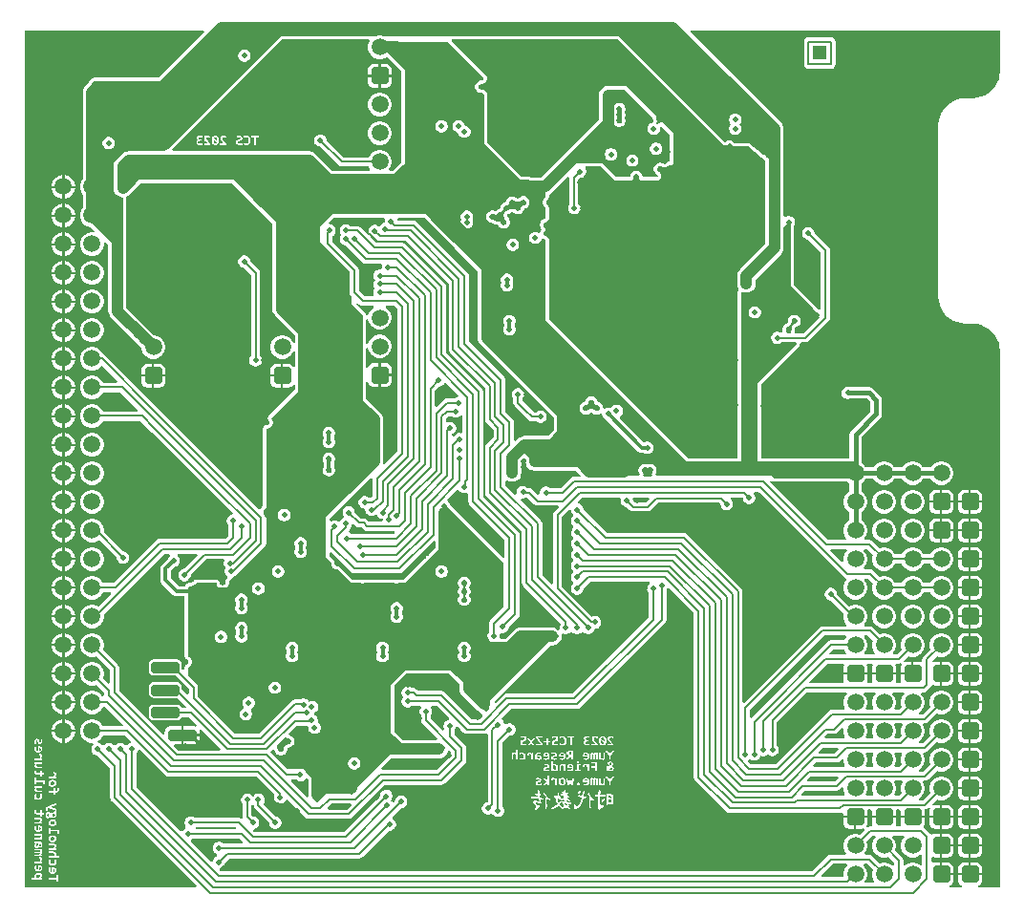
<source format=gbl>
%FSTAX23Y23*%
%MOIN*%
%SFA1B1*%

%IPPOS*%
%AMD87*
4,1,8,-0.039400,-0.019700,0.039400,-0.019700,0.049200,-0.009800,0.049200,0.009800,0.039400,0.019700,-0.039400,0.019700,-0.049200,0.009800,-0.049200,-0.009800,-0.039400,-0.019700,0.0*
1,1,0.019685,-0.039400,-0.009800*
1,1,0.019685,0.039400,-0.009800*
1,1,0.019685,0.039400,0.009800*
1,1,0.019685,-0.039400,0.009800*
%
%AMD123*
4,1,8,-0.020700,-0.029500,0.020700,-0.029500,0.029500,-0.020700,0.029500,0.020700,0.020700,0.029500,-0.020700,0.029500,-0.029500,0.020700,-0.029500,-0.020700,-0.020700,-0.029500,0.0*
1,1,0.017717,-0.020700,-0.020700*
1,1,0.017717,0.020700,-0.020700*
1,1,0.017717,0.020700,0.020700*
1,1,0.017717,-0.020700,0.020700*
%
%AMD124*
4,1,8,-0.029500,0.020700,-0.029500,-0.020700,-0.020700,-0.029500,0.020700,-0.029500,0.029500,-0.020700,0.029500,0.020700,0.020700,0.029500,-0.020700,0.029500,-0.029500,0.020700,0.0*
1,1,0.017717,-0.020700,0.020700*
1,1,0.017717,-0.020700,-0.020700*
1,1,0.017717,0.020700,-0.020700*
1,1,0.017717,0.020700,0.020700*
%
%ADD10C,0.007874*%
G04~CAMADD=87~8~0.0~0.0~984.3~393.7~98.4~0.0~15~0.0~0.0~0.0~0.0~0~0.0~0.0~0.0~0.0~0~0.0~0.0~0.0~180.0~984.0~394.0*
%ADD87D87*%
%ADD111O,0.066929X0.039370*%
%ADD115C,0.027559*%
%ADD116C,0.011811*%
%ADD117C,0.039370*%
%ADD120C,0.015748*%
G04~CAMADD=123~8~0.0~0.0~590.6~590.6~88.6~0.0~15~0.0~0.0~0.0~0.0~0~0.0~0.0~0.0~0.0~0~0.0~0.0~0.0~180.0~590.0~590.0*
%ADD123D123*%
G04~CAMADD=124~8~0.0~0.0~590.6~590.6~88.6~0.0~15~0.0~0.0~0.0~0.0~0~0.0~0.0~0.0~0.0~0~0.0~0.0~0.0~90.0~590.0~590.0*
%ADD124D124*%
%ADD125C,0.059055*%
%ADD126C,0.045354*%
%ADD127C,0.019685*%
%ADD128C,0.118110*%
%ADD129R,0.295275X0.236220*%
%LNsysdev3-1*%
%LPD*%
G36*
X00628Y0149D02*
X00469Y0133D01*
X00255*
X0025Y0133*
X00248Y0133*
X00243*
X00237Y01329*
X00232Y01326*
X00228Y01322*
X00225Y01317*
X00224Y01312*
X00213Y01301*
X00208Y01295*
X00205Y01287*
X00204Y01279*
Y01043*
Y00976*
X00203Y00975*
X00197Y00965*
X00194Y00955*
Y00944*
X00197Y00934*
X00203Y00924*
X00204Y00923*
Y00876*
X00203Y00875*
X00197Y00865*
X00194Y00855*
Y00844*
X00197Y00834*
X00203Y00824*
X0021Y00816*
X0022Y00811*
X0023Y00808*
X00232*
X00244Y00796*
X00241Y00791*
X00241Y00791*
X0023*
X0022Y00788*
X0021Y00783*
X00203Y00775*
X00197Y00765*
X00194Y00755*
Y00744*
X00197Y00734*
X00203Y00724*
X0021Y00716*
X0022Y00711*
X0023Y00708*
X00241*
X00252Y00711*
X00261Y00716*
X00269Y00724*
X00274Y00734*
X00277Y00744*
Y00755*
X00277Y00755*
X00282Y00758*
X00293Y00748*
Y00516*
X00294Y00507*
X00297Y005*
X00302Y00493*
X00398Y00398*
X00408Y00387*
Y00385*
X00411Y00374*
X00416Y00365*
X00424Y00357*
X00434Y00352*
X00444Y00349*
X00455*
X00465Y00352*
X00475Y00357*
X00483Y00365*
X00488Y00374*
X00491Y00385*
Y00396*
X00488Y00406*
X00483Y00416*
X00475Y00424*
X00465Y00429*
X00455Y00432*
X00453*
X00442Y00442*
X00356Y00529*
Y00761*
Y00807*
Y00856*
X00356Y00856*
Y00913*
X00356Y00914*
X00356Y00915*
X0036Y00917*
X00366Y00922*
X00406Y00962*
X00725*
X00755Y00932*
X00774Y00912*
X00803Y00884*
X00831Y00855*
X00865Y00821*
Y00523*
X00866Y00515*
X0087Y00507*
X00875Y00501*
X00944Y00431*
Y00406*
X00938Y00406*
X00938Y00406*
X00933Y00416*
X00925Y00424*
X00915Y00429*
X00905Y00432*
X00894*
X00884Y00429*
X00874Y00424*
X00866Y00416*
X00861Y00406*
X00858Y00396*
Y00385*
X00861Y00374*
X00866Y00365*
X00874Y00357*
X00884Y00352*
X00894Y00349*
X00905*
X00915Y00352*
X00925Y00357*
X00933Y00365*
X00938Y00374*
X00938Y00375*
X00944Y00374*
Y00323*
X00938Y00322*
X00935Y00326*
X00931Y00329*
X00926Y00331*
X0092Y00332*
X00903*
Y0029*
Y00249*
X0092*
X00926Y0025*
X00931Y00252*
X00935Y00255*
X00938Y00259*
X00944Y00258*
Y00243*
X00853Y00151*
X0085Y00147*
X00849Y00143*
X0085Y00138*
X00853Y00134*
X00854Y00133*
X00855Y00131*
X00856Y00129*
Y00126*
X00855Y00124*
X00854Y00122*
X00852Y0012*
X0085Y00118*
X00847Y00118*
X00845*
X0084Y00117*
X00836Y00114*
X00834Y0011*
X00833Y00106*
Y-00163*
X00833Y-00163*
X00829Y-00167*
X00826Y-00172*
X00825Y-00174*
X00819Y-00176*
X0072Y-00077*
X00464Y00178*
X00281Y00361*
X00276Y00364*
X00274Y00365*
X00274Y00365*
X00269Y00375*
X00261Y00383*
X00252Y00388*
X00241Y00391*
X0023*
X0022Y00388*
X0021Y00383*
X00203Y00375*
X00197Y00365*
X00194Y00355*
Y00344*
X00197Y00334*
X00203Y00324*
X0021Y00316*
X0022Y00311*
X0023Y00308*
X00241*
X00252Y00311*
X00261Y00316*
X00269Y00324*
X00272Y00325*
X00325Y00271*
X00323Y00266*
X00274*
X00269Y00275*
X00261Y00283*
X00252Y00288*
X00241Y00291*
X0023*
X0022Y00288*
X0021Y00283*
X00203Y00275*
X00197Y00265*
X00194Y00255*
Y00244*
X00197Y00234*
X00203Y00224*
X0021Y00216*
X0022Y00211*
X0023Y00208*
X00241*
X00252Y00211*
X00261Y00216*
X00269Y00224*
X00274Y00233*
X00333*
X00396Y00171*
X00394Y00166*
X00274*
X00269Y00175*
X00261Y00183*
X00252Y00188*
X00241Y00191*
X0023*
X0022Y00188*
X0021Y00183*
X00203Y00175*
X00197Y00165*
X00194Y00155*
Y00144*
X00197Y00134*
X00203Y00124*
X0021Y00116*
X0022Y00111*
X0023Y00108*
X00241*
X00252Y00111*
X00261Y00116*
X00269Y00124*
X00274Y00133*
X00404*
X00441Y00096*
X00657Y-00119*
X00727Y-00188*
X00725Y-00193*
X00724Y-00195*
X00719Y-00196*
X00715Y-00199*
X00711Y-00203*
X00708Y-00208*
X00706Y-00213*
Y-00219*
X00708Y-00224*
X00711Y-00229*
X00712Y-00231*
Y-00268*
X00702Y-00279*
X00472*
X00466Y-0028*
X00461Y-00283*
X00311Y-00433*
X00274*
X00269Y-00424*
X00261Y-00416*
X00252Y-00411*
X00241Y-00408*
X0023*
X0022Y-00411*
X0021Y-00416*
X00203Y-00424*
X00197Y-00434*
X00194Y-00444*
Y-00455*
X00197Y-00465*
X00203Y-00475*
X0021Y-00483*
X0022Y-00488*
X0023Y-00491*
X00241*
X00252Y-00488*
X00261Y-00483*
X00269Y-00475*
X00274Y-00466*
X003*
X00303Y-00471*
X00259Y-00515*
X00252Y-00511*
X00241Y-00508*
X0023*
X0022Y-00511*
X0021Y-00516*
X00203Y-00524*
X00197Y-00534*
X00194Y-00544*
Y-00555*
X00197Y-00565*
X00203Y-00575*
X0021Y-00583*
X0022Y-00588*
X0023Y-00591*
X00241*
X00252Y-00588*
X00261Y-00583*
X00269Y-00575*
X00274Y-00565*
X00277Y-00555*
Y-00544*
X00277Y-00542*
X00488Y-00331*
X00506*
X00508Y-00336*
X00508Y-00337*
X00504Y-00341*
X00501Y-00345*
X005Y-0035*
X00479Y-00371*
X00475Y-00376*
X00474Y-00383*
Y-00423*
X00475Y-0043*
X00479Y-00436*
X00518Y-00475*
X00524Y-00479*
X00531Y-0048*
X00558*
Y-00688*
X00558Y-00689*
X00558Y-00689*
X00559Y-00691*
X00559Y-00692*
X0056Y-00693*
X0056Y-00694*
X00561Y-00695*
X00562Y-00696*
X00563Y-00697*
X00563Y-00697*
X00564Y-00698*
X00565Y-00698*
X00565Y-00698*
X00565Y-00699*
X00566Y-00699*
X00566Y-00699*
X00568Y-007*
X0057Y-00702*
X00571Y-00704*
X00572Y-00707*
Y-00709*
X00571Y-00712*
X00571Y-00712*
X00569Y-00715*
X00568Y-00716*
X00566Y-00717*
X00566Y-00717*
X00565Y-00718*
X00565Y-00718*
X00565Y-00718*
X00564Y-00718*
X00563Y-00719*
X00563Y-0072*
X00562Y-0072*
X00561Y-00721*
X0056Y-00722*
X0056Y-00723*
X00559Y-00724*
X00559Y-00725*
X00558Y-00727*
X00558Y-00728*
X00558Y-00728*
Y-00734*
X00553Y-00736*
X00549Y-00733*
Y-00718*
X00548Y-00711*
X00544Y-00705*
X00538Y-00701*
X00531Y-007*
X00452*
X00445Y-00701*
X00439Y-00705*
X00436Y-00711*
X00434Y-00718*
Y-00738*
X00436Y-00745*
X00439Y-0075*
X00445Y-00754*
X00452Y-00756*
X00526*
X00574Y-00803*
Y-00819*
X00569Y-00821*
X00549Y-00802*
Y-00797*
X00548Y-0079*
X00544Y-00784*
X00538Y-0078*
X00531Y-00779*
X00452*
X00445Y-0078*
X00439Y-00784*
X00436Y-0079*
X00434Y-00797*
Y-00816*
X00436Y-00823*
X00439Y-00829*
X00445Y-00833*
X00452Y-00834*
X00531*
X00535Y-00834*
X00566Y-00864*
X00563Y-00869*
X00548*
X00548Y-00869*
X00544Y-00863*
X00538Y-00859*
X00531Y-00857*
X00452*
X00445Y-00859*
X00439Y-00863*
X00436Y-00869*
X00434Y-00875*
Y-00895*
X00436Y-00902*
X00439Y-00908*
X00445Y-00912*
X00452Y-00913*
X00531*
X00538Y-00912*
X00544Y-00908*
X00548Y-00902*
X00548Y-00901*
X00574*
X00601Y-00929*
X00598Y-00934*
X00596Y-00933*
X0059Y-00932*
X00555*
Y-0096*
X00612*
Y-00954*
X00611Y-00949*
X0061Y-00946*
X00615Y-00943*
X00684Y-01011*
X00681Y-01017*
X00538*
X00522Y-01001*
X00524Y-00996*
X00547*
Y-00964*
Y-00932*
X00511*
X00506Y-00933*
X005Y-00935*
X00496Y-00939*
X00492Y-00943*
X0049Y-00949*
X00489Y-00954*
Y-00961*
X00484Y-00963*
X00331Y-0081*
Y-00728*
X00329Y-00722*
X00326Y-00717*
X00274Y-00665*
X00277Y-00655*
Y-00644*
X00274Y-00634*
X00269Y-00624*
X00261Y-00616*
X00252Y-00611*
X00241Y-00608*
X0023*
X0022Y-00611*
X0021Y-00616*
X00203Y-00624*
X00197Y-00634*
X00194Y-00644*
Y-00655*
X00197Y-00665*
X00203Y-00675*
X0021Y-00683*
X0022Y-00688*
X0023Y-00691*
X00241*
X00252Y-00688*
X00298Y-00735*
Y-00782*
X00293Y-00784*
X00274Y-00765*
X00277Y-00755*
Y-00744*
X00274Y-00734*
X00269Y-00724*
X00261Y-00716*
X00252Y-00711*
X00241Y-00708*
X0023*
X0022Y-00711*
X0021Y-00716*
X00203Y-00724*
X00197Y-00734*
X00194Y-00744*
Y-00755*
X00197Y-00765*
X00203Y-00775*
X0021Y-00783*
X0022Y-00788*
X0023Y-00791*
X00241*
X00252Y-00788*
X00279Y-00815*
Y-00823*
X00274Y-00828*
X00273Y-00828*
X00271Y-00828*
X00269Y-00824*
X00261Y-00816*
X00252Y-00811*
X00241Y-00808*
X0023*
X0022Y-00811*
X0021Y-00816*
X00203Y-00824*
X00197Y-00834*
X00194Y-00844*
Y-00855*
X00197Y-00865*
X00203Y-00875*
X0021Y-00883*
X0022Y-00888*
X0023Y-00891*
X00241*
X00252Y-00888*
X00261Y-00883*
X00269Y-00875*
X00274Y-00866*
X00282*
X00344Y-00928*
X00342Y-00933*
X00274*
X00269Y-00924*
X00261Y-00916*
X00252Y-00911*
X00241Y-00908*
X0023*
X0022Y-00911*
X0021Y-00916*
X00203Y-00924*
X00197Y-00934*
X00194Y-00944*
Y-00955*
X00197Y-00965*
X00203Y-00975*
X0021Y-00983*
X0022Y-00988*
X0023Y-00991*
X00239*
X00241Y-00994*
X00241Y-00997*
X00238Y-01*
X00235Y-01005*
X00234Y-0101*
Y-01016*
X00235Y-01022*
X00238Y-01027*
X00242Y-01031*
X00247Y-01033*
X00253Y-01035*
X00254*
X00298Y-01079*
Y-01181*
X003Y-01187*
X00303Y-01192*
X00601Y-0149*
X00599Y-01496*
X0*
Y01496*
X00626*
X00628Y0149*
G37*
G36*
X01602Y0133D02*
X01602Y01324D01*
X01597Y0132*
X01597Y0132*
X01591*
X01586Y01319*
X01581Y01316*
X01577Y01312*
X01574Y01307*
X01572Y01302*
Y01296*
X01574Y0129*
X01577Y01285*
X01581Y01281*
X01586Y01279*
X01591Y01277*
X01597*
X01598Y01277*
X01604Y01273*
Y01072*
X01702Y00974*
Y00954*
X01818*
Y00913*
X01817Y00912*
X01813Y00908*
X0181Y00904*
X01809Y00898*
Y00892*
X0181Y00887*
X01813Y00882*
X01817Y00878*
X01818Y00877*
Y00838*
X01818*
X01812Y00837*
X01807Y00834*
X01803Y0083*
X018Y00825*
X01799Y00819*
Y00814*
X018Y00808*
X01803Y00803*
X01805Y00801*
X01805Y008*
X01802Y00795*
X01801Y00792*
X01799Y00791*
X01796Y00789*
X01795Y00789*
X01791Y00791*
X01786Y00793*
X0178*
X01775Y00791*
X0177Y00788*
X01766Y00784*
X01763Y0078*
X01761Y00774*
Y00768*
X01763Y00763*
X01766Y00758*
X0177Y00754*
X01775Y00751*
X0178Y0075*
X01786*
X01791Y00751*
X01796Y00754*
X018Y00758*
X01803Y00763*
X01804Y00766*
X01806Y00768*
X01809Y00769*
X01811Y00769*
X01814Y00767*
X01818Y00766*
Y00484*
X02312Y-00009*
X025*
Y00177*
X025Y00178*
X02501Y00184*
Y00189*
X025Y00195*
X025Y00196*
Y00335*
X025Y00336*
X02501Y00341*
Y00347*
X025Y00352*
X025Y00353*
Y0058*
X02505Y00583*
X02511Y00581*
X02519Y0058*
X02527Y00581*
X02535Y00584*
X02542Y00589*
X02547Y00596*
X0255Y00603*
X02551Y00612*
Y00626*
X0264Y00715*
X02645Y00722*
X02648Y00729*
X02649Y00738*
Y00809*
X02661Y00821*
X02667Y00819*
Y006*
X02774Y00493*
X02719Y00439*
X02691*
X02689Y00442*
X02687Y00445*
X02688Y00449*
Y00455*
X02693Y00461*
X02695Y00462*
X027Y00464*
X02704Y00468*
X02707Y00473*
X02708Y00479*
Y00485*
X02707Y0049*
X02704Y00495*
X027Y00499*
X02695Y00502*
X02689Y00503*
X02684*
X02678Y00502*
X02673Y00499*
X02669Y00495*
X02666Y0049*
X02665Y00485*
Y00479*
X0266Y00473*
X02658Y00472*
X02654Y0047*
X02649Y00466*
X02647Y00461*
X02645Y00455*
Y00449*
X02646Y00445*
X02646Y00443*
X02644Y00442*
X0264Y00441*
X02636Y00443*
X0263Y00444*
X02625*
X02619Y00443*
X02614Y0044*
X0261Y00436*
X02607Y00431*
X02606Y00426*
Y0042*
X02607Y00414*
X0261Y00409*
X02614Y00405*
X02619Y00403*
X02625Y00401*
X0263*
X02636Y00403*
X02641Y00405*
X02642Y00407*
X02692*
X02694Y00401*
X02559Y00265*
Y00194*
X02558Y00193*
X02557Y00187*
Y00182*
X02558Y00176*
X02559Y00175*
Y-00009*
X029*
Y-00068*
X02618*
X02608Y-00059*
X02204*
X02201Y-00053*
X02202Y-00052*
X02205Y-00047*
X02206Y-00042*
Y-00036*
X02205Y-00031*
X02202Y-00026*
X02198Y-00022*
X02193Y-00019*
X02187Y-00017*
X02182*
X02176Y-00019*
X02175Y-0002*
X02173Y-00019*
X02168Y-00017*
X02162*
X02156Y-00019*
X02152Y-00022*
X02148Y-00026*
X02145Y-00031*
X02143Y-00036*
Y-00042*
X02145Y-00047*
X02148Y-00052*
X02148Y-00053*
X02146Y-00059*
X02037*
Y00019*
X01811Y00246*
Y00255*
X01633Y00433*
Y00698*
X01496Y00836*
Y00905*
X01446*
X01466Y00885*
X01435Y00854*
X01052*
X01048Y00859*
X01053Y00925*
X01328*
Y01358*
X01269Y01417*
Y01456*
X01476*
X01602Y0133*
G37*
G36*
X02437Y01098D02*
X02441Y01095D01*
X02446Y01094*
X02449Y01095*
X0245Y01095*
X02454Y01098*
X02456Y01099*
X02459Y011*
X02461*
X02464Y01099*
X02466Y01098*
X02468Y01096*
X02468Y01096*
X02469Y01095*
X0247Y01093*
X0247Y01093*
X02471Y01092*
X02472Y01092*
X02474Y01091*
X02474Y01091*
X02475Y0109*
X02477Y0109*
X02478Y0109*
X02525*
X02568Y01055*
X02568Y01054*
X02568Y01054*
X0257Y01053*
X02572Y01052*
X02572Y01052*
X02572Y01052*
X02574Y01052*
X02576Y01051*
X02578Y01049*
X0258Y01046*
X02581Y01044*
X02583Y01043*
X02586Y0104*
Y00751*
X02497Y00662*
X02492Y00655*
X02489Y00647*
X02487Y00639*
Y00612*
X02489Y00603*
X02492Y00596*
X02492Y00595*
X02491Y00589*
X02491Y00588*
X0249Y00588*
X02489Y00586*
X02488Y00585*
X02488Y00584*
X02488Y00584*
X02488Y00582*
X02487Y0058*
Y00353*
X02488Y00352*
X02488Y00352*
X02488Y0035*
X02488Y00349*
X02489Y00348*
X02489Y00345*
Y00343*
X02489Y0034*
X02488Y00339*
X02488Y00338*
X02488Y00336*
X02488Y00336*
X02487Y00335*
Y00196*
X02488Y00195*
X02488Y00194*
X02488Y00193*
X02488Y00191*
X02489Y00191*
X02489Y00188*
Y00185*
X02489Y00182*
X02488Y00182*
X02488Y0018*
X02488Y00179*
X02488Y00178*
X02487Y00177*
Y00002*
X02317*
X0183Y00489*
Y00766*
X0183Y00766*
X0183Y00767*
X01829Y00769*
X01829Y0077*
X01828Y00771*
X01828Y00772*
X01827Y00773*
X01826Y00774*
X01826Y00775*
X01825Y00775*
X01824Y00776*
X01822Y00777*
X01822Y00777*
X01821Y00777*
X01819Y00778*
X01817Y00779*
X01815Y0078*
X01814Y0078*
X01813Y00781*
X01812Y00784*
X01812Y00785*
X01812Y00787*
X01812Y00787*
X01813Y00789*
X01813Y00791*
X01815Y00794*
X01816Y00794*
X01817Y00796*
X01818Y00801*
X01817Y00805*
X01814Y00809*
X01813Y00811*
X01811Y00813*
X01811Y00815*
Y00818*
X01811Y0082*
X01813Y00822*
X01814Y00824*
X01817Y00825*
X01821Y00826*
X01821Y00827*
X01822Y00827*
X01824Y00828*
X01825Y00829*
X01825Y00829*
X01826Y0083*
X01828Y00832*
X01828Y00832*
X01828Y00832*
X01829Y00833*
X0183Y00838*
Y00877*
X01829Y00879*
X01829Y0088*
X01829Y00881*
X01829Y00882*
X01828Y00883*
X01827Y00885*
X01827Y00885*
X01826Y00886*
X01825Y00887*
X01823Y00889*
X01821Y00891*
X01821Y00894*
Y00896*
X01821Y00899*
X01823Y00901*
X01825Y00904*
X01826Y00904*
X01827Y00905*
X01827Y00906*
X01828Y00907*
X01829Y00908*
X01829Y00909*
X01829Y0091*
X01829Y00911*
X0183Y00913*
Y00923*
X01834Y00924*
X0184Y00929*
X01895Y00984*
X01897Y00984*
X01901Y00981*
Y00888*
X01899Y00884*
X01897Y00878*
Y00873*
X01899Y00867*
X01901Y00862*
X01905Y00858*
X0191Y00855*
X01916Y00854*
X01922*
X01927Y00855*
X01932Y00858*
X01936Y00862*
X01939Y00867*
X0194Y00873*
Y00878*
X01939Y00884*
X01936Y00889*
X01933Y00892*
Y00976*
X01938Y00982*
X01941*
X01947Y00983*
X01952Y00986*
X01956Y0099*
X01959Y00995*
X0196Y01001*
Y01006*
X01959Y01012*
X01957Y01015*
X01959Y0102*
X0196Y01021*
X02012*
X02058Y00975*
X02062Y00973*
X02066Y00972*
X02114*
X02118Y00973*
X02122Y00975*
X02125Y00979*
X02126Y00984*
Y00985*
X02126Y00987*
X02128Y0099*
X02129Y00991*
X02132Y00993*
X02134Y00993*
X02137*
X02139Y00993*
X02141Y00991*
X02143Y0099*
X02144Y00987*
X02145Y00985*
Y00984*
X02146Y00979*
X02148Y00975*
X02152Y00973*
X02157Y00972*
X02209*
X0221Y00972*
X02212Y00972*
X02213Y00972*
X02214Y00973*
X02215Y00973*
X02216Y00974*
X02217Y00975*
X02218Y00975*
X02219Y00976*
X02219Y00977*
X02221Y00979*
X02221Y00981*
X02222Y00983*
X02222Y00983*
X02222Y00983*
X02222Y00985*
X02223Y00987*
X02222Y0099*
X02222Y00992*
X02221Y00993*
X02219Y00997*
X02219Y00999*
X02218Y01*
X02217Y01001*
X02217Y01001*
X02216Y01002*
X02214Y01003*
X02212Y01004*
X0221Y01006*
X02209Y01008*
X02208Y01011*
Y01013*
X02209Y01016*
X0221Y01018*
X02212Y0102*
X02214Y01021*
X02217Y01022*
X02219*
X02222Y01021*
X02223Y0102*
X02223Y0102*
X02224Y0102*
X02229Y01018*
X02229Y01017*
X0223Y01017*
X02232Y01017*
X02234Y01017*
X02234Y01017*
X02234Y01017*
X02236Y01017*
X02239Y01017*
X02239Y01017*
X02239Y01017*
X02241Y01019*
X02242Y0102*
X02243Y0102*
X02243Y0102*
X02246Y01023*
X02248Y01024*
X0225Y01025*
X02253*
X02258Y01026*
X02262Y01028*
X02265Y01032*
X02265Y01037*
Y01131*
X02265Y01136*
X02262Y0114*
X02231Y01171*
X0223Y01171*
X0223Y01172*
X02228Y01173*
X02227Y01174*
X02226Y01174*
X02225Y01174*
X02224Y01174*
X02222Y01175*
X02222Y01174*
X02221Y01174*
X02219Y01174*
X02218Y01174*
X02217Y01173*
X02216Y01173*
X02211Y0117*
X0221Y01169*
X0221Y01169*
X02209Y01168*
X02204Y01172*
X02205Y01173*
X02205Y01174*
X02206Y01176*
X02207Y01178*
X02207Y0118*
X02207Y01182*
X02207Y01182*
X02207Y01183*
X02206Y01185*
X02205Y01187*
X02205Y01187*
X02204Y01189*
Y01192*
X02204Y01197*
X02201Y01201*
X02104Y01297*
X02101Y013*
X02096Y01301*
X02077*
X02076Y01301*
X02037*
X02029Y013*
X02021Y01297*
X02014Y01292*
X02009Y01285*
X02006Y01277*
X02005Y01269*
Y01184*
X01805Y00983*
X01768*
X01764Y00985*
X01756Y00986*
X01735*
X01616Y01105*
Y01273*
X01616Y01274*
X01616Y01274*
X01615Y01276*
X01615Y01277*
X01615Y01278*
X01614Y01279*
X01613Y0128*
X01612Y01281*
X01612Y01282*
X01611Y01282*
X01605Y01287*
X01605Y01287*
X01604Y01288*
X01602Y01288*
X01601Y01289*
X016Y01289*
X01599Y01289*
X01598Y01289*
X01596Y01289*
X01596Y01289*
X01593*
X0159Y0129*
X01588Y01291*
X01586Y01293*
X01585Y01295*
X01584Y01297*
Y013*
X01585Y01302*
X01586Y01305*
X01588Y01306*
X0159Y01308*
X01593Y01308*
X01597*
X01597Y01308*
X01599Y01308*
X01599Y01309*
X016Y01309*
X01601Y01309*
X01601Y01309*
X01602Y01309*
X01602*
X01603Y0131*
X01604Y0131*
X01604Y01311*
X01609Y01314*
X0161Y01315*
X0161Y01315*
X01611Y01316*
X01612Y01318*
X01612Y01318*
X01613Y01319*
X01613Y0132*
X01614Y01322*
X01614Y01323*
X01614Y01323*
X01614Y01329*
X01614Y0133*
X01614Y0133*
X01614Y01332*
X01614Y01334*
X01613Y01334*
X01613Y01334*
X01612Y01336*
X01611Y01338*
X01611Y01338*
X01611Y01338*
X01491Y01458*
X01493Y01464*
X02071*
X02437Y01098*
G37*
G36*
X02192Y01192D02*
Y01188D01*
X02194Y01182*
X02195Y01181*
X02194Y01179*
X02192Y01174*
X02188Y01173*
X02183Y0117*
X02179Y01166*
X02176Y01161*
X02175Y01156*
Y0115*
X02176Y01145*
X02179Y0114*
X02183Y01136*
X02188Y01133*
X02194Y01131*
X02199*
X02205Y01133*
X0221Y01136*
X02214Y0114*
X02217Y01145*
X02218Y0115*
Y01156*
X02217Y01159*
X02222Y01162*
X02253Y01131*
Y01037*
X02249*
X02243Y01035*
X02238Y01033*
X02234Y01029*
X02229Y01031*
X02226Y01032*
X02221Y01034*
X02215*
X0221Y01032*
X02205Y01029*
X02201Y01025*
X02198Y0102*
X02196Y01015*
Y01009*
X02198Y01004*
X02201Y00999*
X02205Y00995*
X02208Y00993*
X0221Y00988*
X02211Y00986*
X02209Y00984*
X02157*
Y00987*
X02156Y00992*
X02153Y00997*
X02149Y01001*
X02144Y01004*
X02138Y01005*
X02132*
X02127Y01004*
X02122Y01001*
X02118Y00997*
X02115Y00992*
X02114Y00987*
Y00984*
X02066*
X02017Y01033*
X01917*
X01914Y01038*
X02037Y01161*
Y01289*
X02096*
X02192Y01192*
G37*
G36*
X02637Y01131D02*
Y0102D01*
X02632Y01018*
X0259Y01052*
X02588Y01056*
X02584Y0106*
X02579Y01063*
X02575Y01064*
X02529Y01102*
X02478*
X02477Y01103*
X02473Y01107*
X02468Y0111*
X02463Y01112*
X02457*
X02452Y0111*
X02447Y01107*
X02446Y01106*
X02076Y01476*
X01252*
X01245Y01478*
X01234*
X01227Y01476*
X00895*
X00501Y01082*
X00488Y01075*
X00364*
X00355Y01073*
X00348Y0107*
X00341Y01065*
X00322Y01046*
X00316Y01039*
X00313Y01031*
X00312Y01023*
Y01003*
Y00944*
X00313Y00936*
X00316Y00928*
X00322Y00922*
X00328Y00917*
X00336Y00914*
X00344Y00913*
Y00843*
X00339Y0084*
X00246Y00905*
Y01289*
X00482Y01299*
X00708Y01525*
X02244*
X02637Y01131*
G37*
G36*
X01204Y01458D02*
X01201Y01452D01*
X01198Y01442*
Y01431*
X01201Y01421*
X01207Y01411*
X01214Y01403*
X01224Y01398*
X01234Y01395*
X01245*
X01256Y01398*
X01265Y01403*
X01265Y01404*
X01316Y01353*
Y01036*
X01286Y01006*
X01275*
X01274Y01008*
X01273Y01012*
X01278Y01021*
X01281Y01031*
Y01042*
X01278Y01052*
X01273Y01062*
X01265Y0107*
X01256Y01075*
X01245Y01078*
X01234*
X01224Y01075*
X01214Y0107*
X01207Y01062*
X01201Y01053*
X01115*
X01055Y01113*
Y01115*
X01053Y0112*
X0105Y01125*
X01046Y01129*
X01041Y01132*
X01036Y01133*
X0103*
X01025Y01132*
X0102Y01129*
X01016Y01125*
X01013Y0112*
X01011Y01115*
Y01109*
X01013Y01103*
X01016Y01098*
X0102Y01094*
X01025Y01092*
X0103Y0109*
X01032*
X01097Y01025*
X01102Y01022*
X01108Y0102*
X01201*
X01206Y01012*
X01205Y01008*
X01204Y01006*
X01076*
X01016Y01065*
X01009Y0107*
X01002Y01073*
X00994Y01075*
X00519*
X00516Y0108*
X009Y01464*
X01201*
X01204Y01458*
G37*
G36*
X01259Y00837D02*
X01259Y00836D01*
X01257Y00831*
Y00825*
X01255Y00825*
X01255*
X01249Y00823*
X01244Y0082*
X0124Y00816*
X01239Y00813*
X01236Y00813*
X01231Y00816*
X01226Y00817*
X0122*
X01214Y00816*
X01209Y00813*
X01205Y00809*
X01203Y00804*
X01201Y00799*
Y00793*
X01203Y00787*
X01204Y00784*
X012Y00781*
X01172Y00808*
X01167Y00812*
X01161Y00813*
X01136*
X01135Y00814*
X0113Y00817*
X01124Y00818*
X01119*
X01113Y00817*
X01108Y00814*
X01104Y0081*
X01101Y00805*
X011Y008*
Y00794*
X01101Y00788*
X01104Y00783*
X01106Y00782*
X01104Y00781*
X01101Y00776*
X011Y0077*
Y00764*
X01101Y00759*
X01104Y00754*
X01108Y0075*
X01113Y00747*
X01119Y00746*
X0112*
X01179Y00687*
X01184Y00683*
X0119Y00682*
X01245*
X01248Y00679*
X01249Y00676*
X01248Y00672*
Y00666*
X01248Y00666*
X01243Y00661*
X01243Y00661*
X01237*
X01231Y00659*
X01226Y00657*
X01222Y00653*
X01219Y00648*
X01218Y00642*
Y00636*
X01219Y00631*
X01222Y00626*
X01224Y00625*
X01222Y00623*
X01219Y00618*
X01218Y00613*
Y00607*
X01219Y00601*
X01222Y00596*
X01224Y00595*
X01222Y00594*
X01219Y00589*
X01218Y00583*
Y00577*
X01219Y00573*
X01218Y0057*
X01216Y00567*
X01187*
X01167Y00587*
Y00659*
X01166Y00665*
X01162Y0067*
X01075Y00758*
Y00778*
X01078Y00779*
X01082Y00783*
X01085Y00788*
X01086Y00794*
Y008*
X01085Y00805*
X01082Y0081*
X01078Y00814*
X01073Y00817*
X01067Y00818*
X01065*
X01062Y00824*
X0108Y00842*
X01255*
X01259Y00837*
G37*
G36*
X01169Y00539D02*
X01174Y00536D01*
X01181Y00535*
X01217*
X01219Y00529*
X01214Y00526*
X01207Y00519*
X01201Y00509*
X012Y00505*
X01193Y00501*
X01193Y00501*
X01192Y00506*
X01189Y0051*
X01157Y00543*
X01157Y00543*
X01163Y00545*
X01169Y00539*
G37*
G36*
X01302Y00525D02*
Y00026D01*
X01256Y-00019*
X01254Y-00019*
X01251Y-00016*
X01252Y-00009*
Y00137*
X01251Y00146*
X01247Y00153*
X01242Y0016*
X01193Y0021*
Y00269*
X01199Y00269*
X01199Y00267*
X01201Y00262*
X01204Y00258*
X01209Y00254*
X01214Y00252*
X01219Y00252*
X01236*
Y00293*
Y00335*
X01219*
X01214Y00334*
X01209Y00332*
X01204Y00329*
X01201Y00324*
X01199Y00319*
X01199Y00317*
X01193Y00318*
Y00386*
X01199Y00387*
X01201Y00377*
X01207Y00368*
X01214Y0036*
X01224Y00355*
X01234Y00352*
X01245*
X01256Y00355*
X01265Y0036*
X01273Y00368*
X01278Y00377*
X01281Y00388*
Y00399*
X01278Y00409*
X01273Y00419*
X01265Y00426*
X01256Y00432*
X01245Y00435*
X01234*
X01224Y00432*
X01214Y00426*
X01207Y00419*
X01201Y00409*
X01199Y004*
X01193Y004*
Y00421*
X01193Y00421*
Y00486*
X01199Y00487*
X01201Y00477*
X01207Y00468*
X01214Y0046*
X01224Y00455*
X01234Y00452*
X01245*
X01256Y00455*
X01265Y0046*
X01273Y00468*
X01278Y00477*
X01281Y00488*
Y00499*
X01278Y00509*
X01273Y00519*
X01265Y00526*
X01261Y00529*
X01262Y00535*
X01292*
X01302Y00525*
G37*
G36*
X0269Y00491D02*
X02692Y00489D01*
X02694Y00488*
X02695Y00485*
X02696Y00483*
Y00481*
X02695Y00478*
X02694Y00476*
X02692Y00474*
X0269Y00473*
X0269Y00473*
X02688Y00472*
X02687Y00471*
X02686Y00471*
X02686Y00471*
X02685Y00469*
X02683Y00468*
X02679Y00462*
X02678Y00461*
X02677Y0046*
X02677Y00459*
X02677Y00458*
X02677Y00457*
X02676Y00455*
Y00451*
X02676Y00448*
X02675Y00446*
X02675Y00444*
X02674Y00442*
X02671Y00439*
X0267Y00439*
X02663*
X02662Y00439*
X0266Y00442*
X02658Y00444*
X02658Y00446*
X02658Y00448*
X02657Y00451*
Y00454*
X02658Y00456*
X02659Y00458*
X02661Y0046*
X02663Y00461*
X02663Y00461*
X02665Y00462*
X02666Y00463*
X02667Y00463*
X02668Y00463*
X02669Y00465*
X0267Y00466*
X02674Y00472*
X02675Y00473*
X02676Y00474*
X02676Y00475*
X02677Y00476*
X02677Y00477*
X02677Y00479*
Y00483*
X02678Y00485*
X02679Y00488*
X02681Y00489*
X02683Y00491*
X02685Y00491*
X02688*
X0269Y00491*
G37*
G36*
X03405Y01358D02*
Y01351D01*
X03403Y01339*
X034Y01326*
X03395Y01314*
X03389Y01303*
X03381Y01293*
X03372Y01284*
X03361Y01276*
X0335Y01269*
X03338Y01264*
X03326Y01261*
X03313Y01259*
X03307*
X03287*
X0328Y01259*
X03268Y01257*
X03255Y01254*
X03243Y01249*
X03232Y01243*
X03222Y01235*
X03213Y01226*
X03205Y01216*
X03199Y01204*
X03194Y01193*
X0319Y0118*
X03189Y01167*
X03188Y01161*
Y0057*
X03189Y00564*
X0319Y00551*
X03194Y00539*
X03199Y00527*
X03205Y00516*
X03213Y00505*
X03222Y00496*
X03232Y00489*
X03243Y00482*
X03255Y00477*
X03268Y00474*
X0328Y00472*
X03287Y00472*
X03305*
X03312*
X03325Y0047*
X03337Y00467*
X03349Y00462*
X03361Y00455*
X03371Y00447*
X0338Y00438*
X03388Y00428*
X03395Y00416*
X034Y00404*
X03403Y00391*
X03405Y00378*
Y00372*
Y-01496*
X03328*
X03327Y-0149*
X03331Y-01488*
X03335Y-01485*
X03338Y-01481*
X0334Y-01476*
X03341Y-0147*
Y-01453*
X03258*
Y-0147*
X03259Y-01476*
X03261Y-01481*
X03264Y-01485*
X03268Y-01488*
X03272Y-0149*
X03271Y-01496*
X03228*
X03227Y-0149*
X03231Y-01488*
X03235Y-01485*
X03238Y-01481*
X0324Y-01476*
X03241Y-0147*
Y-01453*
X032*
Y-0145*
X03196*
Y-01408*
X03179*
X03173Y-01409*
X03171Y-0141*
X03165Y-01406*
Y-01393*
X03171Y-01389*
X03173Y-0139*
X03179Y-01391*
X03196*
Y-0135*
Y-01308*
X03179*
X03173Y-01309*
X03169Y-0131*
X03168Y-01311*
X03162Y-01309*
X0316Y-01307*
X03141Y-01287*
X03139Y-01286*
X03138Y-01281*
X0314Y-01276*
X03141Y-0127*
Y-01253*
X031*
X03058*
Y-0127*
X03059Y-01276*
X03059Y-01277*
X03055Y-01283*
X03044*
X0304Y-01277*
X0304Y-01276*
X03041Y-0127*
Y-01253*
X03*
X02958*
Y-0127*
X02959Y-01276*
X02959Y-01277*
X02955Y-01283*
X0295*
X02944Y-01284*
X02942Y-01285*
X02938Y-01281*
X02938Y-01281*
X0294Y-01276*
X02941Y-0127*
Y-01253*
X02903*
Y-01291*
X0292*
X02926Y-0129*
X02929Y-01289*
X02932Y-01294*
X02915Y-01311*
X02905Y-01308*
X02894*
X02884Y-01311*
X02874Y-01316*
X02866Y-01324*
X02861Y-01334*
X02858Y-01344*
Y-01355*
X02861Y-01365*
X02866Y-01375*
X02867Y-01376*
X02865Y-01381*
X02814*
X02808Y-01382*
X02803Y-01386*
X02749Y-0144*
X00685*
X0068Y-01435*
X00681Y-0143*
X00682Y-01428*
X00687Y-01427*
X00692Y-01424*
X00696Y-0142*
X00699Y-01415*
X007Y-0141*
Y-01408*
X00715Y-01394*
X01169*
X01175Y-01392*
X0118Y-01389*
X01272Y-01297*
X01272Y-01297*
X01278*
X01283Y-01295*
X01288Y-01292*
X01292Y-01288*
X01295Y-01283*
X01297Y-01278*
Y-01272*
X01295Y-01267*
X01292Y-01262*
X01288Y-01258*
X01286Y-01256*
X01284Y-01249*
X01316Y-01218*
X01317*
X01323Y-01217*
X01328Y-01214*
X01332Y-0121*
X01335Y-01205*
X01336Y-01199*
Y-01194*
X01335Y-01188*
X01332Y-01183*
X01328Y-01179*
X01323Y-01176*
X01317Y-01175*
X01312*
X01306Y-01176*
X01301Y-01179*
X01297Y-01183*
X01294Y-01188*
X01293Y-01194*
X01289Y-01197*
X01283Y-01196*
X01279Y-01192*
X0128Y-0119*
X01281Y-0119*
X01283Y-01185*
X01285Y-0118*
Y-01174*
X01283Y-01168*
X01281Y-01163*
X01277Y-01159*
X01272Y-01156*
X01266Y-01155*
X0126*
X01255Y-01156*
X0125Y-01159*
X01246Y-01163*
X01243Y-01168*
X01242Y-01174*
Y-01176*
X01115Y-01302*
X00803*
X00798Y-01297*
X008Y-01293*
X00801Y-01291*
X00806Y-0129*
X00811Y-01287*
X00815Y-01283*
X00817Y-01278*
X00819Y-01273*
Y-01267*
X00817Y-01261*
X00815Y-01256*
X00811Y-01252*
X00806Y-0125*
X008Y-01248*
X00798*
X00793Y-01243*
Y-0121*
X00797Y-01208*
X00799Y-0121*
X008Y-0121*
X00802Y-01216*
X00805Y-01221*
X00854Y-0127*
Y-01272*
X00855Y-01278*
X00858Y-01282*
X00862Y-01287*
X00867Y-01289*
X00873Y-01291*
X00878*
X00884Y-01289*
X00889Y-01287*
X00893Y-01282*
X00896Y-01278*
X00897Y-01272*
Y-01266*
X00896Y-01261*
X00893Y-01256*
X00889Y-01252*
X00884Y-01249*
X00878Y-01248*
X00877*
X00833Y-01204*
X00834Y-01204*
X00837Y-01199*
X00838Y-01193*
Y-01188*
X00837Y-01182*
X00834Y-01177*
X0083Y-01173*
X00825Y-0117*
X00819Y-01169*
X00814*
X00808Y-0117*
X00803Y-01173*
X008Y-01176*
X00797Y-01177*
X00793Y-01176*
X0079Y-01173*
X00785Y-0117*
X0078Y-01169*
X00774*
X00769Y-0117*
X00764Y-01173*
X0076Y-01177*
X00757Y-01182*
X00755Y-01188*
Y-01193*
X00757Y-01199*
X0076Y-01204*
X00761Y-01205*
Y-0125*
X00762Y-01253*
X00757Y-01256*
X00756Y-01256*
X00754Y-01254*
X00748Y-01253*
X00595*
X00594Y-01252*
X00589Y-01249*
X00583Y-01248*
X00577*
X00572Y-01249*
X00567Y-01252*
X00563Y-01256*
X0056Y-01261*
X00559Y-01266*
Y-01272*
X0056Y-01278*
X00563Y-01282*
X00563Y-01283*
X00563Y-01286*
X00562Y-0129*
X00558Y-01292*
X00554Y-01296*
X00552Y-01299*
X00545Y-013*
X0039Y-01144*
Y-01028*
X00391Y-01027*
X00394Y-01022*
X00395Y-01017*
X00397Y-01016*
X00401Y-01014*
X0049Y-01103*
X00495Y-01107*
X00501Y-01108*
X0081*
X00873Y-01172*
X00873Y-01172*
X00872Y-01178*
Y-01183*
X00873Y-01189*
X00876Y-01194*
X0088Y-01198*
X00885Y-01201*
X0089Y-01202*
X00896*
X00902Y-01201*
X00906Y-01198*
X00911Y-01194*
X00912Y-01191*
X00919Y-0119*
X0098Y-01251*
X00985Y-01254*
X00992Y-01256*
X01131*
X01138Y-01254*
X01143Y-01251*
X01256Y-01138*
X01456*
X01462Y-01136*
X01468Y-01133*
X01536Y-01064*
X0154Y-01059*
X01541Y-01053*
Y-01009*
X0154Y-01003*
X01536Y-00998*
X015Y-00961*
Y-00947*
X01501Y-00946*
X01504Y-00941*
X01505Y-00936*
X01507Y-00935*
X01511Y-00934*
X01533Y-00956*
X01539Y-00959*
X01545Y-0096*
X01604*
X0161Y-00959*
X01611Y-00958*
X01617Y-00961*
Y-01198*
X01617Y-01198*
X01615*
X01609Y-012*
X01604Y-01203*
X016Y-01207*
X01597Y-01212*
X01596Y-01217*
Y-01223*
X01597Y-01228*
X016Y-01233*
X01604Y-01237*
X01609Y-0124*
X01615Y-01242*
X0162*
X01626Y-0124*
X01628Y-01239*
X01631Y-01237*
X01636Y-01241*
X01636Y-01241*
X0164Y-01245*
X01645Y-01248*
X0165Y-0125*
X01656*
X01661Y-01248*
X01666Y-01245*
X0167Y-01241*
X01673Y-01236*
X01675Y-01231*
Y-01225*
X01673Y-01219*
X0167Y-01215*
X01669Y-01213*
Y-0099*
X01693Y-00966*
X01695*
X01701Y-00965*
X01706Y-00962*
X0171Y-00958*
X01713Y-00953*
X01714Y-00947*
Y-00942*
X01713Y-00936*
X0171Y-00931*
X01706Y-00927*
X01701Y-00924*
X01695Y-00923*
X0169*
X01684Y-00924*
X01681Y-00926*
X01676Y-00924*
X01675Y-00923*
X01673Y-00918*
X0167Y-00913*
X01666Y-00909*
X01666Y-00905*
X01699Y-00872*
X01929*
X01935Y-00871*
X0194Y-00867*
X02235Y-00572*
X02239Y-00567*
X0224Y-00561*
Y-00457*
X02241Y-00456*
X02243Y-00453*
X0225Y-00451*
X02336Y-00538*
Y-01112*
X02337Y-01118*
X02341Y-01123*
X02449Y-01231*
X02454Y-01235*
X0246Y-01236*
X02844*
X0285Y-01235*
X02852Y-01234*
X02858Y-01237*
Y-01246*
X029*
X02941*
Y-01229*
X02941Y-01229*
X02946Y-01223*
X02953*
X02958Y-01229*
X02958Y-01229*
Y-01246*
X03*
X03041*
Y-01229*
X03041Y-01229*
X03046Y-01223*
X03053*
X03058Y-01229*
X03058Y-01229*
Y-01246*
X031*
X03141*
Y-01229*
X03141Y-01229*
X03142Y-01223*
X03146Y-01222*
X03148Y-01222*
X03154Y-01218*
X03155Y-01217*
X0316Y-0122*
X03159Y-01223*
X03158Y-01229*
Y-01246*
X03196*
Y-01208*
X03179*
X03173Y-01209*
X0317Y-0121*
X03167Y-01205*
X03184Y-01188*
X03194Y-01191*
X03205*
X03215Y-01188*
X03225Y-01183*
X03233Y-01175*
X03238Y-01165*
X03241Y-01155*
Y-01144*
X03238Y-01134*
X03233Y-01124*
X03225Y-01116*
X03215Y-01111*
X03205Y-01108*
X03194*
X03184Y-01111*
X03174Y-01116*
X03166Y-01124*
X03161Y-01134*
X03158Y-01144*
Y-01155*
X03161Y-01165*
X03136Y-01191*
X03123*
X03121Y-01185*
X03125Y-01183*
X03133Y-01175*
X03138Y-01165*
X03141Y-01155*
Y-01144*
X03138Y-01134*
X03135Y-01129*
X03139Y-01123*
X03142*
X03142*
X03148Y-01122*
X03154Y-01118*
X03184Y-01088*
X03194Y-01091*
X03205*
X03215Y-01088*
X03225Y-01083*
X03233Y-01075*
X03238Y-01065*
X03241Y-01055*
Y-01044*
X03238Y-01034*
X03233Y-01024*
X03225Y-01016*
X03215Y-01011*
X03205Y-01008*
X03194*
X03184Y-01011*
X03174Y-01016*
X03166Y-01024*
X03161Y-01034*
X03158Y-01044*
Y-01055*
X03161Y-01065*
X03136Y-01091*
X03122*
X03121Y-01085*
X03125Y-01083*
X03133Y-01075*
X03138Y-01065*
X03141Y-01055*
Y-01044*
X03138Y-01034*
X03136Y-0103*
X03139Y-01024*
X03141*
X03148Y-01022*
X03153Y-01019*
X03184Y-00988*
X03194Y-00991*
X03205*
X03215Y-00988*
X03225Y-00983*
X03233Y-00975*
X03238Y-00965*
X03241Y-00955*
Y-00944*
X03238Y-00934*
X03233Y-00924*
X03225Y-00916*
X03215Y-00911*
X03205Y-00908*
X03194*
X03184Y-00911*
X03174Y-00916*
X03166Y-00924*
X03161Y-00934*
X03158Y-00944*
Y-00955*
X03161Y-00965*
X03135Y-00992*
X03121*
X0312Y-00986*
X03125Y-00983*
X03133Y-00975*
X03138Y-00965*
X03141Y-00955*
Y-00944*
X03138Y-00934*
X03135Y-00929*
X03139Y-00923*
X03142*
X03148Y-00922*
X03153Y-00918*
X03184Y-00888*
X03194Y-00891*
X03205*
X03215Y-00888*
X03225Y-00883*
X03233Y-00875*
X03238Y-00865*
X03241Y-00855*
Y-00844*
X03238Y-00834*
X03233Y-00824*
X03225Y-00816*
X03215Y-00811*
X03205Y-00808*
X03194*
X03184Y-00811*
X03174Y-00816*
X03166Y-00824*
X03161Y-00834*
X03158Y-00844*
Y-00855*
X03161Y-00865*
X03135Y-00891*
X03122*
X03121Y-00885*
X03125Y-00883*
X03133Y-00875*
X03138Y-00865*
X03141Y-00855*
Y-00844*
X03138Y-00834*
X03133Y-00824*
X03129Y-00821*
X03132Y-00815*
X03137*
X03143Y-00814*
X03149Y-0081*
X0316Y-00799*
X03164Y-00793*
X03164Y-00792*
X03165Y-00791*
X0317Y-00789*
X03173Y-0079*
X03179Y-00791*
X03196*
Y-0075*
Y-00708*
X03179*
X03173Y-00709*
X03168Y-00704*
X03168Y-00704*
X03184Y-00688*
X03194Y-00691*
X03205*
X03215Y-00688*
X03225Y-00683*
X03233Y-00675*
X03238Y-00665*
X03241Y-00655*
Y-00644*
X03238Y-00634*
X03233Y-00624*
X03225Y-00616*
X03215Y-00611*
X03205Y-00608*
X03194*
X03184Y-00611*
X03174Y-00616*
X03166Y-00624*
X03161Y-00634*
X03158Y-00644*
Y-00655*
X03161Y-00665*
X03137Y-00689*
X03134Y-00694*
X03133Y-007*
Y-00705*
X03127Y-00709*
X03126Y-00709*
X0312Y-00708*
X03103*
Y-0075*
X031*
Y-00753*
X03058*
Y-0077*
X03059Y-00776*
X03059Y-00777*
X03055Y-00783*
X03044*
X0304Y-00777*
X0304Y-00776*
X03041Y-0077*
Y-00753*
X03*
X02958*
Y-0077*
X02959Y-00776*
X02959Y-00777*
X02955Y-00783*
X02944*
X0294Y-00777*
X0294Y-00776*
X02941Y-0077*
Y-00753*
X029*
X02858*
Y-0077*
X02859Y-00776*
X02859Y-00777*
X02855Y-00783*
X02741*
X02739Y-00777*
X02801Y-00714*
X02857*
X0286Y-0072*
X02859Y-00723*
X02858Y-00729*
Y-00746*
X029*
X02941*
Y-00729*
X0294Y-00723*
X02939Y-0072*
X02942Y-00714*
X02957*
X0296Y-0072*
X02959Y-00723*
X02958Y-00729*
Y-00746*
X03*
X03041*
Y-00729*
X0304Y-00723*
X03039Y-0072*
X03042Y-00714*
X03051*
X03057Y-00713*
X03058Y-00712*
X03062Y-00717*
X03061Y-00718*
X03059Y-00723*
X03058Y-00729*
Y-00746*
X03096*
Y-00708*
X03079*
X03073Y-00709*
X0307Y-0071*
X03067Y-00705*
X03084Y-00688*
X03094Y-00691*
X03105*
X03115Y-00688*
X03125Y-00683*
X03133Y-00675*
X03138Y-00665*
X03141Y-00655*
Y-00644*
X03138Y-00634*
X03133Y-00624*
X03125Y-00616*
X03115Y-00611*
X03105Y-00608*
X03094*
X03084Y-00611*
X03074Y-00616*
X03066Y-00624*
X03061Y-00634*
X03058Y-00644*
Y-00655*
X03061Y-00665*
X03044Y-00682*
X03033*
X03031Y-00677*
X03033Y-00675*
X03038Y-00665*
X03041Y-00655*
Y-00644*
X03038Y-00634*
X03033Y-00624*
X03025Y-00616*
X03015Y-00611*
X03005Y-00608*
X02994*
X02984Y-00611*
X02961Y-00589*
X02956Y-00585*
X0295Y-00584*
X02932*
X0293Y-00578*
X02933Y-00575*
X02938Y-00565*
X02941Y-00555*
Y-00544*
X02938Y-00534*
X02933Y-00524*
X02925Y-00516*
X02915Y-00511*
X02905Y-00508*
X02894*
X02884Y-00511*
X02879Y-00514*
X02836Y-00471*
Y-00469*
X02835Y-00464*
X02832Y-00459*
X02828Y-00455*
X02823Y-00452*
X02817Y-0045*
X02812*
X02806Y-00452*
X02801Y-00455*
X02797Y-00459*
X02794Y-00464*
X02793Y-00469*
Y-00475*
X02794Y-0048*
X02797Y-00485*
X02801Y-00489*
X02806Y-00492*
X02812Y-00494*
X02813*
X02859Y-0054*
X02858Y-00544*
Y-00555*
X02861Y-00565*
X02866Y-00575*
X02869Y-00578*
X02867Y-00584*
X02785*
X02779Y-00585*
X02774Y-00589*
X02511Y-00851*
X02506Y-00849*
Y-00462*
X02504Y-00456*
X02501Y-00451*
X02314Y-00264*
X02309Y-0026*
X02303Y-00259*
X02034*
X0195Y-00176*
Y-00174*
X01949Y-00168*
X01946Y-00163*
X01942Y-00159*
X01937Y-00156*
X01932Y-00155*
X01931Y-00153*
X0193Y-00149*
X01945Y-00134*
X02077*
X02081Y-0014*
X0208Y-00142*
Y-00148*
X02082Y-00154*
X02085Y-00158*
X02089Y-00162*
X02094Y-00165*
X02099Y-00167*
X02101*
X02112Y-00178*
X02117Y-00182*
X02124Y-00183*
X02175*
X02181Y-00182*
X02186Y-00178*
X02211Y-00153*
X02424*
X02429Y-00158*
Y-0016*
X0243Y-00165*
X02433Y-0017*
X02437Y-00174*
X02442Y-00177*
X02447Y-00179*
X02453*
X02459Y-00177*
X02464Y-00174*
X02468Y-0017*
X0247Y-00165*
X02472Y-0016*
Y-00154*
X0247Y-00149*
X02468Y-00144*
X02464Y-0014*
X02463Y-0014*
X02465Y-00134*
X02505*
X02507Y-00136*
Y-00138*
X02509Y-00144*
X02512Y-00149*
X02516Y-00153*
X02521Y-00156*
X02526Y-00157*
X02532*
X02537Y-00156*
X02542Y-00153*
X02546Y-00149*
X02549Y-00144*
X02551Y-00138*
Y-00132*
X02549Y-00127*
X02546Y-00122*
X02544Y-0012*
X02547Y-00114*
X02562*
X0286Y-00412*
X02865Y-00416*
X02866Y-00416*
X02867Y-00417*
X02868Y-00422*
X02866Y-00424*
X02861Y-00434*
X02858Y-00444*
Y-00455*
X02861Y-00465*
X02866Y-00475*
X02874Y-00483*
X02884Y-00488*
X02894Y-00491*
X02905*
X02915Y-00488*
X02925Y-00483*
X02933Y-00475*
X02938Y-00465*
X02941Y-00455*
Y-00444*
X02938Y-00434*
X02933Y-00424*
X02931Y-00423*
X02933Y-00417*
X02944*
X02961Y-00434*
X02958Y-00444*
Y-00455*
X02961Y-00465*
X02966Y-00475*
X02974Y-00483*
X02984Y-00488*
X02994Y-00491*
X03005*
X03015Y-00488*
X03025Y-00483*
X03033Y-00475*
X03038Y-00466*
X03061*
X03066Y-00475*
X03074Y-00483*
X03084Y-00488*
X03094Y-00491*
X03105*
X03115Y-00488*
X03125Y-00483*
X03133Y-00475*
X03138Y-00466*
X03161*
X03166Y-00475*
X03174Y-00483*
X03184Y-00488*
X03194Y-00491*
X03205*
X03215Y-00488*
X03225Y-00483*
X03233Y-00475*
X03238Y-00465*
X03241Y-00455*
Y-00444*
X03238Y-00434*
X03233Y-00424*
X03225Y-00416*
X03215Y-00411*
X03205Y-00408*
X03194*
X03184Y-00411*
X03174Y-00416*
X03166Y-00424*
X03161Y-00433*
X03138*
X03133Y-00424*
X03125Y-00416*
X03115Y-00411*
X03105Y-00408*
X03094*
X03084Y-00411*
X03074Y-00416*
X03066Y-00424*
X03061Y-00433*
X03038*
X03033Y-00424*
X03025Y-00416*
X03015Y-00411*
X03005Y-00408*
X02994*
X02984Y-00411*
X02962Y-0039*
X02957Y-00386*
X02951Y-00385*
X02931*
X02928Y-00379*
X02933Y-00375*
X02938Y-00365*
X02941Y-00355*
Y-00344*
X02938Y-00334*
X02933Y-00324*
X02929Y-00321*
X02932Y-00315*
X02942*
X02961Y-00334*
X02958Y-00344*
Y-00355*
X02961Y-00365*
X02966Y-00375*
X02974Y-00383*
X02984Y-00388*
X02994Y-00391*
X03005*
X03015Y-00388*
X03025Y-00383*
X03033Y-00375*
X03038Y-00366*
X03061*
X03066Y-00375*
X03074Y-00383*
X03084Y-00388*
X03094Y-00391*
X03105*
X03115Y-00388*
X03125Y-00383*
X03133Y-00375*
X03138Y-00366*
X03161*
X03166Y-00375*
X03174Y-00383*
X03184Y-00388*
X03194Y-00391*
X03205*
X03215Y-00388*
X03225Y-00383*
X03233Y-00375*
X03238Y-00365*
X03241Y-00355*
Y-00344*
X03238Y-00334*
X03233Y-00324*
X03225Y-00316*
X03215Y-00311*
X03205Y-00308*
X03194*
X03184Y-00311*
X03174Y-00316*
X03166Y-00324*
X03161Y-00333*
X03138*
X03133Y-00324*
X03125Y-00316*
X03115Y-00311*
X03105Y-00308*
X03094*
X03084Y-00311*
X03074Y-00316*
X03066Y-00324*
X03061Y-00333*
X03038*
X03033Y-00324*
X03025Y-00316*
X03015Y-00311*
X03005Y-00308*
X02994*
X02984Y-00311*
X0296Y-00287*
X02955Y-00284*
X02949Y-00283*
X02933*
X02931Y-00277*
X02933Y-00275*
X02938Y-00265*
X02941Y-00255*
Y-00244*
X02938Y-00234*
X02933Y-00224*
X02925Y-00216*
X0292Y-00213*
Y-00186*
X02925Y-00183*
X02933Y-00175*
X02938Y-00165*
X02941Y-00155*
Y-00144*
X02938Y-00134*
X02933Y-00124*
X02925Y-00116*
X0292Y-00113*
Y-00086*
X02925Y-00083*
X02933Y-00075*
X02936Y-0007*
X02963*
X02966Y-00075*
X02974Y-00083*
X02984Y-00088*
X02994Y-00091*
X03005*
X03015Y-00088*
X03025Y-00083*
X03033Y-00075*
X03036Y-0007*
X03063*
X03066Y-00075*
X03074Y-00083*
X03084Y-00088*
X03094Y-00091*
X03105*
X03115Y-00088*
X03125Y-00083*
X03133Y-00075*
X03136Y-0007*
X03163*
X03166Y-00075*
X03174Y-00083*
X03184Y-00088*
X03194Y-00091*
X03205*
X03215Y-00088*
X03225Y-00083*
X03233Y-00075*
X03238Y-00065*
X03241Y-00055*
Y-00044*
X03238Y-00034*
X03233Y-00024*
X03225Y-00016*
X03215Y-00011*
X03205Y-00008*
X03194*
X03184Y-00011*
X03174Y-00016*
X03166Y-00024*
X03163Y-00029*
X03136*
X03133Y-00024*
X03125Y-00016*
X03115Y-00011*
X03105Y-00008*
X03094*
X03084Y-00011*
X03074Y-00016*
X03066Y-00024*
X03063Y-00029*
X03036*
X03033Y-00024*
X03025Y-00016*
X03015Y-00011*
X03005Y-00008*
X02994*
X02984Y-00011*
X02974Y-00016*
X02966Y-00024*
X02963Y-00029*
X02936*
X02933Y-00024*
X02925Y-00016*
X0292Y-00013*
Y00076*
X02986Y00143*
X0299Y00149*
X02992Y00157*
Y00206*
X0299Y00214*
X02986Y0022*
X02963Y00244*
X02956Y00248*
X02948Y0025*
X02882*
X02882Y0025*
X02876Y00251*
X02871*
X02865Y0025*
X0286Y00247*
X02856Y00243*
X02853Y00238*
X02852Y00233*
Y00227*
X02853Y00221*
X02856Y00217*
X0286Y00212*
X02865Y0021*
X02871Y00208*
X02876*
X02882Y0021*
X02882Y0021*
X0294*
X02952Y00198*
Y00165*
X02885Y00099*
X02881Y00092*
X02879Y00085*
Y00002*
X02571*
Y00175*
X0257Y00176*
X0257Y00177*
X0257Y00178*
X0257Y0018*
X02569Y0018*
X02569Y00183*
Y00186*
X02569Y00189*
X0257Y00189*
X0257Y00191*
X0257Y00192*
X0257Y00193*
X02571Y00194*
Y0026*
X02703Y00392*
X02705Y00396*
X02706Y00398*
X02706Y00401*
X0271Y00406*
X02711Y00407*
X02726*
X02732Y00408*
X02737Y00411*
X02806Y0048*
X0281Y00485*
X02811Y00492*
Y00728*
X0281Y00734*
X02806Y00739*
X02757Y00788*
Y0079*
X02756Y00795*
X02753Y008*
X02749Y00804*
X02744Y00807*
X02739Y00809*
X02733*
X02727Y00807*
X02722Y00804*
X02718Y008*
X02716Y00795*
X02714Y0079*
Y00784*
X02716Y00779*
X02718Y00774*
X02722Y0077*
X02727Y00767*
X02733Y00765*
X02735*
X02779Y00721*
Y00526*
X02776Y00523*
X02773Y00522*
X0277Y00523*
X02685Y00607*
Y00814*
X02687Y00818*
X02688Y00823*
Y00829*
X02687Y00835*
X02684Y0084*
X0268Y00844*
X02675Y00846*
X0267Y00848*
X02664*
X02658Y00846*
X02655Y00845*
X0265Y00847*
X02649Y00848*
Y01151*
X02648Y01159*
X02645Y01167*
X0264Y01174*
X02324Y0149*
X02326Y01496*
X03405*
Y01358*
G37*
G36*
X01516Y00223D02*
X01513Y00217D01*
X01508Y00215*
X01503Y00212*
X01476*
X0147Y00211*
X01465Y00208*
X01438Y00182*
X01433Y00184*
Y00239*
X01447Y00253*
X01449*
X01455Y00255*
X0146Y00258*
X01464Y00262*
X01465Y00265*
X01472Y00266*
X01516Y00223*
G37*
G36*
X01529Y00151D02*
Y00093D01*
X01523Y00089*
X0152Y0009*
X01514*
X01509Y00089*
X01504Y00086*
X015Y00082*
X01498Y00078*
X01492Y0008*
Y00087*
X01494Y00088*
X01499Y0009*
X01503Y00094*
X01506Y00099*
X01507Y00105*
Y00111*
X01506Y00116*
X01503Y00121*
X01499Y00125*
X01494Y00128*
X01489Y00129*
X01483*
X01478Y00128*
X01475Y00129*
X01472Y00132*
Y0014*
X01481Y00149*
X01491*
X01492Y00148*
X01497Y00145*
X01502Y00144*
X01508*
X01513Y00145*
X01518Y00148*
X01522Y00152*
X01523Y00153*
X01529Y00151*
G37*
G36*
X01424Y00814D02*
X01481Y00757D01*
X01503Y00735*
X01582Y00656*
Y00462*
Y00423*
X01583Y00415*
X01586Y00407*
X01591Y004*
X01848Y00144*
Y00101*
X01827Y0008*
X01745*
X01737Y00079*
X01729Y00076*
X01723Y00071*
X01714Y00063*
X01708Y00065*
Y00127*
X01707Y00134*
X01704Y00139*
X01679Y00164*
Y00275*
X01678Y00281*
X01674Y00286*
X01551Y0041*
Y00639*
X0155Y00645*
X01546Y00651*
X01369Y00828*
X01364Y00831*
X01358Y00832*
X01303*
X01301Y00837*
X01304Y00842*
X01395*
X01424Y00814*
G37*
G36*
X02188Y-0003D02*
X0219Y-00031D01*
X02192Y-00033*
X02193Y-00035*
X02194Y-00038*
Y-0004*
X02193Y-00043*
X02191Y-00046*
X02191Y-00046*
X0219Y-00048*
X0219Y-0005*
X02189Y-00053*
X0219Y-00056*
X02187Y-00062*
X02187Y-00062*
X02162*
X02162Y-00062*
X02159Y-00056*
X0216Y-00053*
X02159Y-00048*
X02158Y-00046*
X02158Y-00046*
X02156Y-00043*
X02155Y-0004*
Y-00038*
X02156Y-00035*
X02157Y-00033*
X02159Y-00031*
X02161Y-0003*
X02164Y-00029*
X02166*
X02169Y-0003*
X02169Y-0003*
X0217Y-0003*
X02172Y-00031*
X02172Y-00031*
X02173Y-00031*
X02175Y-00031*
X02176Y-00031*
X02177Y-00031*
X02178Y-00031*
X02179Y-0003*
X02181Y-0003*
X02181Y-0003*
X02183Y-00029*
X02186*
X02188Y-0003*
G37*
G36*
X01749Y0D02*
Y0D01*
X0175Y-00004*
X01749Y-00009*
X0175Y-00018*
X01753Y-00025*
X01759Y-00032*
X01765Y-00037*
X01773Y-0004*
X01777Y-00041*
X01778Y-00041*
X01779*
X01781Y-00041*
X01925*
X01941Y-00057*
X01939Y-00062*
X01919*
X01913Y-00063*
X01907Y-00067*
X01873Y-00102*
X01835*
X01833Y-001*
X01828Y-00097*
X01823Y-00095*
X01817*
X01811Y-00097*
X01807Y-001*
X01802Y-00104*
X018Y-00109*
X01798Y-00114*
Y-0012*
X01794Y-00126*
X01793Y-00126*
X01773Y-00106*
X01767Y-00103*
X01761Y-00102*
X01756*
X01753Y-00098*
X01748Y-00095*
X01743Y-00094*
X01737*
X01731Y-00095*
X01726Y-00098*
X01722Y-00102*
X01719Y-00107*
X01718Y-00113*
Y-00118*
X01714Y-00125*
X01713Y-00125*
X01679Y-00091*
Y-00078*
X01685Y-00075*
X01686Y-00076*
X01694Y-00079*
X01702Y-0008*
X0171Y-00079*
X01718Y-00076*
X01725Y-00071*
X0173Y-00065*
X01733Y-00057*
X01734Y-00049*
Y-00006*
X01745Y00004*
X01749Y0*
G37*
G36*
X01213Y-00068D02*
X01214Y-00069D01*
Y-00131*
X01209Y-00135*
X01202*
X01201Y-00134*
X01196Y-00131*
X0119Y-0013*
X01185*
X01179Y-00131*
X01174Y-00134*
X0117Y-00138*
X01167Y-00143*
X01166Y-00149*
Y-00154*
X01167Y-0016*
X0117Y-00165*
X01174Y-00169*
X01179Y-00172*
X01185Y-00173*
X01185*
X01188Y-00174*
Y-0018*
X0119Y-00185*
X01193Y-0019*
X01197Y-00194*
X01202Y-00197*
X01207Y-00198*
X01213*
X01218Y-00197*
X01223Y-00194*
X01224Y-00194*
X01225Y-00194*
X0123Y-00196*
X01232Y-002*
X01236Y-00204*
X01241Y-00207*
X01244Y-00208*
X0125Y-00209*
Y-00215*
X0125Y-00215*
X01246Y-0022*
X01203*
X01195Y-00212*
X0119Y-00209*
X01184Y-00207*
X01175*
X01153Y-00185*
Y-00184*
X01152Y-00178*
X01149Y-00173*
X01145Y-00169*
X0114Y-00166*
X01134Y-00165*
X01129*
X01123Y-00166*
X01118Y-00169*
X01114Y-00173*
X01111Y-00178*
X0111Y-00184*
Y-00189*
X01111Y-00195*
X01114Y-00199*
X01114Y-002*
X01114Y-00202*
X01112Y-00206*
X01108Y-00209*
X01104Y-00213*
X01102Y-00217*
X01097Y-00218*
X01096Y-00218*
X01095Y-00218*
X01091Y-00216*
X01085Y-00214*
X01079*
X01074Y-00216*
X01071Y-00217*
X01066Y-00215*
X01066Y-00215*
X01066Y-00209*
X01208Y-00066*
X01213Y-00068*
G37*
G36*
X0218Y-00139D02*
X02168Y-00151D01*
X0213*
X02124Y-00144*
Y-00142*
X02123Y-0014*
X02127Y-00134*
X02177*
X0218Y-00139*
G37*
G36*
X01157Y-00235D02*
X01162Y-00238D01*
X01168Y-0024*
X01177*
X01185Y-00247*
X0119Y-00251*
X01196Y-00252*
X01291*
X01293Y-00257*
X0129Y-00261*
X01138*
X01137Y-0026*
X01134Y-00258*
X01133Y-00253*
Y-00252*
X01133Y-00251*
X01136Y-00247*
X01137Y-00241*
X01139Y-00239*
X01142Y-00234*
X01143Y-00229*
X01145Y-00228*
X01149Y-00227*
X01157Y-00235*
G37*
G36*
X02609Y-00077D02*
X02613Y-0008D01*
X02618Y-0008*
X02872*
X02874Y-00083*
X02879Y-00086*
Y-00113*
X02874Y-00116*
X02866Y-00124*
X02861Y-00134*
X02858Y-00144*
Y-00155*
X02861Y-00165*
X02866Y-00175*
X02874Y-00183*
X02879Y-00186*
Y-00213*
X02874Y-00216*
X02866Y-00224*
X02861Y-00234*
X02858Y-00244*
Y-00255*
X02861Y-00265*
X02866Y-00275*
X02868Y-00277*
X02866Y-00283*
X02805*
X02603Y-0008*
X02605Y-00074*
X02606Y-00074*
X02609Y-00077*
G37*
G36*
X01516Y-00109D02*
X01518Y-00111D01*
X01522Y-00115*
X01527Y-00118*
X01532Y-0012*
X01538*
X01543Y-00118*
X01545Y-0012*
X01548Y-00122*
Y-00147*
X0155Y-00153*
X01553Y-00158*
X01676Y-00282*
Y-00343*
X01671Y-00345*
X01486Y-0016*
X01485Y-00158*
X01482Y-00153*
X01478Y-00149*
X01477Y-00148*
X01476Y-00141*
X01509Y-00107*
X01516Y-00109*
G37*
G36*
X0287Y-00321D02*
X02866Y-00324D01*
X02861Y-00334*
X02858Y-00344*
Y-00355*
X02859Y-00357*
X02853Y-0036*
X02813Y-0032*
X02816Y-00315*
X02867*
X0287Y-00321*
G37*
G36*
X01434Y-00288D02*
Y-0031D01*
X01427Y-00317*
X01426Y-00318*
X01425Y-00319*
X01425Y-0032*
X01423Y-00322*
X01422Y-00323*
X0142Y-00324*
X01419Y-00325*
X01417Y-00327*
X01416Y-00328*
X01415Y-0033*
X01413Y-00332*
X0141Y-00335*
X01408Y-00337*
X01406Y-00338*
X01405Y-00339*
X01403Y-0034*
X01402Y-00342*
X01401Y-00343*
X014Y-00345*
X01398Y-00347*
X01396Y-00348*
X01395Y-00349*
X01394Y-0035*
X01323Y-00421*
X01308*
X01307Y-00421*
X01306Y-00421*
X01305Y-00421*
X01303Y-00421*
X01303Y-00422*
X013Y-00422*
X01297*
X01295Y-00422*
X01294Y-00421*
X01293Y-00421*
X01291Y-00421*
X0129Y-00421*
X0129Y-00421*
X0119*
X01189Y-00421*
X01188Y-00421*
X01187Y-00421*
X01185Y-00421*
X01185Y-00422*
X01182Y-00422*
X01179*
X01176Y-00422*
X01176Y-00421*
X01174Y-00421*
X01173Y-00421*
X01172Y-00421*
X01171Y-00421*
X01146*
X01103Y-00377*
X01099Y-00374*
X01094Y-00373*
X01091*
X01088Y-00373*
X01086Y-00371*
X01084Y-0037*
X01083Y-00367*
X01082Y-00365*
Y-00362*
X01081Y-00357*
X01079Y-00353*
X01065Y-00339*
Y-00327*
X0107Y-00325*
X0114Y-00395*
X01145Y-00398*
X01151Y-00399*
X01309*
X01315Y-00398*
X0132Y-00395*
X01429Y-00286*
X01434Y-00288*
G37*
G36*
X01779Y-00158D02*
D01*
X01785Y-00162*
X01791Y-00163*
X01862*
X01865Y-00169*
X01848Y-00185*
X01845Y-0019*
X01844Y-00196*
Y-00435*
X01838Y-00438*
X01807Y-00406*
Y-00226*
X01806Y-0022*
X01802Y-00215*
X0173Y-00143*
X01731Y-00142*
X01737Y-00137*
X01743*
X01748Y-00136*
X01752Y-00134*
X01755*
X01779Y-00158*
G37*
G36*
X00605Y-00336D02*
X00558Y-00383D01*
X00556*
X0055Y-00385*
X00545Y-00388*
X00541Y-00392*
X00538Y-00397*
X00537Y-00402*
Y-00408*
X00538Y-00413*
X00541Y-00418*
X00545Y-00422*
X0055Y-00425*
X00556Y-00427*
X00561*
X00567Y-00425*
X00572Y-00422*
X00576Y-00418*
X00579Y-00413*
X0058Y-00408*
Y-00406*
X00636Y-0035*
X00694*
X00697Y-00356*
X00697Y-00356*
X00696Y-00361*
Y-00367*
X00697Y-00373*
X007Y-00378*
X00702Y-0038*
X007Y-00383*
X00699Y-00389*
Y-00395*
X007Y-004*
X00703Y-00405*
X00707Y-00409*
X00708Y-0041*
X00708Y-00415*
X00705Y-00419*
X00704Y-0042*
X00703Y-00421*
X00703Y-00422*
X00702Y-00423*
X00702Y-00424*
X00701Y-00426*
X00702Y-00427*
X00701Y-00427*
X00702Y-00429*
X00702Y-0043*
X00702Y-00431*
Y-00434*
X00701Y-00436*
X007Y-00438*
X00685*
X00683Y-00436*
X00683Y-00434*
Y-00433*
X00682Y-00428*
X00679Y-00424*
X00675Y-00421*
X00671Y-00421*
X006*
X00598Y-00421*
X00596Y-00421*
X00596Y-00421*
X00595Y-00421*
X00594Y-00422*
X00592Y-00423*
X00592Y-00424*
X00591Y-00424*
X0059Y-00425*
X00589Y-00427*
X00588Y-00429*
X00586Y-0043*
X00584Y-00432*
X00581Y-00432*
X00578*
X00578Y-00432*
X00576Y-00432*
X00575Y-00432*
X00574Y-00432*
X00573Y-00432*
X00572Y-00433*
X0057Y-00434*
X0057Y-00434*
X00569Y-00435*
X00563Y-00439*
X00563Y-0044*
X00562Y-0044*
X00561Y-00441*
X0056Y-00443*
X0056Y-00443*
X00559Y-00444*
X00559Y-00444*
X00538*
X0051Y-00415*
Y-00391*
X00525Y-00375*
X0053Y-00374*
X00534Y-00371*
X00538Y-00367*
X00541Y-00362*
X00543Y-00357*
Y-00351*
X00541Y-00345*
X00538Y-00341*
X00534Y-00337*
X00534Y-00336*
X00536Y-00331*
X00603*
X00605Y-00336*
G37*
G36*
X01033Y00831D02*
Y00757D01*
X01043Y00747*
X01044Y00745*
X01047Y0074*
X01135Y00652*
Y0058*
X01136Y00574*
X0114Y00569*
X01141Y00567*
Y00541*
X01181Y00501*
Y00393*
X01161*
Y00196*
X0122Y00137*
Y0*
X01049Y-0017*
X01053Y-00172*
Y-00344*
X0107Y-00362*
Y-00367*
X01072Y-00372*
X01075Y-00377*
X01079Y-00381*
X01084Y-00384*
X01089Y-00385*
X01094*
X01141Y-00433*
X01171*
X01172Y-00433*
X01178Y-00435*
X01183*
X01189Y-00433*
X0119Y-00433*
X0129*
X0129Y-00433*
X01296Y-00435*
X01302*
X01307Y-00433*
X01308Y-00433*
X01328*
X01402Y-00358*
X01406Y-00356*
X0141Y-00352*
X01412Y-00349*
X01414Y-00347*
X01418Y-00344*
X01422Y-0034*
X01425Y-00336*
X01428Y-00333*
X0143Y-00332*
X01434Y-00328*
X01436Y-00325*
X01466Y-00295*
Y-00165*
X01471Y-00162*
X01673Y-00364*
Y-00514*
X01624Y-00564*
Y-00569*
X01622Y-0057*
X01621Y-00576*
Y-00603*
X0162Y-00604*
X01617Y-00609*
X01616Y-00615*
Y-0062*
X01617Y-00626*
X0162Y-00631*
X01624Y-00635*
X01629Y-00638*
X01633Y-00639*
X01633Y-00639*
X01702*
X01722Y-0062*
X01801*
Y-00629*
X01594Y-00836*
X0155Y-00792*
Y-00762*
X01505Y-00718*
X01348*
X01279Y-00787*
Y-00994*
X01131Y-01141*
Y-01151*
X01036*
X01023Y-01138*
Y-01106*
X01Y-01082*
X00967*
X00965Y-01082*
X0096*
X00958Y-01082*
X00918*
X00859Y-01023*
X00868Y-01014*
X00872Y-01016*
X00874Y-01017*
X00875Y-01022*
X00878Y-01027*
X00882Y-01031*
X00887Y-01033*
X00892Y-01035*
X00898*
X00904Y-01033*
X00908Y-01031*
X00912Y-01027*
X00915Y-01022*
X00917Y-01016*
Y-01013*
X00917Y-0101*
X00922Y-01008*
X00923*
X00928Y-01006*
X00933Y-01003*
X00937Y-00999*
X0094Y-00994*
X00942Y-00989*
Y-00983*
X0094Y-00978*
X00937Y-00973*
X00933Y-00969*
X00928Y-00966*
X00925Y-00965*
X00923Y-00959*
X00951Y-00931*
X00987*
X00992Y-00935*
Y-00941*
X00993Y-00947*
X00996Y-00952*
X01Y-00956*
X01005Y-00959*
X0101Y-0096*
X01016*
X01022Y-00959*
X01027Y-00956*
X01031Y-00952*
X01033Y-00947*
X01035Y-00941*
Y-00935*
X01033Y-0093*
X01031Y-00925*
X01027Y-00921*
X01023Y-00919*
X01024Y-00916*
Y-0091*
X01023Y-00905*
X0102Y-009*
X01016Y-00896*
X01011Y-00893*
X0101Y-00893*
X0101Y-00892*
Y-00886*
X01012Y-00886*
X01017Y-00883*
X01021Y-00879*
X01024Y-00874*
X01025Y-00868*
Y-00863*
X01024Y-00857*
X01021Y-00852*
X01017Y-00848*
X01012Y-00845*
X01006Y-00844*
X01001*
X00995Y-00845*
X00993Y-00847*
X00991Y-00844*
X00987Y-0084*
X00982Y-00838*
X00977Y-00836*
X00971*
X00966Y-00838*
X00962Y-0084*
X00944*
X00938Y-00841*
X00933Y-00844*
X0082Y-00958*
X00734*
X00606Y-00829*
Y-00797*
X00605Y-00791*
X00601Y-00785*
X0057Y-00754*
Y-00728*
X00571Y-00728*
X00576Y-00725*
X0058Y-00721*
X00583Y-00717*
X00584Y-00711*
Y-00705*
X00583Y-007*
X0058Y-00695*
X00576Y-00691*
X00571Y-00688*
X0057Y-00688*
Y-00449*
X00576Y-00444*
X00577Y-00444*
X00583*
X00589Y-00443*
X00594Y-0044*
X00598Y-00436*
X006Y-00433*
X00671*
Y-00435*
X00672Y-00441*
X00675Y-00446*
X00679Y-0045*
X00684Y-00453*
X0069Y-00454*
X00695*
X00701Y-00453*
X00706Y-0045*
X0071Y-00446*
X00713Y-00441*
X00714Y-00435*
Y-0043*
X00713Y-00427*
X00729Y-00412*
X00734Y-00409*
X00736Y-00407*
X00739Y-00405*
X00838Y-00306*
X00841Y-00301*
X00841Y-00299*
X00845Y-00296*
Y00106*
X00849*
X00854Y00107*
X00859Y0011*
X00863Y00114*
X00866Y00119*
X00868Y00125*
Y0013*
X00866Y00136*
X00863Y00141*
X00861Y00143*
X00974Y00255*
Y00541*
X00998Y00557*
X00964Y0059*
Y00816*
X01028Y00835*
X01033Y00831*
G37*
G36*
X01214Y00776D02*
X0122Y00774D01*
X0122*
X01228Y00766*
X01234Y00762*
X0124Y00761*
X01331*
X0148Y00613*
Y00383*
X01481Y00377*
X01484Y00372*
X01607Y00249*
Y00137*
X01609Y00131*
X01612Y00126*
X01637Y00101*
Y00075*
X01612Y0005*
X01609Y00045*
X01607Y00039*
Y-00118*
X01609Y-00124*
X01612Y-00129*
X01735Y-00252*
Y-00433*
X01737Y-00439*
X0174Y-00444*
X01872Y-00576*
X01872Y-00577*
X01869Y-00582*
X01868Y-00587*
Y-00593*
X01868Y-00595*
X01863Y-00597*
X01863Y-00597*
X01856Y-00592*
X01848Y-00589*
X0184Y-00588*
X01732*
X01724Y-00589*
X01716Y-00592*
X01709Y-00597*
X01679Y-00627*
X01663*
X01659Y-00621*
X01659Y-0062*
Y-00615*
X01658Y-00611*
X01658Y-00611*
X01662Y-00607*
X01663Y-00607*
X01666Y-00608*
X01672*
X01677Y-00606*
X01682Y-00603*
X01686Y-00599*
X01689Y-00594*
X0169Y-00589*
Y-00587*
X01723Y-00554*
X01727Y-00549*
X01728Y-00543*
Y-00265*
X01727Y-00259*
X01723Y-00254*
X016Y-00131*
Y00236*
X01599Y00242*
X01596Y00247*
X01472Y0037*
Y006*
X01471Y00606*
X01468Y00611*
X0133Y00749*
X01325Y00753*
X01318Y00754*
X01227*
X01208Y00773*
X01211Y00777*
X01214Y00776*
G37*
G36*
X01905Y-00179D02*
X01907Y-0018D01*
X01908Y-00185*
X01911Y-0019*
X01914Y-00193*
X01915Y-00196*
X01914Y-002*
X01911Y-00203*
X01908Y-00208*
X01907Y-00213*
Y-00219*
X01908Y-00224*
X01911Y-00229*
X01914Y-00232*
X01915Y-00236*
X01914Y-00239*
X01911Y-00242*
X01908Y-00247*
X01907Y-00253*
Y-00258*
X01908Y-00264*
X01911Y-00269*
X01914Y-00271*
X01915Y-00275*
X01914Y-00279*
X01911Y-00281*
X01908Y-00286*
X01907Y-00292*
Y-00298*
X01908Y-00303*
X01911Y-00308*
X01914Y-00311*
X01915Y-00314*
X01914Y-00318*
X01911Y-00321*
X01908Y-00326*
X01907Y-00331*
Y-00337*
X01908Y-00343*
X01911Y-00347*
X01914Y-0035*
X01915Y-00354*
X01914Y-00358*
X01911Y-0036*
X01908Y-00365*
X01907Y-00371*
Y-00376*
X01908Y-00382*
X01911Y-00387*
X01914Y-0039*
X01915Y-00393*
X01914Y-00397*
X01911Y-004*
X01908Y-00405*
X01907Y-0041*
Y-00416*
X01908Y-00421*
X01911Y-00426*
X01914Y-00429*
X01915Y-00433*
X01914Y-00436*
X01911Y-00439*
X01908Y-00444*
X01907Y-00449*
Y-00455*
X01908Y-00461*
X01911Y-00466*
X01915Y-0047*
X0192Y-00472*
X01926Y-00474*
X01931*
X01937Y-00472*
X01942Y-0047*
X01946Y-00466*
X01949Y-00461*
X0195Y-00455*
Y-00453*
X01975Y-00429*
X0218*
X02181Y-00435*
X02181Y-00435*
X02177Y-00439*
X02174Y-00444*
X02173Y-00449*
Y-00455*
X02174Y-00461*
X02177Y-00466*
X02178Y-00467*
Y-00554*
X01912Y-0082*
X01683*
X01676Y-00821*
X01671Y-00825*
X01645Y-00851*
X01639Y-00849*
X01638Y-00847*
X01834Y-00651*
X01838*
X01838Y-00651*
X01844*
X01848Y-0065*
X01848Y-0065*
X01849Y-0065*
X0185Y-0065*
X0185Y-00649*
X01856Y-00647*
X01863Y-00642*
X01867Y-00636*
X01871Y-00632*
X01874Y-00627*
X01875Y-00622*
Y-00616*
X01874Y-00613*
X0188Y-00609*
X01881Y-0061*
X01886Y-00612*
X01892*
X01898Y-0061*
X01903Y-00607*
X01905Y-00605*
X01909Y-00604*
X01913Y-00605*
X01915Y-00607*
X0192Y-0061*
X01926Y-00612*
X01931*
X01937Y-0061*
X01942Y-00607*
X01945Y-00605*
X01948Y-00604*
X01952Y-00605*
X01955Y-00607*
X0196Y-0061*
X01965Y-00612*
X01971*
X01976Y-0061*
X01981Y-00607*
X01985Y-00603*
X01988Y-00598*
X0199Y-00593*
Y-00592*
X01994*
X02Y-00591*
X02005Y-00588*
X02009Y-00584*
X02012Y-00579*
X02013Y-00573*
Y-00568*
X02012Y-00562*
X02009Y-00557*
X02005Y-00553*
X02Y-0055*
X01994Y-00549*
X01989*
X01983Y-0055*
X01981Y-00551*
X01876Y-00446*
Y-00203*
X01901Y-00178*
X01905Y-00179*
G37*
G36*
X02961Y-00634D02*
X02958Y-00644D01*
Y-00655*
X02961Y-00665*
X02966Y-00675*
X02968Y-00677*
X02966Y-00682*
X02933*
X02931Y-00677*
X02933Y-00675*
X02938Y-00665*
X02941Y-00655*
Y-00644*
X02938Y-00634*
X02933Y-00624*
X0293Y-00622*
X02933Y-00616*
X02943*
X02961Y-00634*
G37*
G36*
X02861Y-00665D02*
X02866Y-00675D01*
X02868Y-00677*
X02866Y-00682*
X02812*
X02809Y-00677*
X02821Y-00665*
X02861*
X02861Y-00665*
G37*
G36*
X0307Y-00821D02*
X03066Y-00824D01*
X03061Y-00834*
X03058Y-00844*
Y-00855*
X03061Y-00865*
X03051Y-00875*
X03039*
X03036Y-00869*
X03038Y-00865*
X03041Y-00855*
Y-00844*
X03038Y-00834*
X03033Y-00824*
X03029Y-00821*
X03032Y-00815*
X03067*
X0307Y-00821*
G37*
G36*
X0297D02*
X02966Y-00824D01*
X02961Y-00834*
X02958Y-00844*
Y-00855*
X02961Y-00865*
X02963Y-00869*
X0296Y-00875*
X02939*
X02936Y-00869*
X02938Y-00865*
X02941Y-00855*
Y-00844*
X02938Y-00834*
X02933Y-00824*
X02929Y-00821*
X02932Y-00815*
X02967*
X0297Y-00821*
G37*
G36*
X02869Y-00622D02*
X02866Y-00624D01*
X02861Y-00633*
X02814*
X02808Y-00634*
X02803Y-00638*
X02537Y-00904*
X02531Y-00901*
Y-00876*
X02792Y-00616*
X02866*
X02869Y-00622*
G37*
G36*
X01518Y-00785D02*
Y-00802D01*
X01519Y-0081*
X01522Y-00818*
X01527Y-00824*
X01581Y-00878*
X01588Y-00883*
X01591Y-00885*
X01593Y-00887*
X01597Y-00891*
X01597Y-00891*
X01598Y-00898*
X01587Y-00909*
X01561*
X01468Y-00815*
X01462Y-00811*
X01456Y-0081*
X01374*
X01369Y-00805*
X01364Y-00802*
X01358Y-008*
X01353*
X01351Y-00799*
X01346Y-00796*
X01341Y-00795*
X01335*
X0133Y-00796*
X01325Y-00799*
X01321Y-00803*
X01318Y-00808*
X01316Y-00814*
Y-00819*
X01318Y-00825*
X01321Y-0083*
X01322Y-00831*
X0132Y-00832*
X01317Y-00837*
X01316Y-00843*
Y-00848*
X01317Y-00854*
X0132Y-00859*
X01324Y-00863*
X01329Y-00866*
X01335Y-00867*
X0134*
X01346Y-00866*
X01351Y-00863*
X01352Y-00862*
X01381*
X01384Y-00868*
X01384Y-00868*
X01381Y-00873*
X01379Y-00879*
Y-00884*
X01381Y-0089*
X01384Y-00895*
X01385Y-00896*
Y-00913*
X01386Y-00919*
X0139Y-00924*
X01441Y-00976*
X01439Y-00982*
X01322*
X01291Y-00951*
Y-00792*
X01333Y-0075*
X01482*
X01518Y-00785*
G37*
G36*
X01483Y-00905D02*
X01481Y-00909D01*
X0148Y-00911*
X01475Y-00912*
X0147Y-00915*
X01466Y-00919*
X01464Y-00924*
X01462Y-0093*
Y-00935*
X01464Y-00941*
X01465Y-00944*
X01465Y-00946*
X01458Y-00947*
X01458Y-00947*
X01417Y-00906*
Y-00896*
X01418Y-00895*
X01421Y-0089*
X01423Y-00884*
Y-00879*
X01421Y-00873*
X01418Y-00868*
X01418Y-00868*
X01421Y-00862*
X0144*
X01483Y-00905*
G37*
G36*
X02859Y-00941D02*
X02858Y-00944D01*
Y-00955*
X02861Y-00965*
X02863Y-00969*
X0286Y-00975*
X02794*
X02792Y-0097*
X02801Y-0096*
X02824*
X0283Y-00959*
X02836Y-00956*
X02854Y-00938*
X02859Y-00941*
G37*
G36*
X03064Y-00929D02*
X03061Y-00934D01*
X03058Y-00944*
Y-00955*
X03061Y-00965*
X03051Y-00975*
X03039*
X03036Y-00969*
X03038Y-00965*
X03041Y-00955*
Y-00944*
X03038Y-00934*
X03035Y-00929*
X03039Y-00923*
X0306*
X03064Y-00929*
G37*
G36*
X02964D02*
X02961Y-00934D01*
X02958Y-00944*
Y-00955*
X02961Y-00965*
X02963Y-00969*
X0296Y-00975*
X02939*
X02936Y-00969*
X02938Y-00965*
X02941Y-00955*
Y-00944*
X02938Y-00934*
X02935Y-00929*
X02939Y-00923*
X0296*
X02964Y-00929*
G37*
G36*
X00372Y-00986D02*
X00371Y-0099D01*
X0037Y-00992*
X00365Y-00993*
X0036Y-00996*
X00358Y-00999*
X00354Y-00999*
X0035Y-00999*
X00347Y-00996*
X00343Y-00993*
X00337Y-00992*
X00331*
X00326Y-00993*
X00321Y-00996*
X00318Y-00999*
X00314Y-00999*
X00311Y-00999*
X00308Y-00996*
X00303Y-00993*
X00298Y-00992*
X00292*
X00286Y-00993*
X00281Y-00996*
X00279Y-00999*
X00275Y-00999*
X00271Y-00999*
X00269Y-00996*
X00264Y-00993*
X00258Y-00992*
X00257*
X00256Y-00986*
X00261Y-00983*
X00269Y-00975*
X00274Y-00966*
X00352*
X00372Y-00986*
G37*
G36*
X00916Y-00973D02*
X00917Y-00974D01*
X00918Y-00975*
X00919Y-00975*
X0092Y-00976*
X00921Y-00976*
X00922Y-00977*
X00924Y-00977*
X00926Y-00978*
X00928Y-0098*
X00929Y-00982*
X00929Y-00985*
Y-00987*
X00929Y-0099*
X00928Y-00992*
X00926Y-00994*
X00924Y-00995*
X0092Y-00996*
X00919Y-00996*
X00918Y-00997*
X00917Y-00997*
X00917Y-00997*
X00912Y-01*
X0091Y-01001*
X00909Y-01002*
X00908Y-01002*
X00908Y-01003*
X00907Y-01004*
X00906Y-01005*
X00906Y-01006*
X00905Y-01007*
X00905Y-01008*
X00905Y-0101*
X00905Y-01013*
X00905Y-01013*
X00905Y-01013*
Y-01015*
X00904Y-01017*
X00903Y-01019*
X00901Y-01021*
X00899Y-01022*
X00896Y-01023*
X00894*
X00891Y-01022*
X00889Y-01021*
X00887Y-01019*
X00886Y-01017*
X00885Y-01014*
X00885Y-01014*
X00885Y-01013*
X00884Y-01011*
X00883Y-01009*
X00883Y-01009*
X00883Y-01009*
X00882Y-01008*
X00881Y-01007*
X00881Y-01002*
X00881Y-01*
X00909Y-00973*
X00911Y-00972*
X00912Y-00972*
X00916Y-00973*
G37*
G36*
X02841Y-01013D02*
X02827Y-01027D01*
X02772*
X0277Y-01021*
X02784Y-01007*
X02839*
X02841Y-01013*
G37*
G36*
X0287Y-00821D02*
X02866Y-00824D01*
X02861Y-00834*
X02858Y-00844*
Y-00855*
X02861Y-00865*
X02863Y-00869*
X0286Y-00875*
X02818*
X02812Y-00876*
X02807Y-0088*
X02807*
X02621Y-01066*
X02536*
X02526Y-01056*
X02527Y-0105*
X02532Y-01047*
X02533Y-01048*
X02538Y-01051*
X02544Y-01053*
X0255*
X02555Y-01051*
X0256Y-01048*
X02564Y-01044*
X02567Y-01039*
X02568Y-01036*
X0257Y-01035*
X02575Y-01037*
X02581*
X02587Y-01035*
X02592Y-01033*
X02594Y-0103*
X02596Y-01033*
X02601Y-01035*
X02607Y-01037*
X02613*
X02618Y-01035*
X02623Y-01033*
X02627Y-01029*
X0263Y-01024*
X02631Y-01018*
Y-01012*
X0263Y-01007*
X02627Y-01002*
X02626Y-01001*
Y-0092*
X02731Y-00815*
X02867*
X0287Y-00821*
G37*
G36*
X02858Y-0105D02*
Y-01055D01*
X02861Y-01065*
X02863Y-01069*
X0286Y-01075*
X02754*
X02751Y-0107*
X02762Y-01059*
X02834*
X0284Y-01058*
X02846Y-01054*
X02852Y-01047*
X02858Y-0105*
G37*
G36*
X03063Y-0103D02*
X03061Y-01034D01*
X03058Y-01044*
Y-01055*
X03061Y-01065*
X03051Y-01075*
X03039*
X03036Y-01069*
X03038Y-01065*
X03041Y-01055*
Y-01044*
X03038Y-01034*
X03036Y-0103*
X03039Y-01024*
X0306*
X03063Y-0103*
G37*
G36*
X02963D02*
X02961Y-01034D01*
X02958Y-01044*
Y-01055*
X02961Y-01065*
X02963Y-01069*
X0296Y-01075*
X02939*
X02936Y-01069*
X02938Y-01065*
X02941Y-01055*
Y-01044*
X02938Y-01034*
X02936Y-0103*
X02939Y-01024*
X0296*
X02963Y-0103*
G37*
G36*
X01489Y-01024D02*
Y-01036D01*
X0144Y-01086*
X01248*
X01246Y-0108*
X0128Y-01045*
X01446*
X01455Y-01044*
X01462Y-01041*
X01469Y-01036*
X01474Y-01029*
X01477Y-01022*
X01477Y-0102*
X01477Y-0102*
X01484Y-01018*
X01489Y-01024*
G37*
G36*
X00991Y-01119D02*
Y-01171D01*
X00992Y-01178*
X00989Y-0118*
X00987Y-01181*
X00931Y-01125*
X00933Y-01119*
X00948*
X00949Y-01121*
X00954Y-01124*
X0096Y-01125*
X00965*
X00971Y-01124*
X00976Y-01121*
X0098Y-01117*
X0098Y-01116*
X00987Y-01115*
X00991Y-01119*
G37*
G36*
X0284Y-01113D02*
X02827Y-01125D01*
X02733*
X02731Y-0112*
X02743Y-01107*
X02838*
X0284Y-01113*
G37*
G36*
X02858Y-01148D02*
Y-01155D01*
X02861Y-01165*
X02863Y-01169*
X0286Y-01175*
X02713*
X0271Y-0117*
X02723Y-01157*
X02834*
X0284Y-01156*
X02846Y-01153*
X02852Y-01146*
X02858Y-01148*
G37*
G36*
X03064Y-01129D02*
X03061Y-01134D01*
X03058Y-01144*
Y-01155*
X03061Y-01165*
X03051Y-01175*
X03039*
X03036Y-01169*
X03038Y-01165*
X03041Y-01155*
Y-01144*
X03038Y-01134*
X03035Y-01129*
X03039Y-01123*
X0306*
X03064Y-01129*
G37*
G36*
X02964D02*
X02961Y-01134D01*
X02958Y-01144*
Y-01155*
X02961Y-01165*
X02963Y-01169*
X0296Y-01175*
X02939*
X02936Y-01169*
X02938Y-01165*
X02941Y-01155*
Y-01144*
X02938Y-01134*
X02935Y-01129*
X02939Y-01123*
X0296*
X02964Y-01129*
G37*
G36*
X0114Y-01208D02*
X01125Y-01224D01*
X0106*
X01058Y-01218*
X01073Y-01203*
X01138*
X0114Y-01208*
G37*
G36*
X00738Y-01287D02*
X00735Y-01293D01*
X00601*
X00598Y-01287*
X00599Y-01285*
X00737*
X00738Y-01287*
G37*
G36*
X00762Y-01336D02*
X0076Y-01342D01*
X00693*
X00692Y-0134*
X00687Y-01338*
X00681Y-01336*
X00676*
X0067Y-01338*
X00665Y-0134*
X00661Y-01344*
X00658Y-01349*
X00657Y-01355*
Y-01361*
X00658Y-01366*
X00661Y-01371*
X00665Y-01375*
X0067Y-01378*
X00672Y-0138*
X00673Y-01385*
X00672Y-01386*
X0067Y-01387*
X00665Y-0139*
X00661Y-01394*
X00658Y-01399*
X00657Y-01404*
X00655Y-01405*
X00651Y-01406*
X0058Y-01335*
X00581Y-01328*
X00584Y-01326*
X00586Y-01325*
X00751*
X00762Y-01336*
G37*
G36*
X0307Y-01321D02*
X03066Y-01324D01*
X03061Y-01334*
X03058Y-01344*
Y-01355*
X03061Y-01365*
X03066Y-01375*
X03074Y-01383*
X03084Y-01388*
X03094Y-01391*
X03105*
X03115Y-01388*
X03125Y-01383*
X03127Y-0138*
X03133Y-01383*
Y-01416*
X03127Y-01419*
X03125Y-01416*
X03115Y-01411*
X03105Y-01408*
X03094*
X03084Y-01411*
X03074Y-01416*
X03072Y-01418*
X03067Y-01416*
Y-01401*
X03066Y-01395*
X03062Y-01389*
X03038Y-01365*
X03041Y-01355*
Y-01344*
X03038Y-01334*
X03033Y-01324*
X03029Y-01321*
X03032Y-01315*
X03067*
X0307Y-01321*
G37*
G36*
X0297D02*
X02966Y-01324D01*
X02961Y-01334*
X02958Y-01344*
Y-01355*
X02961Y-01365*
X02966Y-01375*
X02974Y-01383*
X02984Y-01388*
X02994Y-01391*
X03005*
X03015Y-01388*
X03035Y-01407*
Y-01418*
X03029Y-0142*
X03025Y-01416*
X03015Y-01411*
X03005Y-01408*
X02994*
X02984Y-01411*
X02958Y-01386*
X02953Y-01382*
X02947Y-01381*
X02934*
X02932Y-01376*
X02933Y-01375*
X02938Y-01365*
X02941Y-01355*
Y-01344*
X02938Y-01334*
X02957Y-01315*
X02967*
X0297Y-01321*
G37*
G36*
X02871Y-01419D02*
X02866Y-01424D01*
X02861Y-01434*
X02858Y-01444*
Y-01455*
X02858Y-01455*
X02855Y-0146*
X02782*
X0278Y-01454*
X02821Y-01413*
X02869*
X02871Y-01419*
G37*
G36*
X02961Y-01434D02*
X02958Y-01444D01*
Y-01455*
X02961Y-01465*
X02966Y-01474*
X02963Y-0148*
X02936*
X02933Y-01474*
X02938Y-01465*
X02941Y-01455*
Y-01444*
X02938Y-01434*
X02933Y-01424*
X02928Y-01419*
X0293Y-01413*
X0294*
X02961Y-01434*
G37*
%LNsysdev3-2*%
%LPC*%
G36*
X00141Y00991D02*
X0014D01*
Y00953*
X00177*
Y00955*
X00174Y00965*
X00169Y00975*
X00161Y00983*
X00152Y00988*
X00141Y00991*
G37*
G36*
X00132D02*
X0013D01*
X0012Y00988*
X0011Y00983*
X00103Y00975*
X00097Y00965*
X00094Y00955*
Y00953*
X00132*
Y00991*
G37*
G36*
X00177Y00946D02*
X0014D01*
Y00908*
X00141*
X00152Y00911*
X00161Y00916*
X00169Y00924*
X00174Y00934*
X00177Y00944*
Y00946*
G37*
G36*
X00132D02*
X00094D01*
Y00944*
X00097Y00934*
X00103Y00924*
X0011Y00916*
X0012Y00911*
X0013Y00908*
X00132*
Y00946*
G37*
G36*
X00141Y00891D02*
X0014D01*
Y00853*
X00177*
Y00855*
X00174Y00865*
X00169Y00875*
X00161Y00883*
X00152Y00888*
X00141Y00891*
G37*
G36*
X00132D02*
X0013D01*
X0012Y00888*
X0011Y00883*
X00103Y00875*
X00097Y00865*
X00094Y00855*
Y00853*
X00132*
Y00891*
G37*
G36*
X00177Y00846D02*
X0014D01*
Y00808*
X00141*
X00152Y00811*
X00161Y00816*
X00169Y00824*
X00174Y00834*
X00177Y00844*
Y00846*
G37*
G36*
X00132D02*
X00094D01*
Y00844*
X00097Y00834*
X00103Y00824*
X0011Y00816*
X0012Y00811*
X0013Y00808*
X00132*
Y00846*
G37*
G36*
X00141Y00791D02*
X0014D01*
Y00753*
X00177*
Y00755*
X00174Y00765*
X00169Y00775*
X00161Y00783*
X00152Y00788*
X00141Y00791*
G37*
G36*
X00132D02*
X0013D01*
X0012Y00788*
X0011Y00783*
X00103Y00775*
X00097Y00765*
X00094Y00755*
Y00753*
X00132*
Y00791*
G37*
G36*
X00177Y00746D02*
X0014D01*
Y00708*
X00141*
X00152Y00711*
X00161Y00716*
X00169Y00724*
X00174Y00734*
X00177Y00744*
Y00746*
G37*
G36*
X00132D02*
X00094D01*
Y00744*
X00097Y00734*
X00103Y00724*
X0011Y00716*
X0012Y00711*
X0013Y00708*
X00132*
Y00746*
G37*
G36*
X00141Y00691D02*
X0014D01*
Y00653*
X00177*
Y00655*
X00174Y00665*
X00169Y00675*
X00161Y00683*
X00152Y00688*
X00141Y00691*
G37*
G36*
X00132D02*
X0013D01*
X0012Y00688*
X0011Y00683*
X00103Y00675*
X00097Y00665*
X00094Y00655*
Y00653*
X00132*
Y00691*
G37*
G36*
X00241D02*
X0023D01*
X0022Y00688*
X0021Y00683*
X00203Y00675*
X00197Y00665*
X00194Y00655*
Y00644*
X00197Y00634*
X00203Y00624*
X0021Y00616*
X0022Y00611*
X0023Y00608*
X00241*
X00252Y00611*
X00261Y00616*
X00269Y00624*
X00274Y00634*
X00277Y00644*
Y00655*
X00274Y00665*
X00269Y00675*
X00261Y00683*
X00252Y00688*
X00241Y00691*
G37*
G36*
X00177Y00646D02*
X0014D01*
Y00608*
X00141*
X00152Y00611*
X00161Y00616*
X00169Y00624*
X00174Y00634*
X00177Y00644*
Y00646*
G37*
G36*
X00132D02*
X00094D01*
Y00644*
X00097Y00634*
X00103Y00624*
X0011Y00616*
X0012Y00611*
X0013Y00608*
X00132*
Y00646*
G37*
G36*
X00141Y00591D02*
X0014D01*
Y00553*
X00177*
Y00555*
X00174Y00565*
X00169Y00575*
X00161Y00583*
X00152Y00588*
X00141Y00591*
G37*
G36*
X00132D02*
X0013D01*
X0012Y00588*
X0011Y00583*
X00103Y00575*
X00097Y00565*
X00094Y00555*
Y00553*
X00132*
Y00591*
G37*
G36*
X00241D02*
X0023D01*
X0022Y00588*
X0021Y00583*
X00203Y00575*
X00197Y00565*
X00194Y00555*
Y00544*
X00197Y00534*
X00203Y00524*
X0021Y00516*
X0022Y00511*
X0023Y00508*
X00241*
X00252Y00511*
X00261Y00516*
X00269Y00524*
X00274Y00534*
X00277Y00544*
Y00555*
X00274Y00565*
X00269Y00575*
X00261Y00583*
X00252Y00588*
X00241Y00591*
G37*
G36*
X00177Y00546D02*
X0014D01*
Y00508*
X00141*
X00152Y00511*
X00161Y00516*
X00169Y00524*
X00174Y00534*
X00177Y00544*
Y00546*
G37*
G36*
X00132D02*
X00094D01*
Y00544*
X00097Y00534*
X00103Y00524*
X0011Y00516*
X0012Y00511*
X0013Y00508*
X00132*
Y00546*
G37*
G36*
X00141Y00491D02*
X0014D01*
Y00453*
X00177*
Y00455*
X00174Y00465*
X00169Y00475*
X00161Y00483*
X00152Y00488*
X00141Y00491*
G37*
G36*
X00132D02*
X0013D01*
X0012Y00488*
X0011Y00483*
X00103Y00475*
X00097Y00465*
X00094Y00455*
Y00453*
X00132*
Y00491*
G37*
G36*
X00241D02*
X0023D01*
X0022Y00488*
X0021Y00483*
X00203Y00475*
X00197Y00465*
X00194Y00455*
Y00444*
X00197Y00434*
X00203Y00424*
X0021Y00416*
X0022Y00411*
X0023Y00408*
X00241*
X00252Y00411*
X00261Y00416*
X00269Y00424*
X00274Y00434*
X00277Y00444*
Y00455*
X00274Y00465*
X00269Y00475*
X00261Y00483*
X00252Y00488*
X00241Y00491*
G37*
G36*
X00177Y00446D02*
X0014D01*
Y00408*
X00141*
X00152Y00411*
X00161Y00416*
X00169Y00424*
X00174Y00434*
X00177Y00444*
Y00446*
G37*
G36*
X00132D02*
X00094D01*
Y00444*
X00097Y00434*
X00103Y00424*
X0011Y00416*
X0012Y00411*
X0013Y00408*
X00132*
Y00446*
G37*
G36*
X00141Y00391D02*
X0014D01*
Y00353*
X00177*
Y00355*
X00174Y00365*
X00169Y00375*
X00161Y00383*
X00152Y00388*
X00141Y00391*
G37*
G36*
X00132D02*
X0013D01*
X0012Y00388*
X0011Y00383*
X00103Y00375*
X00097Y00365*
X00094Y00355*
Y00353*
X00132*
Y00391*
G37*
G36*
X0077Y0071D02*
X00764D01*
X00759Y00709*
X00754Y00706*
X0075Y00702*
X00747Y00697*
X00746Y00691*
Y00686*
X00747Y0068*
X0075Y00675*
X00754Y00671*
X00759Y00668*
X00764Y00667*
X00766*
X00791Y00642*
Y00359*
X00789Y00357*
X00786Y00352*
X00785Y00347*
Y00341*
X00786Y00336*
X00789Y00331*
X00793Y00327*
X00798Y00324*
X00804Y00322*
X00809*
X00815Y00324*
X0082Y00327*
X00824Y00331*
X00827Y00336*
X00828Y00341*
Y00347*
X00827Y00352*
X00824Y00357*
X00823Y00359*
Y00649*
X00821Y00655*
X00818Y0066*
X00789Y0069*
Y00691*
X00787Y00697*
X00785Y00702*
X00781Y00706*
X00776Y00709*
X0077Y0071*
G37*
G36*
X00177Y00346D02*
X0014D01*
Y00308*
X00141*
X00152Y00311*
X00161Y00316*
X00169Y00324*
X00174Y00334*
X00177Y00344*
Y00346*
G37*
G36*
X00132D02*
X00094D01*
Y00344*
X00097Y00334*
X00103Y00324*
X0011Y00316*
X0012Y00311*
X0013Y00308*
X00132*
Y00346*
G37*
G36*
X0047Y00332D02*
X00453D01*
Y00294*
X00491*
Y00311*
X0049Y00317*
X00488Y00322*
X00485Y00326*
X00481Y00329*
X00476Y00331*
X0047Y00332*
G37*
G36*
X00446D02*
X00429D01*
X00423Y00331*
X00418Y00329*
X00414Y00326*
X00411Y00322*
X00409Y00317*
X00408Y00311*
Y00294*
X00446*
Y00332*
G37*
G36*
X00896D02*
X00879D01*
X00873Y00331*
X00868Y00329*
X00864Y00326*
X00861Y00322*
X00859Y00317*
X00858Y00311*
Y00294*
X00896*
Y00332*
G37*
G36*
X00141Y00291D02*
X0014D01*
Y00253*
X00177*
Y00255*
X00174Y00265*
X00169Y00275*
X00161Y00283*
X00152Y00288*
X00141Y00291*
G37*
G36*
X00132D02*
X0013D01*
X0012Y00288*
X0011Y00283*
X00103Y00275*
X00097Y00265*
X00094Y00255*
Y00253*
X00132*
Y00291*
G37*
G36*
X00896Y00287D02*
X00858D01*
Y0027*
X00859Y00264*
X00861Y00259*
X00864Y00255*
X00868Y00252*
X00873Y0025*
X00879Y00249*
X00896*
Y00287*
G37*
G36*
X00491D02*
X00453D01*
Y00249*
X0047*
X00476Y0025*
X00481Y00252*
X00485Y00255*
X00488Y00259*
X0049Y00264*
X00491Y0027*
Y00287*
G37*
G36*
X00446D02*
X00408D01*
Y0027*
X00409Y00264*
X00411Y00259*
X00414Y00255*
X00418Y00252*
X00423Y0025*
X00429Y00249*
X00446*
Y00287*
G37*
G36*
X00177Y00246D02*
X0014D01*
Y00208*
X00141*
X00152Y00211*
X00161Y00216*
X00169Y00224*
X00174Y00234*
X00177Y00244*
Y00246*
G37*
G36*
X00132D02*
X00094D01*
Y00244*
X00097Y00234*
X00103Y00224*
X0011Y00216*
X0012Y00211*
X0013Y00208*
X00132*
Y00246*
G37*
G36*
X00141Y00191D02*
X0014D01*
Y00153*
X00177*
Y00155*
X00174Y00165*
X00169Y00175*
X00161Y00183*
X00152Y00188*
X00141Y00191*
G37*
G36*
X00132D02*
X0013D01*
X0012Y00188*
X0011Y00183*
X00103Y00175*
X00097Y00165*
X00094Y00155*
Y00153*
X00132*
Y00191*
G37*
G36*
X00177Y00146D02*
X0014D01*
Y00108*
X00141*
X00152Y00111*
X00161Y00116*
X00169Y00124*
X00174Y00134*
X00177Y00144*
Y00146*
G37*
G36*
X00132D02*
X00094D01*
Y00144*
X00097Y00134*
X00103Y00124*
X0011Y00116*
X0012Y00111*
X0013Y00108*
X00132*
Y00146*
G37*
G36*
X00141Y00091D02*
X0014D01*
Y00053*
X00177*
Y00055*
X00174Y00065*
X00169Y00075*
X00161Y00083*
X00152Y00088*
X00141Y00091*
G37*
G36*
X00132D02*
X0013D01*
X0012Y00088*
X0011Y00083*
X00103Y00075*
X00097Y00065*
X00094Y00055*
Y00053*
X00132*
Y00091*
G37*
G36*
X00241D02*
X0023D01*
X0022Y00088*
X0021Y00083*
X00203Y00075*
X00197Y00065*
X00194Y00055*
Y00044*
X00197Y00034*
X00203Y00024*
X0021Y00016*
X0022Y00011*
X0023Y00008*
X00241*
X00252Y00011*
X00261Y00016*
X00269Y00024*
X00274Y00034*
X00277Y00044*
Y00055*
X00274Y00065*
X00269Y00075*
X00261Y00083*
X00252Y00088*
X00241Y00091*
G37*
G36*
X00177Y00046D02*
X0014D01*
Y00008*
X00141*
X00152Y00011*
X00161Y00016*
X00169Y00024*
X00174Y00034*
X00177Y00044*
Y00046*
G37*
G36*
X00132D02*
X00094D01*
Y00044*
X00097Y00034*
X00103Y00024*
X0011Y00016*
X0012Y00011*
X0013Y00008*
X00132*
Y00046*
G37*
G36*
X00141Y-00008D02*
X0014D01*
Y-00046*
X00177*
Y-00044*
X00174Y-00034*
X00169Y-00024*
X00161Y-00016*
X00152Y-00011*
X00141Y-00008*
G37*
G36*
X00132D02*
X0013D01*
X0012Y-00011*
X0011Y-00016*
X00103Y-00024*
X00097Y-00034*
X00094Y-00044*
Y-00046*
X00132*
Y-00008*
G37*
G36*
X00241D02*
X0023D01*
X0022Y-00011*
X0021Y-00016*
X00203Y-00024*
X00197Y-00034*
X00194Y-00044*
Y-00055*
X00197Y-00065*
X00203Y-00075*
X0021Y-00083*
X0022Y-00088*
X0023Y-00091*
X00241*
X00252Y-00088*
X00261Y-00083*
X00269Y-00075*
X00274Y-00065*
X00277Y-00055*
Y-00044*
X00274Y-00034*
X00269Y-00024*
X00261Y-00016*
X00252Y-00011*
X00241Y-00008*
G37*
G36*
X00177Y-00053D02*
X0014D01*
Y-00091*
X00141*
X00152Y-00088*
X00161Y-00083*
X00169Y-00075*
X00174Y-00065*
X00177Y-00055*
Y-00053*
G37*
G36*
X00132D02*
X00094D01*
Y-00055*
X00097Y-00065*
X00103Y-00075*
X0011Y-00083*
X0012Y-00088*
X0013Y-00091*
X00132*
Y-00053*
G37*
G36*
X00141Y-00108D02*
X0014D01*
Y-00146*
X00177*
Y-00144*
X00174Y-00134*
X00169Y-00124*
X00161Y-00116*
X00152Y-00111*
X00141Y-00108*
G37*
G36*
X00132D02*
X0013D01*
X0012Y-00111*
X0011Y-00116*
X00103Y-00124*
X00097Y-00134*
X00094Y-00144*
Y-00146*
X00132*
Y-00108*
G37*
G36*
X00177Y-00153D02*
X0014D01*
Y-00191*
X00141*
X00152Y-00188*
X00161Y-00183*
X00169Y-00175*
X00174Y-00165*
X00177Y-00155*
Y-00153*
G37*
G36*
X00132D02*
X00094D01*
Y-00155*
X00097Y-00165*
X00103Y-00175*
X0011Y-00183*
X0012Y-00188*
X0013Y-00191*
X00132*
Y-00153*
G37*
G36*
X00241Y-00108D02*
X0023D01*
X0022Y-00111*
X0021Y-00116*
X00203Y-00124*
X00197Y-00134*
X00194Y-00144*
Y-00155*
X00197Y-00165*
X00203Y-00175*
X0021Y-00183*
X0022Y-00188*
X0023Y-00191*
X00241*
X00252Y-00188*
X00261Y-00183*
X00269Y-00175*
X00274Y-00165*
X00277Y-00155*
Y-00144*
X00274Y-00134*
X00269Y-00124*
X00261Y-00116*
X00252Y-00111*
X00241Y-00108*
G37*
G36*
X00141Y-00208D02*
X0014D01*
Y-00246*
X00177*
Y-00244*
X00174Y-00234*
X00169Y-00224*
X00161Y-00216*
X00152Y-00211*
X00141Y-00208*
G37*
G36*
X00132D02*
X0013D01*
X0012Y-00211*
X0011Y-00216*
X00103Y-00224*
X00097Y-00234*
X00094Y-00244*
Y-00246*
X00132*
Y-00208*
G37*
G36*
X00177Y-00253D02*
X0014D01*
Y-00291*
X00141*
X00152Y-00288*
X00161Y-00283*
X00169Y-00275*
X00174Y-00265*
X00177Y-00255*
Y-00253*
G37*
G36*
X00132D02*
X00094D01*
Y-00255*
X00097Y-00265*
X00103Y-00275*
X0011Y-00283*
X0012Y-00288*
X0013Y-00291*
X00132*
Y-00253*
G37*
G36*
X00141Y-00308D02*
X0014D01*
Y-00346*
X00177*
Y-00344*
X00174Y-00334*
X00169Y-00324*
X00161Y-00316*
X00152Y-00311*
X00141Y-00308*
G37*
G36*
X00132D02*
X0013D01*
X0012Y-00311*
X0011Y-00316*
X00103Y-00324*
X00097Y-00334*
X00094Y-00344*
Y-00346*
X00132*
Y-00308*
G37*
G36*
X00241Y-00208D02*
X0023D01*
X0022Y-00211*
X0021Y-00216*
X00203Y-00224*
X00197Y-00234*
X00194Y-00244*
Y-00255*
X00197Y-00265*
X00203Y-00275*
X0021Y-00283*
X0022Y-00288*
X0023Y-00291*
X00241*
X00252Y-00288*
X0026Y-00283*
X00322Y-00345*
Y-00347*
X00324Y-00352*
X00327Y-00357*
X00331Y-00361*
X00336Y-00364*
X00341Y-00366*
X00347*
X00352Y-00364*
X00357Y-00361*
X00361Y-00357*
X00364Y-00352*
X00366Y-00347*
Y-00341*
X00364Y-00336*
X00361Y-00331*
X00357Y-00327*
X00352Y-00324*
X00347Y-00322*
X00345*
X00277Y-00254*
Y-00244*
X00274Y-00234*
X00269Y-00224*
X00261Y-00216*
X00252Y-00211*
X00241Y-00208*
G37*
G36*
Y-00308D02*
X0023D01*
X0022Y-00311*
X0021Y-00316*
X00203Y-00324*
X00197Y-00334*
X00194Y-00344*
Y-00355*
X00197Y-00365*
X00203Y-00375*
X0021Y-00383*
X0022Y-00388*
X0023Y-00391*
X00241*
X00252Y-00388*
X00261Y-00383*
X00269Y-00375*
X00274Y-00365*
X00277Y-00355*
Y-00344*
X00274Y-00334*
X00269Y-00324*
X00261Y-00316*
X00252Y-00311*
X00241Y-00308*
G37*
G36*
X00177Y-00353D02*
X0014D01*
Y-00391*
X00141*
X00152Y-00388*
X00161Y-00383*
X00169Y-00375*
X00174Y-00365*
X00177Y-00355*
Y-00353*
G37*
G36*
X00132D02*
X00094D01*
Y-00355*
X00097Y-00365*
X00103Y-00375*
X0011Y-00383*
X0012Y-00388*
X0013Y-00391*
X00132*
Y-00353*
G37*
G36*
X00141Y-00408D02*
X0014D01*
Y-00446*
X00177*
Y-00444*
X00174Y-00434*
X00169Y-00424*
X00161Y-00416*
X00152Y-00411*
X00141Y-00408*
G37*
G36*
X00132D02*
X0013D01*
X0012Y-00411*
X0011Y-00416*
X00103Y-00424*
X00097Y-00434*
X00094Y-00444*
Y-00446*
X00132*
Y-00408*
G37*
G36*
X00177Y-00453D02*
X0014D01*
Y-00491*
X00141*
X00152Y-00488*
X00161Y-00483*
X00169Y-00475*
X00174Y-00465*
X00177Y-00455*
Y-00453*
G37*
G36*
X00132D02*
X00094D01*
Y-00455*
X00097Y-00465*
X00103Y-00475*
X0011Y-00483*
X0012Y-00488*
X0013Y-00491*
X00132*
Y-00453*
G37*
G36*
X00141Y-00508D02*
X0014D01*
Y-00546*
X00177*
Y-00544*
X00174Y-00534*
X00169Y-00524*
X00161Y-00516*
X00152Y-00511*
X00141Y-00508*
G37*
G36*
X00132D02*
X0013D01*
X0012Y-00511*
X0011Y-00516*
X00103Y-00524*
X00097Y-00534*
X00094Y-00544*
Y-00546*
X00132*
Y-00508*
G37*
G36*
X00177Y-00553D02*
X0014D01*
Y-00591*
X00141*
X00152Y-00588*
X00161Y-00583*
X00169Y-00575*
X00174Y-00565*
X00177Y-00555*
Y-00553*
G37*
G36*
X00132D02*
X00094D01*
Y-00555*
X00097Y-00565*
X00103Y-00575*
X0011Y-00583*
X0012Y-00588*
X0013Y-00591*
X00132*
Y-00553*
G37*
G36*
X00141Y-00608D02*
X0014D01*
Y-00646*
X00177*
Y-00644*
X00174Y-00634*
X00169Y-00624*
X00161Y-00616*
X00152Y-00611*
X00141Y-00608*
G37*
G36*
X00132D02*
X0013D01*
X0012Y-00611*
X0011Y-00616*
X00103Y-00624*
X00097Y-00634*
X00094Y-00644*
Y-00646*
X00132*
Y-00608*
G37*
G36*
X00177Y-00653D02*
X0014D01*
Y-00691*
X00141*
X00152Y-00688*
X00161Y-00683*
X00169Y-00675*
X00174Y-00665*
X00177Y-00655*
Y-00653*
G37*
G36*
X00132D02*
X00094D01*
Y-00655*
X00097Y-00665*
X00103Y-00675*
X0011Y-00683*
X0012Y-00688*
X0013Y-00691*
X00132*
Y-00653*
G37*
G36*
X00141Y-00708D02*
X0014D01*
Y-00746*
X00177*
Y-00744*
X00174Y-00734*
X00169Y-00724*
X00161Y-00716*
X00152Y-00711*
X00141Y-00708*
G37*
G36*
X00132D02*
X0013D01*
X0012Y-00711*
X0011Y-00716*
X00103Y-00724*
X00097Y-00734*
X00094Y-00744*
Y-00746*
X00132*
Y-00708*
G37*
G36*
X00177Y-00753D02*
X0014D01*
Y-00791*
X00141*
X00152Y-00788*
X00161Y-00783*
X00169Y-00775*
X00174Y-00765*
X00177Y-00755*
Y-00753*
G37*
G36*
X00132D02*
X00094D01*
Y-00755*
X00097Y-00765*
X00103Y-00775*
X0011Y-00783*
X0012Y-00788*
X0013Y-00791*
X00132*
Y-00753*
G37*
G36*
X00141Y-00808D02*
X0014D01*
Y-00846*
X00177*
Y-00844*
X00174Y-00834*
X00169Y-00824*
X00161Y-00816*
X00152Y-00811*
X00141Y-00808*
G37*
G36*
X00132D02*
X0013D01*
X0012Y-00811*
X0011Y-00816*
X00103Y-00824*
X00097Y-00834*
X00094Y-00844*
Y-00846*
X00132*
Y-00808*
G37*
G36*
X00177Y-00853D02*
X0014D01*
Y-00891*
X00141*
X00152Y-00888*
X00161Y-00883*
X00169Y-00875*
X00174Y-00865*
X00177Y-00855*
Y-00853*
G37*
G36*
X00132D02*
X00094D01*
Y-00855*
X00097Y-00865*
X00103Y-00875*
X0011Y-00883*
X0012Y-00888*
X0013Y-00891*
X00132*
Y-00853*
G37*
G36*
X00141Y-00908D02*
X0014D01*
Y-00946*
X00177*
Y-00944*
X00174Y-00934*
X00169Y-00924*
X00161Y-00916*
X00152Y-00911*
X00141Y-00908*
G37*
G36*
X00132D02*
X0013D01*
X0012Y-00911*
X0011Y-00916*
X00103Y-00924*
X00097Y-00934*
X00094Y-00944*
Y-00946*
X00132*
Y-00908*
G37*
G36*
X00062Y-00976D02*
Y-00984D01*
X00062Y-00984*
Y-00983*
X00062Y-00982*
X00061Y-00981*
Y-00981*
X00061Y-00981*
Y-0098*
X00061Y-0098*
X00061Y-00979*
X00061Y-00979*
X00061Y-00978*
X00056*
X00056Y-00978*
X00056Y-00978*
X00056Y-00979*
X00056Y-00979*
X00057Y-0098*
X00057Y-0098*
X00057Y-00982*
Y-00982*
X00057Y-00982*
X00057Y-00983*
X00057Y-00983*
X00057Y-00984*
X00057Y-00984*
X00057Y-00986*
Y-00986*
X00057Y-00986*
X00057Y-00987*
X00057Y-00988*
X00057Y-00988*
X00057Y-00988*
X00057Y-00989*
X00056Y-00989*
X00056Y-00989*
X00056Y-00989*
X00056Y-00989*
X00055Y-00989*
X00055Y-0099*
X00055*
X00054Y-00989*
X00054Y-00989*
X00054Y-00989*
X00054Y-00989*
X00053Y-00989*
X00053Y-00989*
X00053Y-00988*
Y-00988*
X00053Y-00988*
X00053Y-00988*
X00053Y-00988*
X00052Y-00987*
X00052Y-00987*
Y-00987*
X00052Y-00986*
X00052Y-00986*
X00052Y-00986*
X00052Y-00985*
X00051Y-00985*
X00051Y-00984*
X00051Y-00984*
Y-00983*
X00051Y-00983*
X00051Y-00983*
X00051Y-00982*
X0005Y-00982*
X0005Y-00981*
X0005Y-00981*
X0005Y-0098*
X0005Y-0098*
X0005Y-0098*
X00049Y-00979*
X00049Y-00979*
X00049Y-00978*
X00048Y-00978*
X00048Y-00978*
X00048Y-00978*
X00048Y-00977*
X00048Y-00977*
X00048Y-00977*
X00047Y-00977*
X00046Y-00976*
X00046*
X00046Y-00976*
X00046Y-00976*
X00045Y-00976*
X00045Y-00976*
X00045Y-00976*
X00044Y-00976*
X00043*
X00043Y-00976*
X00042Y-00976*
X00042Y-00976*
X00041Y-00976*
X0004Y-00976*
X0004Y-00977*
X0004Y-00977*
X0004Y-00977*
X00039Y-00977*
X00039Y-00977*
X00039Y-00978*
X00038Y-00978*
X00038Y-00979*
X00037Y-00979*
X00037Y-00979*
X00037Y-0098*
X00037Y-0098*
X00037Y-0098*
X00037Y-00981*
X00037Y-00981*
X00036Y-00982*
X00036Y-00983*
Y-00983*
X00036Y-00983*
X00036Y-00984*
X00036Y-00984*
X00036Y-00985*
X00036Y-00985*
X00036Y-00987*
Y-00988*
X00036Y-00989*
Y-00989*
X00036Y-0099*
X00036Y-00992*
Y-00992*
X00036Y-00992*
X00036Y-00993*
X00036Y-00993*
X00036Y-00994*
X00036Y-00995*
X00037Y-00996*
X00036*
X00062*
Y-00976*
G37*
G36*
X00177Y-00953D02*
X0014D01*
Y-00991*
X00141*
X00152Y-00988*
X00161Y-00983*
X00169Y-00975*
X00174Y-00965*
X00177Y-00955*
Y-00953*
G37*
G36*
X00132D02*
X00094D01*
Y-00955*
X00097Y-00965*
X00103Y-00975*
X0011Y-00983*
X0012Y-00988*
X0013Y-00991*
X00132*
Y-00953*
G37*
G36*
X00612Y-00968D02*
X00555D01*
Y-00996*
X0059*
X00596Y-00995*
X00601Y-00993*
X00605Y-00989*
X00609Y-00985*
X00611Y-0098*
X00612Y-00974*
Y-00968*
G37*
G36*
X00062Y-01002D02*
D01*
Y-01013*
X00062Y-01012*
X00062Y-01012*
X00062Y-01011*
X00061Y-0101*
X00061Y-01009*
X00061Y-01009*
X00061Y-01009*
X00061Y-01008*
X00061Y-01008*
X0006Y-01007*
X0006Y-01007*
X0006Y-01006*
X00059Y-01006*
X00059Y-01005*
X00059Y-01005*
X00058Y-01005*
X00058Y-01005*
X00058Y-01004*
X00057Y-01004*
X00056Y-01004*
X00056Y-01003*
X00055Y-01003*
X00055Y-01003*
X00055Y-01003*
X00054Y-01003*
X00054Y-01003*
X00053Y-01003*
X00052Y-01002*
X00051Y-01002*
X00051Y-01002*
X0005*
X00049Y-01002*
X00049*
X00049*
X00049*
X00048Y-01002*
X00048*
X00047Y-01003*
Y-01019*
X00047*
X00047*
X00047Y-01019*
X00046*
X00046Y-01019*
X00045Y-01019*
X00044Y-01018*
X00044*
X00044Y-01018*
X00044Y-01018*
X00044Y-01018*
X00043Y-01018*
X00042Y-01017*
X00042Y-01017*
X00042Y-01017*
X00042Y-01017*
X00042Y-01016*
X00042Y-01016*
X00041Y-01016*
X00041Y-01015*
Y-01015*
X00041Y-01015*
X00041Y-01014*
X00041Y-01014*
X00041Y-01014*
X00041Y-01013*
X0004Y-01012*
Y-01011*
X00041Y-01011*
Y-0101*
X00041Y-0101*
X00041Y-01009*
X00041Y-01008*
Y-01008*
X00041Y-01008*
X00041Y-01007*
X00041Y-01007*
X00041Y-01006*
X00041Y-01005*
X00041Y-01005*
X00042Y-01004*
X00037*
Y-01004*
X00037Y-01004*
X00037Y-01004*
X00037Y-01004*
X00037Y-01005*
X00036Y-01006*
Y-01006*
X00036Y-01006*
X00036Y-01007*
X00036Y-01007*
X00036Y-01007*
X00036Y-01008*
Y-01008*
X00036Y-01009*
X00036Y-01009*
X00036Y-01009*
Y-0101*
X00036Y-01011*
Y-01011*
X00036Y-01011*
Y-01011*
X00036Y-01012*
Y-01013*
X00036Y-01014*
X00036Y-01015*
X00036Y-01015*
X00036Y-01016*
X00036Y-01017*
X00036Y-01018*
X00037Y-01018*
X00037Y-01018*
X00037Y-01019*
X00037Y-01019*
X00037Y-0102*
X00038Y-01021*
X00038Y-01021*
X00039Y-01022*
X00039Y-01022*
X00039Y-01022*
X00039Y-01022*
X0004Y-01023*
X0004Y-01023*
X00041Y-01024*
X00042Y-01024*
X00043Y-01024*
X00043*
X00043Y-01024*
X00043Y-01024*
X00044Y-01024*
X00044Y-01025*
X00045Y-01025*
X00046Y-01025*
X00047Y-01025*
X00048Y-01025*
X00036*
X00062*
Y-01002*
G37*
G36*
X00052Y-0103D02*
X00051D01*
Y-01036*
X00052*
X00052*
X00052*
X00052*
X00053Y-01036*
X00054Y-01036*
X00054*
X00054Y-01036*
X00054*
X00054Y-01036*
X00055Y-01036*
X00055Y-01037*
X00056*
X00056Y-01037*
X00056Y-01037*
X00056Y-01037*
X00056Y-01037*
X00056Y-01038*
X00057Y-01038*
X00057Y-01038*
X00057Y-01039*
Y-01039*
X00057Y-01039*
X00057Y-0104*
X00056Y-0104*
X00056Y-01041*
X00056Y-01041*
X00056Y-01042*
X00056Y-01042*
X00055Y-01042*
X00055Y-01042*
X00055Y-01043*
X00054Y-01043*
X00054Y-01043*
X00053Y-01044*
X00052Y-01045*
X00036*
Y-01051*
X00062*
Y-01037*
X00062Y-01037*
Y-01036*
X00062Y-01036*
X00061Y-01035*
X00061Y-01035*
X00061Y-01034*
X00061Y-01034*
X00061Y-01034*
X00061Y-01034*
X00061Y-01033*
X0006Y-01033*
X0006Y-01032*
X0006Y-01032*
X00059Y-01032*
X00059Y-01032*
X00059Y-01031*
X00059Y-01031*
X00058Y-01031*
X00058Y-01031*
X00057Y-01031*
X00057Y-0103*
X00056Y-0103*
X00056*
X00056Y-0103*
X00055Y-0103*
X00055Y-0103*
X00054Y-0103*
X00053Y-0103*
X00052Y-0103*
G37*
G36*
X00061Y-01059D02*
X00036D01*
Y-01064*
X0004Y-01064*
X0004Y-01064*
X0004Y-01064*
X0004Y-01064*
X00039Y-01064*
X00039Y-01065*
X00038Y-01066*
X00038Y-01066*
X00038Y-01066*
X00038Y-01066*
X00038Y-01066*
X00037Y-01067*
X00037Y-01067*
Y-01067*
X00037Y-01068*
X00037Y-01068*
X00037Y-01068*
X00036Y-01069*
X00036Y-01069*
Y-01069*
X00036Y-0107*
X00036Y-0107*
X00036Y-0107*
X00036Y-01071*
X00036Y-01071*
X00036Y-01072*
Y-01072*
X00036Y-01073*
Y-01073*
X00036Y-01074*
X00036Y-01074*
X00036Y-01075*
X00036Y-01075*
X00036Y-01075*
X00036Y-01075*
X00037Y-01076*
X00037Y-01076*
X00037Y-01077*
X00038Y-01078*
X00038Y-01078*
X00038Y-01078*
X00039Y-01078*
X00039Y-01078*
X00039Y-01078*
X0004Y-01079*
X0004Y-01079*
X00041Y-01079*
X00041*
X00041Y-01079*
X00041Y-01079*
X00042Y-01079*
X00042Y-01079*
X00043Y-01079*
X00044Y-0108*
X00036*
X00061*
Y-01059*
G37*
G36*
Y-01087D02*
X00056D01*
Y-01096*
X00045*
X00045*
X00044*
X00044Y-01096*
X00044Y-01096*
X00043Y-01096*
X00043Y-01096*
X00042Y-01096*
X00042Y-01095*
X00041Y-01095*
X00041Y-01095*
X00041Y-01095*
X00041Y-01095*
X00041Y-01094*
X00041Y-01094*
X00041Y-01093*
X0004Y-01092*
Y-01092*
X00041Y-01091*
Y-01091*
X00041Y-0109*
X00041Y-01089*
Y-01089*
X00041Y-01089*
X00041Y-01089*
X00041Y-01088*
X00041Y-01088*
X00041Y-01088*
X00041Y-01087*
X00037*
Y-01087*
X00036Y-01087*
X00036Y-01087*
X00036Y-01088*
X00036Y-01088*
X00036Y-01089*
X00036Y-0109*
Y-0109*
X00036Y-0109*
X00036Y-01091*
Y-01091*
X00036Y-01091*
X00036Y-01092*
X00036Y-01093*
Y-01087*
Y-01109*
X00069*
X00061*
Y-01102*
X00068*
X00069Y-01096*
X00061*
Y-01087*
G37*
G36*
X00111Y-01092D02*
X00085D01*
Y-01104*
Y-01092*
X00101*
Y-01098*
X00101*
X00101*
X00101*
X00102*
X00102Y-01099*
X00103Y-01099*
X00103*
X00103Y-01099*
X00103*
X00104Y-01099*
X00104Y-01099*
X00105Y-01099*
X00105*
X00105Y-01099*
X00105Y-011*
X00105Y-011*
X00106Y-011*
X00106Y-011*
X00106Y-01101*
X00106Y-01101*
X00106Y-01102*
Y-01102*
X00106Y-01102*
X00106Y-01102*
X00106Y-01103*
X00105Y-01103*
X00105Y-01104*
X00105Y-01104*
X00105Y-01104*
X00105Y-01105*
X00104Y-01105*
X00104Y-01105*
X00103Y-01106*
X00103Y-01106*
X00102Y-01107*
X00101Y-01107*
X00085*
Y-01106*
Y-01114*
X0011*
Y-01108*
X00107Y-01108*
X00107Y-01108*
X00107Y-01108*
X00107Y-01108*
X00107Y-01107*
X00108Y-01107*
X00108Y-01107*
X00109Y-01106*
X00109Y-01106*
X00109Y-01106*
X00109Y-01106*
X00109Y-01105*
X0011Y-01105*
X0011Y-01105*
X0011Y-01105*
X0011Y-01104*
X0011Y-01104*
X0011Y-01104*
X00111Y-01103*
Y-01103*
X00111Y-01102*
X00111Y-01102*
X00111Y-01102*
X00111Y-01102*
X00111Y-01101*
X00111Y-011*
Y-011*
X00111Y-011*
Y-01099*
X00111Y-01099*
X00111Y-01098*
X00111Y-01097*
X0011Y-01097*
X0011Y-01097*
X0011Y-01097*
X0011Y-01096*
X0011Y-01096*
X0011Y-01096*
X00109Y-01095*
X00109Y-01095*
X00108Y-01094*
X00108Y-01094*
X00108Y-01094*
X00108Y-01094*
X00107Y-01094*
X00107Y-01094*
X00106Y-01093*
X00106Y-01093*
X00105Y-01093*
X00105*
X00105Y-01093*
X00104Y-01093*
X00104Y-01093*
X00103Y-01093*
X00102Y-01093*
X00102Y-01092*
X00111*
G37*
G36*
X00041Y-01113D02*
X00036D01*
Y-01135*
X00071*
X00041*
Y-01127*
X00066*
Y-01134*
X00071*
Y-01121*
X00041*
Y-01113*
G37*
G36*
X00111Y-0112D02*
X00085D01*
X00098*
X00097Y-0112*
X00096Y-0112*
X00096Y-0112*
X00095Y-0112*
X00094Y-0112*
X00093Y-01121*
X00093Y-01121*
X00092Y-01121*
X00092Y-01121*
X00091Y-01121*
X00091Y-01122*
X0009Y-01122*
X00089Y-01123*
X00089Y-01123*
X00088Y-01123*
X00088Y-01123*
X00088Y-01124*
X00088Y-01124*
X00087Y-01125*
X00087Y-01125*
X00086Y-01126*
X00086Y-01127*
X00086Y-01127*
X00086Y-01127*
X00086Y-01128*
X00085Y-01128*
X00085Y-01129*
X00085Y-0113*
X00085Y-01131*
X00085Y-01132*
Y-01144*
Y-01133*
X00085Y-01133*
X00085Y-01134*
X00085Y-01135*
X00085Y-01135*
X00085Y-01136*
X00086Y-01137*
X00086Y-01137*
X00086Y-01137*
X00086Y-01138*
X00086Y-01138*
X00087Y-01139*
X00087Y-0114*
X00088Y-0114*
X00088Y-01141*
X00088Y-01141*
X00088Y-01141*
X00089Y-01141*
X00089Y-01142*
X0009Y-01142*
X00091Y-01142*
X00091Y-01143*
X00092Y-01143*
X00092*
X00092Y-01143*
X00093Y-01143*
X00093Y-01143*
X00094Y-01144*
X00095Y-01144*
X00096Y-01144*
X00097Y-01144*
X00098Y-01144*
X00098*
X00099Y-01144*
X001Y-01144*
X001Y-01144*
X00101Y-01144*
X00102Y-01143*
X00103Y-01143*
X00103*
X00103Y-01143*
X00104Y-01143*
X00104Y-01143*
X00105Y-01142*
X00105Y-01142*
X00106Y-01142*
X00107Y-01141*
X00107Y-01141*
X00107Y-01141*
X00108Y-0114*
X00108Y-0114*
X00108Y-0114*
X00109Y-01139*
X00109Y-01138*
X0011Y-01138*
X0011Y-01137*
X0011Y-01137*
X0011Y-01136*
X0011Y-01136*
X0011Y-01135*
X00111Y-01135*
X00111Y-01134*
X00111Y-01133*
X00111Y-01132*
Y-01131*
X00111Y-01131*
X00111Y-0113*
X00111Y-01129*
X00111Y-01128*
X0011Y-01127*
X0011Y-01127*
X0011Y-01127*
X0011Y-01126*
X0011Y-01126*
X0011Y-01125*
X00109Y-01125*
X00109Y-01124*
X00108Y-01124*
X00108Y-01123*
X00108Y-01123*
X00107Y-01123*
X00107Y-01122*
X00107Y-01122*
X00106Y-01122*
X00105Y-01121*
X00105Y-01121*
X00104Y-01121*
X00104Y-01121*
X00103Y-0112*
X00103Y-0112*
X00102Y-0112*
X00101Y-0112*
X001Y-0112*
X00099Y-0112*
X00098Y-0112*
X00111*
G37*
G36*
X00061Y-01142D02*
X00036D01*
Y-01147*
X0004Y-01147*
X0004Y-01147*
X0004Y-01147*
X0004Y-01147*
X00039Y-01148*
X00039Y-01148*
X00038Y-01149*
X00038Y-01149*
X00038Y-01149*
X00038Y-01149*
X00038Y-01149*
X00037Y-0115*
X00037Y-0115*
Y-0115*
X00037Y-01151*
X00037Y-01151*
X00037Y-01151*
X00036Y-01152*
X00036Y-01152*
Y-01153*
X00036Y-01153*
X00036Y-01153*
X00036Y-01153*
X00036Y-01154*
X00036Y-01154*
X00036Y-01155*
Y-01163*
X00061*
Y-01142*
G37*
G36*
X00121Y-01148D02*
X00085D01*
X00115*
Y-01148*
X00115Y-01148*
X00115Y-01148*
X00115Y-01148*
X00115Y-01149*
X00116Y-01149*
X00116Y-0115*
X00116Y-0115*
Y-0115*
X00116Y-0115*
X00116Y-01151*
X00116Y-01151*
Y-01152*
X00116Y-01152*
X00116Y-01153*
Y-01154*
X00116Y-01154*
X00116Y-01154*
X00116Y-01155*
Y-01155*
X00116Y-01155*
X00116Y-01155*
X00115Y-01156*
X00115Y-01156*
X00115Y-01157*
X00115Y-01157*
X00114Y-01157*
X00114Y-01157*
X00113Y-01158*
X00113*
X00113Y-01158*
X00113Y-01158*
X00113Y-01158*
X00112Y-01158*
X00112Y-01158*
X00111Y-01158*
X00107*
Y-01148*
X00102*
Y-01158*
X00085*
Y-01171*
Y-01164*
X00102*
Y-01171*
X00121*
X00107*
Y-01164*
X00111*
X00111*
X00111*
X00111*
X00112Y-01164*
X00112Y-01164*
X00113Y-01164*
X00114Y-01164*
X00114Y-01164*
X00115Y-01163*
X00115Y-01163*
X00116Y-01163*
X00116Y-01163*
X00116Y-01163*
X00117Y-01162*
X00117Y-01162*
X00118Y-01162*
X00118Y-01161*
X00118Y-01161*
X00119Y-01161*
X00119Y-01161*
X00119Y-0116*
X00119Y-0116*
X0012Y-01159*
X0012Y-01158*
X0012Y-01158*
X0012Y-01158*
X0012Y-01157*
X0012Y-01157*
X0012Y-01156*
X00121Y-01156*
X00121Y-01155*
X00121Y-01154*
Y-01152*
X00121Y-01152*
X00121Y-01151*
X0012Y-0115*
Y-0115*
X0012Y-0115*
Y-0115*
X0012Y-01149*
X0012Y-01149*
X0012Y-01148*
X0012Y-01148*
X00121*
G37*
G36*
X00043Y-0117D02*
X00037D01*
X00037Y-0117*
X00037Y-0117*
X00037Y-01171*
X00037Y-01171*
X00037Y-01172*
X00036Y-01172*
X00036Y-01174*
Y-01174*
X00036Y-01174*
X00036Y-01174*
X00036Y-01175*
X00036Y-01175*
X00036Y-01176*
X00036Y-01177*
Y-01178*
X00036Y-01179*
X00036Y-01179*
X00036Y-0118*
X00036Y-01181*
X00036Y-01182*
X00037Y-01183*
X00037Y-01183*
X00037Y-01183*
X00037Y-01184*
X00037Y-01184*
X00037Y-01185*
X00038Y-01186*
X00038Y-01186*
X00039Y-01187*
X00039Y-01187*
X00039Y-01187*
X0004Y-01188*
X0004Y-01188*
X00041Y-01188*
X00041Y-01189*
X00042Y-01189*
X00043Y-0119*
X00043*
X00043Y-0119*
X00043Y-0119*
X00044Y-0119*
X00045Y-0119*
X00045Y-0119*
X00046Y-0119*
X00047Y-0119*
X00048Y-0119*
X00036*
Y-0118*
Y-0119*
X00062*
X00049*
X0005Y-0119*
X0005Y-0119*
X00051Y-0119*
X00052Y-0119*
X00053Y-0119*
X00054Y-01189*
X00054*
X00054Y-01189*
X00054Y-01189*
X00055Y-01189*
X00055Y-01189*
X00056Y-01188*
X00057Y-01188*
X00057Y-01187*
X00058Y-01187*
X00058Y-01187*
X00058Y-01186*
X00059Y-01186*
X00059Y-01186*
X00059Y-01185*
X0006Y-01184*
X0006Y-01184*
X00061Y-01183*
Y-01183*
X00061Y-01183*
X00061Y-01182*
X00061Y-01182*
X00061Y-01181*
X00061Y-0118*
X00061Y-01179*
X00062Y-01178*
X00062Y-01177*
Y-01175*
Y-01176*
X00062Y-01176*
Y-01175*
X00062Y-01174*
X00061Y-01174*
X00061Y-01173*
Y-01173*
X00061Y-01173*
X00061Y-01173*
X00061Y-01172*
X00061Y-01172*
X00061Y-01171*
X00061Y-0117*
X00055*
X00055Y-0117*
X00055Y-0117*
X00055Y-01171*
X00055Y-01171*
X00056Y-01172*
X00056Y-01172*
X00056Y-01173*
X00056Y-01173*
Y-01173*
X00056Y-01174*
X00056Y-01174*
X00056Y-01175*
X00056Y-01175*
X00056Y-01176*
X00056Y-01177*
Y-01177*
X00056Y-01177*
Y-01178*
X00056Y-01178*
X00056Y-01179*
X00056Y-01179*
X00056Y-0118*
Y-0118*
X00056Y-0118*
X00056Y-0118*
X00056Y-01181*
X00055Y-01181*
X00054Y-01182*
X00054Y-01182*
X00054Y-01182*
X00054Y-01182*
X00054Y-01183*
X00053Y-01183*
X00053Y-01183*
X00052Y-01183*
X00052Y-01183*
X00052*
X00052Y-01184*
X00051Y-01184*
X00051Y-01184*
X0005Y-01184*
X0005Y-01184*
X00049Y-01184*
X00049*
X00048*
X00048Y-01184*
X00048*
X00047Y-01184*
X00047Y-01184*
X00045Y-01183*
X00045*
X00045Y-01183*
X00045Y-01183*
X00045Y-01183*
X00044Y-01183*
X00043Y-01182*
X00043Y-01182*
X00043Y-01182*
X00043Y-01182*
X00043Y-01181*
X00042Y-01181*
X00042Y-01181*
X00042Y-0118*
Y-0118*
X00041Y-01179*
X00041Y-01179*
X00041Y-01179*
X00041Y-01178*
X00041Y-01178*
X00041Y-01177*
Y-01176*
X00041Y-01175*
Y-01175*
X00041Y-01175*
X00041Y-01175*
X00041Y-01174*
X00041Y-01173*
Y-01173*
X00041Y-01173*
X00042Y-01173*
X00042Y-01173*
X00042Y-01172*
X00042Y-01172*
Y-01172*
X00042Y-01171*
X00042Y-01171*
X00042Y-01171*
X00042Y-01171*
X00043Y-0117*
G37*
G36*
X0011Y-01202D02*
X00088Y-0121D01*
X00088*
X00088Y-0121*
X00088Y-0121*
X00088Y-0121*
X00087Y-01211*
X00086Y-01211*
X00085Y-01212*
X00084Y-01212*
X00084Y-01212*
X00083Y-01213*
X00082Y-01213*
X00082Y-01213*
X00082Y-01214*
X00081Y-01214*
X00081Y-01214*
X0008Y-01215*
X00079Y-01215*
X00078Y-01216*
X00078Y-01216*
X00078Y-01216*
X00078Y-01217*
X00078Y-01217*
X00077Y-01218*
X00077Y-01218*
X00076Y-01219*
X00076Y-0122*
X00076Y-0122*
X00076Y-0122*
X00076Y-01221*
X00076Y-01221*
X00075Y-01222*
X00075Y-01223*
X00075Y-01224*
X00075Y-01225*
Y-01202*
Y-01228*
Y-01225*
X00075Y-01225*
X00075Y-01226*
Y-01226*
X00075Y-01226*
X00075Y-01227*
X00075Y-01227*
X0008*
Y-01227*
X0008Y-01227*
Y-01227*
X0008Y-01226*
Y-01226*
X0008Y-01226*
Y-01226*
X0008Y-01225*
Y-01225*
X0008Y-01225*
Y-01224*
X0008Y-01224*
X0008Y-01223*
X00081Y-01222*
Y-01222*
X00081Y-01222*
X00081Y-01222*
X00081Y-01222*
X00081Y-01221*
X00082Y-01221*
X00082Y-01221*
X00082Y-01221*
X00082Y-0122*
X00082Y-0122*
X00083Y-0122*
X00083Y-01219*
X00083Y-01219*
X00084Y-01219*
X00084Y-01219*
X00084Y-01219*
X00085Y-01219*
X00085Y-01218*
X0011Y-01228*
Y-01221*
X00096Y-01216*
X00092Y-01215*
X00096Y-01213*
X0011Y-01208*
Y-01202*
G37*
G36*
X00061Y-01225D02*
X00056D01*
Y-01235*
X00045*
X00045*
X00044*
X00044Y-01235*
X00044Y-01235*
X00043Y-01234*
X00043Y-01234*
X00042Y-01234*
X00042Y-01234*
X00041Y-01234*
X00041Y-01234*
X00041Y-01233*
X00041Y-01233*
X00041Y-01233*
X00041Y-01232*
X00041Y-01231*
X0004Y-0123*
Y-0123*
X00041Y-0123*
Y-01229*
X00041Y-01229*
X00041Y-01228*
Y-01228*
X00041Y-01227*
X00041Y-01227*
X00041Y-01227*
X00041Y-01226*
X00041Y-01226*
X00041Y-01225*
X00037*
Y-01225*
X00036Y-01225*
X00036Y-01226*
X00036Y-01226*
X00036Y-01227*
X00036Y-01227*
X00036Y-01228*
Y-01228*
X00036Y-01229*
X00036Y-01229*
Y-01229*
X00036Y-0123*
X00036Y-0123*
X00036Y-01231*
Y-01225*
Y-01248*
X00069*
X00061*
Y-01241*
X00068*
X00069Y-01235*
X00061*
Y-01225*
G37*
G36*
X00111Y-0123D02*
Y-01242D01*
X00111Y-01242*
X00111Y-01241*
Y-01241*
X00111Y-0124*
Y-0124*
X00111Y-0124*
X0011Y-01239*
Y-0123*
X00075*
X00106*
Y-01234*
X00106Y-01234*
X00106Y-01234*
X00106Y-01234*
X00106Y-01234*
X00105Y-01234*
X00104Y-01233*
X00104*
X00104Y-01233*
X00104Y-01233*
X00104Y-01233*
X00103Y-01233*
X00102Y-01233*
X00102*
X00102*
X00102Y-01233*
X00101Y-01233*
X001Y-01233*
X001Y-01233*
X00099Y-01234*
X00099Y-01234*
X00099Y-01234*
X00098Y-01234*
X00098Y-01234*
X00098Y-01234*
X00097Y-01235*
X00097Y-01235*
X00096Y-01235*
X00096Y-01236*
X00096Y-01236*
X00096Y-01236*
X00096Y-01236*
X00095Y-01237*
X00095Y-01237*
X00095Y-01238*
X00095Y-01238*
X00094Y-01239*
Y-01239*
X00094Y-01239*
X00094Y-0124*
X00094Y-0124*
X00094Y-01241*
X00094Y-01241*
X00094Y-01242*
Y-01244*
X00094Y-01244*
X00094Y-01245*
X00094Y-01245*
Y-01245*
X00094Y-01246*
X00094Y-01246*
X00094Y-01246*
X00094Y-01247*
X00095Y-01247*
X00095Y-01247*
X00094Y-01247*
X00094Y-01248*
X00094Y-01248*
X00094Y-01248*
X00093Y-01248*
X00093Y-01248*
X00093Y-01248*
X00093*
X00092*
X00092Y-01248*
X00092Y-01248*
X00092Y-01248*
X00092Y-01248*
X00091Y-01248*
X00091Y-01247*
X00091Y-01247*
X00091Y-01247*
X00091Y-01247*
X00091Y-01246*
Y-01246*
X0009Y-01246*
X0009Y-01246*
X0009Y-01245*
X0009Y-01239*
Y-01239*
X0009Y-01238*
X0009Y-01238*
X0009Y-01237*
X0009Y-01236*
Y-01236*
X0009Y-01235*
X00089Y-01235*
X00089Y-01235*
X00089Y-01234*
X00088Y-01233*
X00088Y-01233*
X00088Y-01233*
X00088Y-01233*
X00088Y-01232*
X00087Y-01232*
X00087Y-01232*
X00087Y-01231*
X00086Y-01231*
X00086Y-01231*
X00086Y-01231*
X00086Y-01231*
X00086Y-01231*
X00085Y-01231*
X00085Y-01231*
X00084Y-01231*
X00084*
X00084*
X00083*
X00083Y-01231*
X00083Y-01231*
X00082Y-01231*
X00082Y-01231*
X00081Y-01231*
X0008Y-01231*
X0008Y-01231*
X0008Y-01231*
X0008Y-01232*
X00079Y-01232*
X00079Y-01232*
X00079Y-01233*
X00078Y-01233*
X00078Y-01234*
X00078Y-01234*
X00078Y-01234*
X00077Y-01234*
X00077Y-01235*
X00077Y-01235*
X00076Y-01236*
X00076Y-01237*
X00076Y-01238*
X00076Y-01238*
X00076Y-01238*
X00076Y-01239*
X00076Y-01239*
X00075Y-0124*
X00075Y-01241*
X00075Y-01242*
X00075Y-01243*
Y-01242*
Y-01244*
X00075Y-01244*
Y-01245*
X00075Y-01246*
X00075Y-01247*
X00075Y-01247*
X00076Y-01248*
Y-01248*
X00076Y-01249*
X00076Y-01249*
X00076Y-0125*
X00076Y-0125*
X00076Y-01251*
X00077Y-01251*
X00077Y-01252*
X00077Y-01252*
X00077Y-01252*
X00077Y-01252*
X00078Y-01253*
X00078Y-01253*
X00078Y-01253*
X00079Y-01254*
X00079Y-01254*
X00079*
X00079Y-01254*
X0008Y-01254*
X0008Y-01254*
X0008Y-01254*
X00081Y-01254*
X00081Y-01254*
X00082Y-01255*
X00075*
X00082*
X00082Y-01254*
X00083Y-01254*
X00083Y-01254*
X00083*
X00083Y-01254*
X00084Y-01254*
X00084Y-01254*
X00085Y-01254*
X00085*
X00085Y-01254*
X00085Y-01253*
X00086Y-01253*
X00086Y-01253*
X00086Y-01253*
X00086Y-01252*
X00086Y-01252*
X00087Y-01252*
X00087Y-01251*
X00087Y-01251*
X00087Y-01251*
X00087Y-01251*
X00088Y-01252*
X00088Y-01252*
X00089Y-01253*
X00089Y-01253*
X00089*
X00089Y-01253*
X00089Y-01253*
X0009Y-01253*
X0009Y-01253*
X0009Y-01253*
X00091Y-01253*
X00091Y-01253*
X00091*
X00091*
X00092*
X00092Y-01253*
X00092Y-01253*
X00093Y-01253*
X00093*
X00093Y-01253*
X00093Y-01253*
X00094Y-01253*
X00094Y-01253*
X00094*
X00094Y-01253*
X00095Y-01252*
X00095Y-01252*
X00096Y-01252*
X00096*
X00096Y-01252*
X00096Y-01252*
X00096Y-01251*
X00097Y-01251*
X00097Y-01251*
X00097Y-01251*
X00097Y-01251*
X00097Y-01251*
X00098Y-01252*
X00098Y-01252*
X00099Y-01252*
X00099*
X00099Y-01252*
X00099Y-01253*
X001Y-01253*
X001Y-01253*
X00101Y-01253*
X00101Y-01253*
X00102Y-01253*
X00102*
X00103*
X00103Y-01253*
X00103Y-01253*
X00104Y-01253*
X00105Y-01253*
X00105Y-01252*
X00106Y-01252*
X00106Y-01252*
X00106Y-01252*
X00106Y-01252*
X00107Y-01252*
X00107Y-01251*
X00108Y-01251*
X00108Y-01251*
X00109Y-0125*
X00109Y-0125*
X00109Y-0125*
X00109Y-0125*
X00109Y-01249*
X0011Y-01249*
X0011Y-01248*
X0011Y-01248*
X0011Y-01247*
X0011Y-01247*
X0011Y-01247*
X00111Y-01246*
X00111Y-01246*
X00111Y-01245*
X00111Y-01245*
X00111Y-01244*
Y-0123*
G37*
G36*
X00054Y-01252D02*
X00036D01*
Y-01261*
Y-01258*
X00052*
X00053*
X00053*
X00053*
X00053Y-01258*
X00054Y-01259*
X00055Y-01259*
X00055Y-01259*
X00056Y-0126*
X00056Y-0126*
X00056Y-0126*
X00057Y-01261*
X00057Y-01261*
Y-01262*
X00057Y-01262*
X00056Y-01262*
X00056Y-01263*
X00056Y-01263*
X00056Y-01264*
X00055Y-01264*
X00055Y-01264*
X00055Y-01265*
X00055Y-01265*
X00054Y-01265*
X00054Y-01266*
X00053Y-01266*
X00053Y-01267*
X00052Y-01267*
X00036*
Y-01273*
X00062*
X00061*
Y-01268*
X00057Y-01268*
X00058Y-01268*
X00058Y-01268*
X00058Y-01268*
X00058Y-01267*
X00059Y-01267*
X00059Y-01266*
X00059Y-01266*
X00059Y-01266*
X00059Y-01266*
X0006Y-01266*
X0006Y-01265*
X00061Y-01265*
X00061Y-01265*
X00061Y-01264*
X00061Y-01264*
X00061Y-01264*
X00061Y-01263*
X00061Y-01262*
Y-01262*
X00061Y-01262*
X00062Y-01262*
X00062Y-01262*
X00062Y-01261*
X00062Y-01261*
X00062Y-0126*
Y-0126*
X00062Y-01259*
Y-01259*
X00062Y-01258*
X00061Y-01258*
X00061Y-01257*
X00061Y-01257*
Y-01257*
X00061Y-01256*
X00061Y-01256*
X00061Y-01256*
X0006Y-01255*
X00059Y-01254*
X00059Y-01254*
X00059Y-01254*
X00059Y-01254*
X00059Y-01254*
X00058Y-01253*
X00058Y-01253*
X00057Y-01253*
X00057Y-01253*
X00056*
X00056Y-01253*
X00056Y-01253*
X00056Y-01253*
X00055Y-01252*
X00054Y-01252*
X00054Y-01252*
G37*
G36*
X00111Y-01258D02*
X00085D01*
X00098*
X00097Y-01258*
X00096Y-01258*
X00096Y-01258*
X00095Y-01259*
X00094Y-01259*
X00093Y-01259*
X00093Y-01259*
X00092Y-01259*
X00092Y-01259*
X00091Y-0126*
X00091Y-0126*
X0009Y-0126*
X00089Y-01261*
X00089Y-01261*
X00088Y-01262*
X00088Y-01262*
X00088Y-01262*
X00088Y-01263*
X00087Y-01263*
X00087Y-01264*
X00086Y-01265*
X00086Y-01265*
X00086Y-01265*
X00086Y-01266*
X00086Y-01266*
X00085Y-01267*
X00085Y-01268*
X00085Y-01268*
X00085Y-01269*
X00085Y-01271*
Y-01282*
Y-01271*
X00085Y-01272*
X00085Y-01272*
X00085Y-01273*
X00085Y-01274*
X00085Y-01275*
X00086Y-01275*
X00086Y-01276*
X00086Y-01276*
X00086Y-01276*
X00086Y-01277*
X00087Y-01277*
X00087Y-01278*
X00088Y-01279*
X00088Y-01279*
X00088Y-01279*
X00088Y-01279*
X00089Y-0128*
X00089Y-0128*
X0009Y-0128*
X00091Y-01281*
X00091Y-01281*
X00092Y-01282*
X00092*
X00092Y-01282*
X00093Y-01282*
X00093Y-01282*
X00094Y-01282*
X00095Y-01282*
X00096Y-01282*
X00097Y-01282*
X00098Y-01282*
X00098*
X00099Y-01282*
X001Y-01282*
X001Y-01282*
X00101Y-01282*
X00102Y-01282*
X00103Y-01282*
X00103*
X00103Y-01281*
X00104Y-01281*
X00104Y-01281*
X00105Y-01281*
X00105Y-01281*
X00106Y-0128*
X00107Y-0128*
X00107Y-01279*
X00107Y-01279*
X00108Y-01279*
X00108Y-01278*
X00108Y-01278*
X00109Y-01277*
X00109Y-01277*
X0011Y-01276*
X0011Y-01275*
X0011Y-01275*
X0011Y-01275*
X0011Y-01274*
X0011Y-01274*
X00111Y-01273*
X00111Y-01272*
X00111Y-01271*
X00111Y-0127*
Y-01267*
Y-0127*
X00111Y-01269*
X00111Y-01268*
X00111Y-01268*
X00111Y-01267*
X0011Y-01266*
X0011Y-01265*
X0011Y-01265*
X0011Y-01265*
X0011Y-01264*
X0011Y-01264*
X00109Y-01263*
X00109Y-01263*
X00108Y-01262*
X00108Y-01261*
X00108Y-01261*
X00107Y-01261*
X00107Y-01261*
X00107Y-0126*
X00106Y-0126*
X00105Y-0126*
X00105Y-01259*
X00104Y-01259*
X00104Y-01259*
X00103Y-01259*
X00103Y-01259*
X00102Y-01259*
X00101Y-01258*
X001Y-01258*
X00099Y-01258*
X00098Y-01258*
X00111*
G37*
G36*
X00051Y-01279D02*
X0005D01*
X00049Y-01279*
X00049*
X00049*
X00049*
X00048Y-01279*
X00048*
X00047Y-01279*
Y-01296*
X00047*
X00047*
X00047Y-01296*
X00046*
X00046Y-01296*
X00045Y-01296*
X00044Y-01295*
X00044*
X00044Y-01295*
X00044Y-01295*
X00044Y-01295*
X00043Y-01294*
X00042Y-01294*
X00042Y-01294*
X00042Y-01294*
X00042Y-01293*
X00042Y-01293*
X00042Y-01293*
X00041Y-01293*
X00041Y-01292*
Y-01292*
X00041Y-01291*
X00041Y-01291*
X00041Y-01291*
X00041Y-0129*
X00041Y-0129*
X0004Y-01289*
Y-01288*
X00041Y-01288*
Y-01287*
X00041Y-01286*
X00041Y-01286*
X00041Y-01285*
Y-01285*
X00041Y-01284*
X00041Y-01284*
X00041Y-01284*
X00041Y-01283*
X00041Y-01282*
X00041Y-01281*
X00042Y-01281*
X00037*
Y-01281*
X00037Y-01281*
X00037Y-01281*
X00037Y-01281*
X00037Y-01282*
X00036Y-01283*
Y-01283*
X00036Y-01283*
X00036Y-01283*
X00036Y-01284*
X00036Y-01284*
X00036Y-01285*
Y-01285*
X00036Y-01285*
X00036Y-01286*
X00036Y-01286*
Y-01287*
X00036Y-01287*
Y-01288*
X00036Y-01288*
Y-01288*
X00036Y-01289*
Y-01302*
X00062*
X00049*
X00049Y-01302*
X0005Y-01302*
X00051Y-01302*
X00052Y-01302*
X00053Y-01301*
X00054Y-01301*
X00054*
X00054Y-01301*
X00054Y-01301*
X00055Y-01301*
X00055Y-013*
X00056Y-013*
X00057Y-013*
X00057Y-01299*
X00058Y-01299*
X00058Y-01299*
X00058Y-01298*
X00059Y-01298*
X00059Y-01298*
X00059Y-01297*
X0006Y-01296*
X0006Y-01296*
X00061Y-01295*
X00061Y-01295*
X00061Y-01295*
X00061Y-01294*
X00061Y-01294*
X00061Y-01293*
X00062Y-01292*
X00062Y-01291*
X00062Y-0129*
Y-01289*
Y-0129*
X00062Y-01289*
X00062Y-01289*
X00062Y-01288*
X00061Y-01287*
X00061Y-01286*
X00061Y-01285*
X00061Y-01285*
X00061Y-01285*
X00061Y-01285*
X0006Y-01284*
X0006Y-01284*
X0006Y-01283*
X00059Y-01283*
X00059Y-01282*
X00059Y-01282*
X00058Y-01282*
X00058Y-01282*
X00058Y-01281*
X00057Y-01281*
X00056Y-01281*
X00056Y-0128*
X00055Y-0128*
X00055Y-0128*
X00055Y-0128*
X00054Y-0128*
X00054Y-0128*
X00053Y-01279*
X00052Y-01279*
X00051Y-01279*
X00051Y-01279*
G37*
G36*
X0009Y-01287D02*
X00085D01*
Y-01308*
X0012*
X0009*
Y-013*
X00116*
Y-01307*
X0012*
Y-01294*
X0009*
Y-01287*
G37*
G36*
X00054Y-01308D02*
X00036D01*
Y-01317*
Y-01314*
X00052*
X00053*
X00053*
X00053*
X00053Y-01314*
X00054Y-01314*
X00055Y-01314*
X00055Y-01314*
X00056Y-01315*
X00056Y-01315*
X00056Y-01316*
X00057Y-01316*
X00057Y-01317*
Y-01317*
X00057Y-01317*
X00056Y-01318*
X00056Y-01318*
X00056Y-01319*
X00056Y-01319*
X00055Y-0132*
X00055Y-0132*
X00055Y-0132*
X00055Y-0132*
X00054Y-01321*
X00054Y-01321*
X00053Y-01322*
X00053Y-01322*
X00052Y-01323*
X00036*
Y-01329*
X00062*
X00061*
Y-01323*
X00057Y-01323*
X00058Y-01323*
X00058Y-01323*
X00058Y-01323*
X00058Y-01323*
X00059Y-01322*
X00059Y-01322*
X00059Y-01322*
X00059Y-01322*
X00059Y-01321*
X0006Y-01321*
X0006Y-01321*
X00061Y-0132*
X00061Y-0132*
X00061Y-0132*
X00061Y-0132*
X00061Y-01319*
X00061Y-01319*
X00061Y-01318*
Y-01318*
X00061Y-01318*
X00062Y-01317*
X00062Y-01317*
X00062Y-01317*
X00062Y-01316*
X00062Y-01315*
Y-01315*
X00062Y-01315*
Y-01314*
X00062Y-01314*
X00061Y-01313*
X00061Y-01313*
X00061Y-01312*
Y-01312*
X00061Y-01312*
X00061Y-01312*
X00061Y-01311*
X0006Y-0131*
X00059Y-0131*
X00059Y-0131*
X00059Y-0131*
X00059Y-01309*
X00059Y-01309*
X00058Y-01309*
X00058Y-01309*
X00057Y-01308*
X00057Y-01308*
X00056*
X00056Y-01308*
X00056Y-01308*
X00056Y-01308*
X00055Y-01308*
X00054Y-01308*
X00054Y-01308*
G37*
G36*
X00111Y-01314D02*
X00085D01*
X00098*
X00097Y-01314*
X00096Y-01314*
X00096Y-01314*
X00095Y-01314*
X00094Y-01314*
X00093Y-01314*
X00093Y-01314*
X00092Y-01315*
X00092Y-01315*
X00091Y-01315*
X00091Y-01315*
X0009Y-01316*
X00089Y-01316*
X00089Y-01317*
X00088Y-01317*
X00088Y-01317*
X00088Y-01317*
X00088Y-01318*
X00087Y-01318*
X00087Y-01319*
X00086Y-0132*
X00086Y-01321*
X00086Y-01321*
X00086Y-01321*
X00086Y-01322*
X00085Y-01322*
X00085Y-01323*
X00085Y-01324*
X00085Y-01325*
X00085Y-01326*
Y-01338*
Y-01326*
X00085Y-01327*
X00085Y-01328*
X00085Y-01328*
X00085Y-01329*
X00085Y-0133*
X00086Y-01331*
X00086Y-01331*
X00086Y-01331*
X00086Y-01332*
X00086Y-01332*
X00087Y-01333*
X00087Y-01333*
X00088Y-01334*
X00088Y-01335*
X00088Y-01335*
X00088Y-01335*
X00089Y-01335*
X00089Y-01335*
X0009Y-01336*
X00091Y-01336*
X00091Y-01337*
X00092Y-01337*
X00092*
X00092Y-01337*
X00093Y-01337*
X00093Y-01337*
X00094Y-01337*
X00095Y-01337*
X00096Y-01338*
X00097Y-01338*
X00098Y-01338*
X00098*
X00099Y-01338*
X001Y-01338*
X001Y-01337*
X00101Y-01337*
X00102Y-01337*
X00103Y-01337*
X00103*
X00103Y-01337*
X00104Y-01337*
X00104Y-01336*
X00105Y-01336*
X00105Y-01336*
X00106Y-01335*
X00107Y-01335*
X00107Y-01334*
X00107Y-01334*
X00108Y-01334*
X00108Y-01334*
X00108Y-01333*
X00109Y-01333*
X00109Y-01332*
X0011Y-01331*
X0011Y-01331*
X0011Y-0133*
X0011Y-0133*
X0011Y-0133*
X0011Y-01329*
X00111Y-01328*
X00111Y-01327*
X00111Y-01326*
X00111Y-01325*
Y-01322*
Y-01325*
X00111Y-01324*
X00111Y-01324*
X00111Y-01323*
X00111Y-01322*
X0011Y-01321*
X0011Y-0132*
X0011Y-0132*
X0011Y-0132*
X0011Y-0132*
X0011Y-01319*
X00109Y-01319*
X00109Y-01318*
X00108Y-01317*
X00108Y-01317*
X00108Y-01317*
X00107Y-01316*
X00107Y-01316*
X00107Y-01316*
X00106Y-01315*
X00105Y-01315*
X00105Y-01315*
X00104Y-01314*
X00104Y-01314*
X00103Y-01314*
X00103Y-01314*
X00102Y-01314*
X00101Y-01314*
X001Y-01314*
X00099Y-01314*
X00098Y-01314*
X00111*
G37*
G36*
X00054Y-01335D02*
X00036D01*
Y-01341*
X00039Y-01341*
X00039Y-01341*
X00039Y-01341*
X00039Y-01341*
X00039Y-01341*
X00038Y-01342*
X00038Y-01342*
X00038Y-01343*
X00038Y-01343*
X00038Y-01343*
X00038Y-01343*
X00037Y-01344*
X00037Y-01344*
Y-01344*
X00037Y-01344*
X00037Y-01345*
X00036Y-01345*
X00036Y-01345*
X00036Y-01346*
X00036Y-01347*
Y-01347*
X00036Y-01347*
X00036Y-01347*
Y-01347*
X00036Y-01348*
X00036Y-01348*
X00036Y-01349*
Y-0135*
X00036Y-0135*
Y-0135*
X00036Y-01351*
X00036Y-01352*
X00036Y-01353*
Y-01353*
X00036Y-01353*
X00036Y-01353*
X00037Y-01354*
X00037Y-01354*
X00038Y-01355*
X00038Y-01355*
X00038Y-01355*
X00038Y-01355*
X00038Y-01356*
X00039Y-01356*
X00039Y-01356*
X0004Y-01357*
X0004*
X0004Y-01357*
X00041Y-01357*
X00041Y-01357*
X00042Y-01357*
X00042Y-01357*
X00043Y-01357*
X00036*
X00062*
X00044*
X00044Y-01357*
X00044Y-01357*
X00045Y-01357*
X00045Y-01357*
X00046Y-01357*
X00047Y-01356*
X00047Y-01356*
X00047Y-01356*
X00047Y-01356*
X00047Y-01356*
X00048Y-01355*
X00048Y-01355*
X00049Y-01355*
X00049Y-01354*
X00049Y-01354*
X00049Y-01354*
X0005Y-01353*
X0005Y-01353*
X0005Y-01352*
X0005Y-01352*
X00051Y-01351*
X00051Y-0135*
Y-0135*
X00051Y-0135*
X00051Y-0135*
X00051Y-01349*
X00051Y-01349*
X00051Y-01348*
X00051Y-01347*
X00052Y-01346*
Y-01341*
X00053*
X00053*
X00053*
X00053*
X00054Y-01342*
X00054Y-01342*
X00055Y-01342*
X00055*
X00055Y-01342*
X00055Y-01342*
X00056Y-01342*
X00056Y-01343*
X00056Y-01343*
X00056Y-01343*
X00057Y-01344*
X00057Y-01344*
Y-01344*
X00057Y-01344*
X00057Y-01345*
X00057Y-01345*
X00057Y-01345*
X00057Y-01346*
X00057Y-01347*
Y-01347*
X00057Y-01348*
X00057Y-01349*
X00057Y-01349*
X00057Y-01351*
Y-01351*
X00057Y-01351*
X00056Y-01352*
X00056Y-01352*
X00056Y-01353*
X00056Y-01354*
X00055Y-01355*
X0006*
X0006Y-01355*
X0006Y-01355*
X0006Y-01354*
X0006Y-01354*
X00061Y-01353*
X00061Y-01353*
X00061Y-01352*
X00061Y-01351*
Y-01351*
X00061Y-01351*
X00061Y-0135*
X00062Y-0135*
X00062Y-01349*
X00062Y-01348*
X00062Y-01347*
Y-01345*
X00062Y-01344*
X00062Y-01344*
X00062Y-01343*
X00061Y-01342*
X00061Y-01341*
Y-01341*
X00061Y-01341*
X00061Y-01341*
X00061Y-0134*
X00061Y-0134*
X0006Y-01339*
X0006Y-01339*
X0006Y-01338*
X00059Y-01338*
X00059Y-01338*
X00059Y-01338*
X00059Y-01337*
X00058Y-01337*
X00058Y-01337*
X00057Y-01336*
X00057Y-01336*
X00057Y-01336*
X00057Y-01336*
X00056Y-01336*
X00056Y-01336*
X00055Y-01336*
X00055Y-01336*
X00054Y-01335*
G37*
G36*
X00111Y-01343D02*
X00085D01*
Y-01364*
X0011*
Y-01358*
X00107Y-01358*
X00107Y-01358*
X00107Y-01358*
X00107Y-01358*
X00107Y-01358*
X00108Y-01357*
X00108Y-01357*
X00109Y-01357*
X00109Y-01357*
X00109Y-01356*
X00109Y-01356*
X00109Y-01356*
X0011Y-01355*
X0011Y-01355*
X0011Y-01355*
X0011Y-01355*
X0011Y-01354*
X0011Y-01354*
X00111Y-01353*
Y-01353*
X00111Y-01353*
X00111Y-01352*
X00111Y-01352*
X00111Y-01352*
X00111Y-01351*
X00111Y-0135*
Y-0135*
X00111Y-0135*
Y-01349*
X00111Y-01349*
X00111Y-01348*
X00111Y-01348*
X0011Y-01347*
Y-01347*
X0011Y-01347*
X0011Y-01347*
X0011Y-01346*
X00109Y-01345*
X00109Y-01345*
X00109Y-01345*
X00108Y-01345*
X00108Y-01344*
X00108Y-01344*
X00107Y-01344*
X00107Y-01344*
X00106Y-01343*
X00106Y-01343*
X00106*
X00106Y-01343*
X00105Y-01343*
X00105Y-01343*
X00104Y-01343*
X00104Y-01343*
X00103Y-01343*
X00111*
G37*
G36*
X00054Y-01361D02*
X00036D01*
Y-01376*
Y-01376*
X00053*
X00053*
X00053*
X00054*
X00054*
X00054*
X00055Y-01376*
X00055*
X00055*
X00055Y-01376*
X00056Y-01376*
X00056Y-01376*
X00056Y-01376*
X00056Y-01376*
X00056Y-01377*
X00057Y-01377*
X00057Y-01377*
X00057Y-01377*
X00057Y-01377*
X00057Y-01378*
Y-01378*
X00057Y-01378*
X00057Y-01378*
X00057Y-01378*
X00056Y-01379*
X00056Y-01379*
X00056Y-01379*
X00056Y-01379*
X00056Y-01379*
X00055Y-0138*
X00055Y-0138*
X00054Y-0138*
X00053Y-0138*
X00052Y-01381*
X00036*
Y-0138*
Y-01386*
X00062*
X00061*
Y-01382*
X00058Y-01381*
X00058*
X00058Y-01381*
X00058Y-01381*
X00058Y-01381*
X00059Y-01381*
X00059Y-0138*
X00059*
X0006Y-0138*
X0006Y-0138*
X0006Y-0138*
X00061Y-01379*
Y-01379*
X00061Y-01379*
X00061Y-01379*
X00061Y-01378*
X00061Y-01378*
Y-01378*
X00061Y-01378*
X00062Y-01377*
X00062Y-01377*
X00062Y-01376*
Y-01376*
X00062Y-01376*
X00062Y-01375*
X00061Y-01375*
X00061Y-01374*
X00061Y-01374*
X00061Y-01373*
X0006Y-01373*
X0006Y-01373*
X0006Y-01373*
X0006Y-01373*
X00059Y-01372*
X00059Y-01372*
X00058Y-01372*
X00058Y-01372*
X00058Y-01372*
X00058Y-01372*
X00058Y-01372*
X00058Y-01371*
X00059Y-01371*
X00059Y-01371*
X00059Y-01371*
X0006Y-01371*
X0006Y-0137*
X0006Y-0137*
X00061Y-0137*
Y-01369*
X00061Y-01369*
X00061Y-01369*
X00061Y-01369*
X00061Y-01368*
Y-01368*
X00061Y-01368*
X00062Y-01368*
X00062Y-01368*
X00062Y-01367*
X00062Y-01367*
Y-01366*
X00062Y-01366*
X00062Y-01366*
X00061Y-01365*
X00061Y-01364*
X00061Y-01364*
X0006Y-01363*
X0006Y-01362*
X0006Y-01362*
X00059Y-01362*
X00059Y-01362*
X00058Y-01362*
X00058Y-01362*
X00057Y-01361*
X00055Y-01361*
X00054Y-01361*
G37*
G36*
X0012Y-0137D02*
Y-01385D01*
X00112*
X00107Y-01386*
X00107Y-01386*
X00107Y-01386*
X00107Y-01385*
X00108Y-01385*
X00108Y-01385*
X00109Y-01384*
X00109Y-01384*
X00109Y-01384*
X00109Y-01384*
X00109Y-01384*
X0011Y-01383*
X0011Y-01382*
Y-01382*
X0011Y-01382*
X0011Y-01382*
X0011Y-01382*
X0011Y-01381*
X00111Y-0138*
Y-0138*
X00111Y-0138*
X00111Y-0138*
X00111Y-0138*
Y-01379*
X00111Y-01379*
X00111Y-01378*
Y-01378*
X00111Y-01377*
Y-01377*
X00111Y-01376*
X00111Y-01376*
X00111Y-01375*
X0011Y-01375*
Y-01375*
X0011Y-01375*
X0011Y-01374*
X0011Y-01374*
X00109Y-01373*
X00109Y-01372*
X00109Y-01372*
X00108Y-01372*
X00108Y-01372*
X00108Y-01372*
X00107Y-01372*
X00107Y-01371*
X00106Y-01371*
X00106Y-01371*
X00106*
X00106Y-01371*
X00105Y-01371*
X00105Y-01371*
X00104Y-01371*
X00104Y-01371*
X00103Y-0137*
X00085*
Y-01376*
X00102*
X00102*
X00102*
X00102*
X00102Y-01377*
X00103Y-01377*
X00104Y-01377*
X00105Y-01377*
X00105Y-01378*
X00105Y-01378*
X00106Y-01378*
X00106Y-01379*
X00106Y-0138*
Y-0138*
X00106Y-0138*
X00106Y-0138*
X00106Y-01381*
X00105Y-01381*
X00105Y-01382*
X00105Y-01382*
X00105Y-01383*
X00104Y-01383*
X00104Y-01383*
X00104Y-01383*
X00103Y-01384*
X00103Y-01384*
X00102Y-01385*
X00101Y-01385*
X00085*
Y-01391*
X0012*
Y-0137*
G37*
G36*
X00111Y-01399D02*
X00085D01*
X00086*
X00086Y-01399*
X00086Y-01399*
X00086Y-01399*
X00086Y-014*
X00086Y-01401*
X00086Y-01401*
X00085Y-01403*
Y-01403*
X00085Y-01403*
X00085Y-01403*
X00085Y-01404*
X00085Y-01404*
X00085Y-01405*
X00085Y-01406*
Y-01405*
Y-01407*
X00085Y-01408*
X00085Y-01408*
X00085Y-01409*
X00085Y-0141*
X00086Y-01411*
X00086Y-01412*
X00086Y-01412*
X00086Y-01412*
X00086Y-01413*
X00086Y-01413*
X00087Y-01414*
X00087Y-01415*
X00088Y-01415*
X00088Y-01416*
X00088Y-01416*
X00088Y-01416*
X00089Y-01416*
X00089Y-01417*
X0009Y-01417*
X00091Y-01418*
X00091Y-01418*
X00092Y-01418*
X00092*
X00092Y-01418*
X00093Y-01418*
X00093Y-01419*
X00094Y-01419*
X00095Y-01419*
X00095Y-01419*
X00097Y-01419*
X00098Y-01419*
X00098*
X00099Y-01419*
X00099Y-01419*
X001Y-01419*
X00101Y-01419*
X00102Y-01419*
X00103Y-01418*
X00103*
X00103Y-01418*
X00103Y-01418*
X00104Y-01418*
X00104Y-01418*
X00105Y-01417*
X00106Y-01417*
X00107Y-01416*
X00107Y-01416*
X00107Y-01416*
X00107Y-01415*
X00108Y-01415*
X00108Y-01414*
X00109Y-01414*
X00109Y-01413*
X0011Y-01412*
X0011Y-01412*
Y-01411*
X0011Y-01411*
X0011Y-01411*
X0011Y-01411*
X0011Y-0141*
X00111Y-01409*
X00111Y-01408*
X00111Y-01407*
X00111Y-01406*
Y-01416*
Y-01405*
X00111Y-01405*
Y-01404*
X00111Y-01403*
X00111Y-01403*
X00111Y-01402*
Y-01402*
X00111Y-01402*
X0011Y-01401*
X0011Y-01401*
X0011Y-01401*
X0011Y-014*
X0011Y-01399*
X00104*
X00104Y-01399*
X00104Y-01399*
X00104Y-014*
X00105Y-014*
X00105Y-014*
X00105Y-01401*
X00105Y-01402*
X00105Y-01402*
Y-01402*
X00105Y-01403*
X00105Y-01403*
X00106Y-01403*
X00106Y-01404*
X00106Y-01404*
X00106Y-01406*
Y-01406*
X00106Y-01406*
Y-01407*
X00106Y-01407*
X00105Y-01408*
X00105Y-01408*
X00105Y-01409*
Y-01409*
X00105Y-01409*
X00105Y-01409*
X00105Y-01409*
X00104Y-0141*
X00104Y-01411*
X00103Y-01411*
X00103Y-01411*
X00103Y-01411*
X00103Y-01411*
X00103Y-01412*
X00102Y-01412*
X00102Y-01412*
X00101Y-01412*
X00101*
X00101Y-01412*
X00101Y-01412*
X001Y-01413*
X001Y-01413*
X00099Y-01413*
X00098Y-01413*
X00098*
X00098*
X00097Y-01413*
X00097*
X00096Y-01413*
X00096Y-01413*
X00095Y-01412*
X00095*
X00094Y-01412*
X00094Y-01412*
X00094Y-01412*
X00093Y-01411*
X00092Y-01411*
X00092Y-01411*
X00092Y-01411*
X00092Y-0141*
X00092Y-0141*
X00091Y-0141*
X00091Y-01409*
X00091Y-01409*
Y-01409*
X00091Y-01408*
X00091Y-01408*
X00091Y-01408*
X0009Y-01407*
X0009Y-01407*
X0009Y-01406*
Y-01405*
X0009Y-01404*
Y-01404*
X0009Y-01404*
X0009Y-01403*
X00091Y-01403*
X00091Y-01402*
Y-01402*
X00091Y-01402*
X00091Y-01402*
X00091Y-01402*
X00091Y-01401*
X00091Y-014*
Y-014*
X00091Y-014*
X00091Y-014*
X00091Y-014*
X00092Y-01399*
X00092Y-01399*
X00111*
G37*
G36*
X00052Y-0139D02*
X00051D01*
Y-01396*
X00052*
X00052*
X00052*
X00052*
X00053Y-01396*
X00054Y-01396*
X00054*
X00054Y-01396*
X00054*
X00054Y-01396*
X00055Y-01396*
X00055Y-01396*
X00056*
X00056Y-01396*
X00056Y-01397*
X00056Y-01397*
X00056Y-01397*
X00056Y-01397*
X00057Y-01398*
X00057Y-01398*
X00057Y-01399*
Y-01399*
X00057Y-01399*
X00057Y-014*
X00056Y-014*
X00056Y-014*
X00056Y-01401*
X00056Y-01401*
X00056Y-01402*
X00055Y-01402*
X00055Y-01402*
X00055Y-01402*
X00054Y-01403*
X00054Y-01403*
X00053Y-01404*
X00052Y-01405*
X00036*
Y-01411*
X00062*
Y-01397*
X00062Y-01397*
Y-01396*
X00062Y-01396*
X00061Y-01395*
X00061Y-01395*
X00061Y-01394*
X00061Y-01394*
X00061Y-01394*
X00061Y-01393*
X00061Y-01393*
X0006Y-01393*
X0006Y-01392*
X0006Y-01392*
X00059Y-01392*
X00059Y-01391*
X00059Y-01391*
X00059Y-01391*
X00058Y-01391*
X00058Y-01391*
X00057Y-0139*
X00057Y-0139*
X00056Y-0139*
X00056*
X00056Y-0139*
X00055Y-0139*
X00055Y-0139*
X00054Y-0139*
X00053Y-0139*
X00052Y-0139*
G37*
G36*
X00051Y-01418D02*
X0005D01*
X00049Y-01418*
X00049*
X00049*
X00049*
X00048Y-01418*
X00048*
X00047Y-01418*
Y-01434*
X00047*
X00047*
X00047Y-01434*
X00046*
X00046Y-01434*
X00045Y-01434*
X00044Y-01434*
X00044*
X00044Y-01434*
X00044Y-01433*
X00044Y-01433*
X00043Y-01433*
X00042Y-01432*
X00042Y-01432*
X00042Y-01432*
X00042Y-01432*
X00042Y-01432*
X00042Y-01431*
X00041Y-01431*
X00041Y-0143*
Y-0143*
X00041Y-0143*
X00041Y-0143*
X00041Y-01429*
X00041Y-01429*
X00041Y-01428*
X0004Y-01427*
Y-01427*
X00041Y-01426*
Y-01425*
X00041Y-01425*
X00041Y-01424*
X00041Y-01423*
Y-01423*
X00041Y-01423*
X00041Y-01423*
X00041Y-01422*
X00041Y-01421*
X00041Y-01421*
X00041Y-0142*
X00042Y-01419*
X00037*
Y-01419*
X00037Y-01419*
X00037Y-01419*
X00037Y-0142*
X00037Y-0142*
X00036Y-01421*
Y-01421*
X00036Y-01421*
X00036Y-01422*
X00036Y-01422*
X00036Y-01423*
X00036Y-01423*
Y-01424*
X00036Y-01424*
X00036Y-01424*
X00036Y-01424*
Y-01425*
X00036Y-01426*
Y-01426*
X00036Y-01426*
Y-01427*
X00036Y-01427*
Y-0144*
X00062*
X00049*
X00049Y-0144*
X0005Y-0144*
X00051Y-0144*
X00052Y-0144*
X00053Y-0144*
X00054Y-01439*
X00054*
X00054Y-01439*
X00054Y-01439*
X00055Y-01439*
X00055Y-01439*
X00056Y-01439*
X00057Y-01438*
X00057Y-01438*
X00058Y-01437*
X00058Y-01437*
X00058Y-01437*
X00059Y-01437*
X00059Y-01436*
X00059Y-01436*
X0006Y-01435*
X0006Y-01434*
X00061Y-01433*
X00061Y-01433*
X00061Y-01433*
X00061Y-01433*
X00061Y-01432*
X00061Y-01431*
X00062Y-0143*
X00062Y-0143*
X00062Y-01429*
Y-01428*
Y-01428*
X00062Y-01428*
X00062Y-01427*
X00062Y-01426*
X00061Y-01425*
X00061Y-01425*
X00061Y-01424*
X00061Y-01424*
X00061Y-01424*
X00061Y-01423*
X0006Y-01423*
X0006Y-01422*
X0006Y-01422*
X00059Y-01421*
X00059Y-0142*
X00059Y-0142*
X00058Y-0142*
X00058Y-0142*
X00058Y-0142*
X00057Y-01419*
X00056Y-01419*
X00056Y-01419*
X00055Y-01418*
X00055Y-01418*
X00055Y-01418*
X00054Y-01418*
X00054Y-01418*
X00053Y-01418*
X00052Y-01418*
X00051Y-01418*
X00051Y-01418*
G37*
G36*
X00111Y-01425D02*
X00085D01*
X00099*
X00098Y-01425*
X00098*
X00098*
X00098*
X00098Y-01425*
X00097*
X00096Y-01425*
Y-01442*
X00096*
X00096*
X00096Y-01441*
X00095*
X00095Y-01441*
X00094Y-01441*
X00094Y-01441*
X00093*
X00093Y-01441*
X00093Y-01441*
X00093Y-01441*
X00092Y-0144*
X00091Y-0144*
X00091Y-0144*
X00091Y-01439*
X00091Y-01439*
X00091Y-01439*
X00091Y-01439*
X00091Y-01438*
X0009Y-01437*
Y-01437*
X0009Y-01437*
X0009Y-01437*
X0009Y-01437*
X0009Y-01436*
X0009Y-01436*
X0009Y-01435*
Y-01434*
X0009Y-01433*
Y-01433*
X0009Y-01432*
X0009Y-01431*
X0009Y-01431*
Y-01431*
X0009Y-0143*
X0009Y-0143*
X0009Y-01429*
X0009Y-01429*
X00091Y-01428*
X00091Y-01427*
X00091Y-01426*
X00086*
Y-01426*
X00086Y-01427*
X00086Y-01427*
X00086Y-01427*
X00086Y-01428*
X00086Y-01428*
Y-01429*
X00086Y-01429*
X00086Y-01429*
X00085Y-0143*
X00085Y-0143*
X00085Y-01431*
Y-01431*
X00085Y-01431*
X00085Y-01432*
X00085Y-01432*
Y-01432*
X00085Y-01433*
Y-01433*
X00085Y-01434*
Y-01434*
X00085Y-01435*
Y-01448*
Y-01436*
X00085Y-01437*
X00085Y-01437*
X00085Y-01438*
X00085Y-01439*
X00085Y-0144*
X00086Y-01441*
X00086Y-01441*
X00086Y-01441*
X00086Y-01441*
X00086Y-01442*
X00087Y-01443*
X00087Y-01443*
X00088Y-01444*
X00088Y-01444*
X00088Y-01444*
X00088Y-01445*
X00089Y-01445*
X00089Y-01445*
X0009Y-01446*
X0009Y-01446*
X00091Y-01447*
X00092Y-01447*
X00092*
X00092Y-01447*
X00092Y-01447*
X00093Y-01447*
X00094Y-01447*
X00094Y-01447*
X00095Y-01448*
X00096Y-01448*
X00097Y-01448*
X00098*
X00099Y-01448*
X00099Y-01448*
X001Y-01447*
X00101Y-01447*
X00102Y-01447*
X00103Y-01447*
X00103*
X00103Y-01447*
X00103Y-01447*
X00104Y-01447*
X00104Y-01446*
X00105Y-01446*
X00106Y-01445*
X00106Y-01445*
X00107Y-01444*
X00107Y-01444*
X00107Y-01444*
X00108Y-01444*
X00108Y-01443*
X00109Y-01443*
X00109Y-01442*
X0011Y-01442*
X0011Y-01441*
X0011Y-01441*
X0011Y-0144*
X0011Y-0144*
X0011Y-01439*
X00111Y-01439*
X00111Y-01438*
X00111Y-01437*
X00111Y-01436*
Y-01435*
Y-01435*
X00111Y-01435*
X00111Y-01434*
X00111Y-01434*
X00111Y-01433*
X0011Y-01432*
X0011Y-01431*
X0011Y-01431*
X0011Y-01431*
X0011Y-01431*
X0011Y-0143*
X00109Y-0143*
X00109Y-01429*
X00108Y-01428*
X00108Y-01428*
X00108Y-01428*
X00108Y-01428*
X00107Y-01427*
X00107Y-01427*
X00106Y-01427*
X00106Y-01426*
X00105Y-01426*
X00104Y-01426*
X00104Y-01426*
X00104Y-01426*
X00104Y-01426*
X00103Y-01425*
X00102Y-01425*
X00102Y-01425*
X00101Y-01425*
X001Y-01425*
X00111*
G37*
G36*
X00118Y-01452D02*
X00085D01*
X00113*
Y-01461*
X00085*
Y-01461*
Y-01476*
Y-01467*
X00113*
Y-01476*
X00118*
Y-01452*
G37*
G36*
X0005Y-01445D02*
X00049D01*
X00048Y-01445*
X00048*
X00047Y-01445*
X00046Y-01445*
X00045Y-01445*
X00044Y-01445*
X00043Y-01446*
X00043Y-01446*
X00043Y-01446*
X00042Y-01446*
X00042Y-01446*
X00041Y-01447*
X0004Y-01447*
X0004Y-01448*
X00039Y-01448*
X00039Y-01448*
X00039Y-01449*
X00038Y-01449*
X00038Y-01449*
X00038Y-0145*
X00037Y-01451*
X00037Y-01452*
X00037Y-01452*
X00037Y-01452*
X00036Y-01453*
X00036Y-01453*
X00036Y-01454*
X00036Y-01455*
X00036Y-01456*
X00036Y-01456*
X00036Y-01457*
Y-01458*
X00036Y-01459*
X00036Y-01459*
Y-0146*
X00036Y-0146*
Y-0146*
X00036Y-0146*
X00036Y-01461*
X00026*
Y-01467*
X00061*
Y-01462*
X00057Y-01462*
X00058Y-01462*
X00058Y-01462*
X00058Y-01461*
X00058Y-01461*
X00059Y-01461*
X00059Y-0146*
X00059Y-0146*
X00059Y-0146*
X00059Y-0146*
X0006Y-0146*
X0006Y-01459*
X00061Y-01458*
X00061Y-01458*
X00061Y-01458*
X00061Y-01458*
X00061Y-01458*
X00061Y-01457*
X00061Y-01456*
Y-01456*
X00061Y-01456*
X00062Y-01456*
X00062Y-01456*
X00062Y-01455*
X00062Y-01455*
X00062Y-01454*
Y-01453*
X00062Y-01453*
X00062Y-01452*
X00062Y-01452*
X00061Y-01451*
X00061Y-01451*
X00061Y-0145*
X00061Y-0145*
X00061Y-0145*
X0006Y-01449*
X0006Y-01449*
X0006Y-01448*
X00059Y-01448*
X00059Y-01447*
X00058Y-01447*
X00058Y-01447*
X00058Y-01447*
X00058Y-01447*
X00057Y-01446*
X00057Y-01446*
X00056Y-01446*
X00055Y-01446*
X00054Y-01445*
X00054Y-01445*
X00054Y-01445*
X00053Y-01445*
X00053Y-01445*
X00052Y-01445*
X00051Y-01445*
X0005Y-01445*
G37*
G36*
X00024Y-00975D02*
D01*
Y-01467*
Y-00975*
G37*
%LNsysdev3-3*%
%LPD*%
G36*
X00062Y-00996D02*
X00055D01*
X00055Y-00996*
X00055Y-00996*
X00056Y-00996*
X00056Y-00996*
X00057Y-00996*
X00057Y-00995*
X00057Y-00995*
X00057Y-00995*
X00058Y-00995*
X00058Y-00995*
X00058Y-00995*
X00059Y-00994*
X00059Y-00994*
X00059Y-00993*
X0006Y-00993*
X0006Y-00993*
X0006Y-00993*
X0006Y-00992*
X0006Y-00992*
X00061Y-00991*
X00061Y-00991*
X00061Y-0099*
X00061Y-0099*
X00061Y-0099*
X00061Y-00989*
X00061Y-00989*
X00062Y-00988*
X00062Y-00987*
X00062Y-00986*
Y-00996*
G37*
G36*
X00043Y-00982D02*
X00044Y-00983D01*
X00044Y-00983*
X00044Y-00983*
X00044Y-00983*
X00045Y-00983*
X00045Y-00984*
Y-00984*
X00045Y-00984*
X00045Y-00984*
X00045Y-00984*
X00045Y-00984*
X00045Y-00985*
X00046Y-00985*
X00046Y-00986*
Y-00986*
X00046Y-00986*
X00046Y-00986*
X00046Y-00986*
X00046Y-00987*
X00046Y-00987*
X00047Y-00988*
X00047Y-00989*
Y-00989*
X00047Y-00989*
X00047Y-00989*
X00047Y-0099*
X00047Y-0099*
X00047Y-00991*
X00048Y-00992*
X00048Y-00992*
X00048Y-00992*
X00048Y-00992*
X00048Y-00993*
X00049Y-00993*
X00049Y-00994*
X0005Y-00994*
X0005Y-00994*
X0005Y-00995*
X0005Y-00995*
X00051Y-00995*
X00052Y-00996*
X00052*
X00052Y-00996*
X00052Y-00996*
X00052Y-00996*
X00053Y-00996*
X00053Y-00996*
X00054Y-00996*
X00042*
X00042Y-00996*
X00042Y-00996*
X00042Y-00995*
X00042Y-00995*
X00041Y-00994*
X00041Y-00993*
X00041Y-00991*
Y-00991*
X00041Y-00991*
X00041Y-00991*
X0004Y-0099*
X0004Y-00989*
X0004Y-00989*
X0004Y-00987*
Y-00987*
X0004Y-00986*
X0004Y-00986*
X00041Y-00985*
X00041Y-00984*
X00041Y-00984*
X00041Y-00984*
X00041Y-00983*
X00041Y-00983*
X00042Y-00983*
X00042Y-00983*
X00042Y-00983*
X00043Y-00982*
X00043Y-00982*
X00043*
X00043Y-00982*
G37*
G36*
X00052Y-01009D02*
X00053Y-01009D01*
X00054Y-01009*
X00054*
X00054Y-01009*
X00054Y-01009*
X00055Y-01009*
X00055Y-01009*
X00056Y-0101*
X00056Y-0101*
X00056Y-0101*
X00056Y-0101*
X00057Y-01011*
X00057Y-01012*
Y-01012*
X00057Y-01012*
X00057Y-01012*
X00057Y-01012*
X00057Y-01013*
X00057Y-01013*
Y-01014*
X00057Y-01014*
X00057Y-01015*
X00057Y-01015*
X00057Y-01016*
X00056Y-01017*
X00056Y-01017*
X00056Y-01017*
X00055Y-01017*
X00055Y-01018*
X00055Y-01018*
X00054Y-01018*
X00053Y-01018*
X00053Y-01019*
X00052Y-01019*
Y-01008*
X00052*
X00052*
X00052*
X00052Y-01009*
G37*
G36*
X00062Y-01025D02*
X00049D01*
X00049Y-01025*
X0005Y-01025*
X00051Y-01025*
X00052Y-01025*
X00053Y-01024*
X00054Y-01024*
X00054*
X00054Y-01024*
X00054Y-01024*
X00055Y-01024*
X00055Y-01024*
X00056Y-01023*
X00057Y-01023*
X00057Y-01022*
X00058Y-01022*
X00058Y-01022*
X00058Y-01022*
X00059Y-01021*
X00059Y-01021*
X00059Y-0102*
X0006Y-0102*
X0006Y-01019*
X00061Y-01018*
X00061Y-01018*
X00061Y-01018*
X00061Y-01017*
X00061Y-01017*
X00061Y-01016*
X00062Y-01015*
X00062Y-01014*
X00062Y-01013*
Y-01025*
G37*
G36*
Y-01051D02*
X00061D01*
Y-01045*
X00058Y-01045*
X00058Y-01045*
X00058Y-01045*
X00058Y-01045*
X00058Y-01045*
X00059Y-01044*
X00059Y-01044*
X00059Y-01044*
X00059Y-01044*
X00059Y-01043*
X0006Y-01043*
X0006Y-01043*
X00061Y-01042*
X00061Y-01042*
X00061Y-01042*
X00061Y-01042*
X00061Y-01041*
X00061Y-01041*
X00061Y-0104*
Y-0104*
X00061Y-0104*
X00062Y-0104*
X00062Y-01039*
X00062Y-01039*
X00062Y-01038*
X00062Y-01037*
Y-01051*
G37*
G36*
X00061Y-01074D02*
X00045D01*
X00045*
X00045*
X00044Y-01073*
X00044Y-01073*
X00043Y-01073*
X00042Y-01073*
X00042Y-01073*
X00042Y-01073*
X00042Y-01073*
X00042Y-01072*
X00041Y-01072*
X00041Y-01072*
X00041Y-01071*
X00041Y-01071*
X00041Y-0107*
Y-0107*
X00041Y-0107*
X00041Y-0107*
X00041Y-01069*
X00041Y-01069*
X00042Y-01068*
X00042Y-01068*
X00042Y-01068*
X00042Y-01067*
X00043Y-01067*
X00043Y-01067*
X00043Y-01066*
X00044Y-01066*
X00045Y-01065*
X00045Y-01065*
X00061*
Y-01074*
G37*
G36*
X00036Y-01094D02*
Y-01094D01*
X00036Y-01095*
X00036Y-01096*
X00036Y-01097*
X00036Y-01097*
Y-01097*
X00036Y-01098*
X00036Y-01098*
X00037Y-01098*
X00037Y-01099*
X00037Y-011*
X00038Y-011*
X00038Y-011*
X00038Y-011*
X00038Y-01101*
X00038Y-01101*
X00039Y-01101*
X00039Y-01101*
X0004Y-01102*
X0004Y-01102*
X0004*
X00041Y-01102*
X00041Y-01102*
X00042Y-01102*
X00042Y-01102*
X00043Y-01102*
X00044Y-01102*
X00044*
X00056*
Y-01109*
X00036*
Y-01093*
X00036Y-01094*
G37*
G36*
X00099Y-01126D02*
X00099D01*
X001Y-01126*
X00101Y-01126*
X00102Y-01127*
X00103Y-01127*
X00104Y-01127*
X00104Y-01128*
X00104Y-01128*
X00104Y-01128*
X00105Y-01129*
X00105Y-01129*
X00105Y-0113*
X00106Y-01131*
X00106Y-01132*
Y-01132*
X00106Y-01132*
Y-01133*
X00106Y-01134*
X00105Y-01134*
X00105Y-01135*
Y-01135*
X00105Y-01135*
X00105Y-01135*
X00105Y-01135*
X00104Y-01136*
X00103Y-01136*
X00103Y-01136*
X00103Y-01136*
X00103Y-01137*
X00103Y-01137*
X00102Y-01137*
X00102Y-01137*
X00101Y-01137*
X00101*
X00101Y-01137*
X001Y-01137*
X001Y-01138*
X001Y-01138*
X00099Y-01138*
X00098Y-01138*
X00098*
X00098*
X00098*
X00097*
X00097Y-01138*
X00097Y-01138*
X00096Y-01137*
X00095Y-01137*
X00094Y-01137*
X00093Y-01137*
X00092Y-01136*
X00092Y-01136*
X00092Y-01136*
X00091Y-01136*
X00091Y-01135*
X00091Y-01134*
X0009Y-01134*
X0009Y-01133*
X0009Y-01132*
Y-01132*
X0009Y-01131*
Y-01131*
X0009Y-0113*
X00091Y-0113*
X00091Y-01129*
X00091Y-01129*
X00091Y-01129*
X00091Y-01129*
X00091Y-01129*
X00092Y-01128*
X00092Y-01127*
X00092Y-01127*
X00093Y-01127*
X00093Y-01127*
X00093Y-01127*
X00093Y-01127*
X00094Y-01127*
X00095Y-01126*
X00095*
X00095Y-01126*
X00095Y-01126*
X00096Y-01126*
X00096Y-01126*
X00097Y-01126*
X00098Y-01126*
X00098*
X00098*
X00098*
X00099*
X00099Y-01126*
G37*
G36*
X00061Y-01157D02*
X00045D01*
X00045*
X00045*
X00044Y-01157*
X00044Y-01156*
X00043Y-01156*
X00042Y-01156*
X00042Y-01156*
X00042Y-01156*
X00042Y-01156*
X00042Y-01156*
X00041Y-01155*
X00041Y-01155*
X00041Y-01155*
X00041Y-01154*
X00041Y-01154*
Y-01153*
X00041Y-01153*
X00041Y-01153*
X00041Y-01152*
X00041Y-01152*
X00042Y-01151*
X00042Y-01151*
X00042Y-01151*
X00042Y-0115*
X00043Y-0115*
X00043Y-0115*
X00043Y-01149*
X00044Y-01149*
X00045Y-01148*
X00045Y-01148*
X00061*
Y-01157*
G37*
G36*
X00036Y-01156D02*
Y-01156D01*
X00036Y-01157*
X00036Y-01157*
X00036Y-01158*
X00036Y-01158*
X00036Y-01158*
X00036Y-01159*
X00037Y-01159*
X00037Y-01159*
X00037Y-0116*
X00038Y-01161*
X00038Y-01161*
X00038Y-01161*
X00039Y-01161*
X00039Y-01161*
X00039Y-01161*
X0004Y-01162*
X0004Y-01162*
X00041Y-01162*
X00041*
X00041Y-01162*
X00041Y-01162*
X00042Y-01162*
X00042Y-01162*
X00043Y-01163*
X00044Y-01163*
X00036*
Y-01155*
X00036Y-01156*
G37*
G36*
Y-01232D02*
Y-01233D01*
X00036Y-01234*
X00036Y-01234*
X00036Y-01235*
X00036Y-01236*
Y-01236*
X00036Y-01236*
X00036Y-01236*
X00037Y-01237*
X00037Y-01238*
X00037Y-01238*
X00038Y-01239*
X00038Y-01239*
X00038Y-01239*
X00038Y-01239*
X00038Y-01239*
X00039Y-0124*
X00039Y-0124*
X0004Y-0124*
X0004Y-0124*
X0004*
X00041Y-0124*
X00041Y-0124*
X00042Y-01241*
X00042Y-01241*
X00043Y-01241*
X00044Y-01241*
X00044*
X00056*
Y-01248*
X00036*
Y-01232*
X00036Y-01232*
G37*
G36*
X00103Y-01239D02*
X00103Y-01239D01*
X00104Y-01239*
X00105Y-01239*
X00105Y-01239*
X00106Y-0124*
X00106Y-0124*
X00106Y-0124*
X00106Y-0124*
X00106Y-01241*
X00106Y-01241*
X00107Y-01242*
X00107Y-01242*
X00107Y-01243*
Y-01243*
X00107Y-01244*
X00107Y-01244*
X00106Y-01245*
Y-01245*
X00106Y-01245*
X00106Y-01245*
X00106Y-01246*
X00105Y-01246*
X00105Y-01246*
X00105Y-01247*
X00104Y-01247*
X00104Y-01247*
X00104*
X00104Y-01247*
X00104*
X00103Y-01247*
X00103Y-01247*
X00102Y-01247*
X00102*
X00102*
X00101Y-01247*
X00101Y-01247*
X001Y-01247*
X001Y-01247*
X001Y-01247*
X00099Y-01246*
X00099Y-01246*
X00099Y-01246*
X00099Y-01246*
X00098Y-01245*
X00098Y-01245*
X00098Y-01244*
X00098Y-01244*
X00098Y-01243*
Y-01243*
X00098Y-01242*
X00098Y-01242*
X00098Y-01241*
Y-01241*
X00098Y-01241*
X00098Y-01241*
X00099Y-0124*
X00099Y-0124*
X00099*
X00099Y-0124*
X001Y-01239*
X001Y-01239*
X00101Y-01239*
X00101*
X00101Y-01239*
X00101Y-01239*
X00101Y-01239*
X00102Y-01239*
X00102Y-01239*
X00102*
X00103*
X00103Y-01239*
G37*
G36*
X00084Y-01237D02*
X00084Y-01237D01*
X00084Y-01237*
X00084Y-01237*
X00085Y-01237*
X00085Y-01237*
X00085Y-01238*
X00085Y-01238*
X00085Y-01238*
X00085Y-01239*
X00085Y-01239*
Y-01239*
X00086Y-01239*
Y-01239*
X00086Y-0124*
X00086Y-0124*
Y-01241*
X00086Y-01246*
Y-01246*
X00086Y-01246*
X00085Y-01247*
X00085Y-01247*
X00085Y-01247*
X00085Y-01247*
X00085Y-01248*
X00084Y-01248*
X00084Y-01248*
X00084Y-01248*
X00084Y-01248*
X00083Y-01248*
X00083Y-01248*
X00083*
X00083*
X00083Y-01248*
X00082*
X00082*
X00082*
X00082Y-01248*
X00081Y-01248*
X00081Y-01248*
X00081Y-01248*
X0008Y-01247*
X0008Y-01247*
X0008Y-01247*
X0008Y-01247*
X0008Y-01246*
X0008Y-01246*
X0008Y-01245*
X00079Y-01245*
X00079Y-01244*
X00079Y-01243*
Y-01242*
X00079Y-01242*
X0008Y-01241*
X0008Y-0124*
Y-0124*
X0008Y-0124*
X0008Y-0124*
X0008Y-01239*
X0008Y-01239*
X00081Y-01238*
Y-01238*
X00081Y-01238*
X00081Y-01238*
X00081Y-01237*
X00082Y-01237*
X00082*
X00082Y-01237*
X00082Y-01237*
X00083Y-01237*
X00083Y-01237*
X00083*
X00083*
X00084Y-01237*
G37*
G36*
X00099Y-01264D02*
X00099D01*
X001Y-01265*
X00101Y-01265*
X00102Y-01265*
X00103Y-01265*
X00104Y-01266*
X00104Y-01266*
X00104Y-01266*
X00104Y-01266*
X00105Y-01267*
X00105Y-01268*
X00105Y-01268*
X00106Y-01269*
X00106Y-0127*
Y-01271*
X00106Y-01271*
Y-01271*
X00106Y-01272*
X00105Y-01272*
X00105Y-01273*
Y-01273*
X00105Y-01273*
X00105Y-01273*
X00105Y-01274*
X00104Y-01274*
X00103Y-01275*
X00103Y-01275*
X00103Y-01275*
X00103Y-01275*
X00103Y-01275*
X00102Y-01275*
X00102Y-01275*
X00101Y-01276*
X00101*
X00101Y-01276*
X001Y-01276*
X001Y-01276*
X001Y-01276*
X00099Y-01276*
X00098Y-01276*
X00098*
X00098*
X00098*
X00097*
X00097Y-01276*
X00097Y-01276*
X00096Y-01276*
X00095Y-01276*
X00094Y-01275*
X00093Y-01275*
X00092Y-01275*
X00092Y-01275*
X00092Y-01274*
X00091Y-01274*
X00091Y-01273*
X00091Y-01273*
X0009Y-01272*
X0009Y-01271*
X0009Y-0127*
Y-0127*
X0009Y-0127*
Y-01269*
X0009Y-01269*
X00091Y-01268*
X00091Y-01268*
X00091Y-01268*
X00091Y-01267*
X00091Y-01267*
X00091Y-01267*
X00092Y-01266*
X00092Y-01266*
X00092Y-01266*
X00093Y-01266*
X00093Y-01266*
X00093Y-01265*
X00093Y-01265*
X00094Y-01265*
X00095Y-01265*
X00095*
X00095Y-01265*
X00095Y-01265*
X00096Y-01265*
X00096Y-01265*
X00097Y-01264*
X00098Y-01264*
X00098*
X00098*
X00098*
X00099*
X00099Y-01264*
G37*
G36*
X00052Y-01285D02*
X00053Y-01285D01*
X00054Y-01286*
X00054*
X00054Y-01286*
X00054Y-01286*
X00055Y-01286*
X00055Y-01286*
X00056Y-01287*
X00056Y-01287*
X00056Y-01287*
X00056Y-01287*
X00057Y-01288*
X00057Y-01288*
Y-01288*
X00057Y-01289*
X00057Y-01289*
X00057Y-01289*
X00057Y-0129*
X00057Y-0129*
Y-01291*
X00057Y-01291*
X00057Y-01292*
X00057Y-01292*
X00057Y-01293*
X00056Y-01293*
X00056Y-01294*
X00056Y-01294*
X00055Y-01294*
X00055Y-01294*
X00055Y-01295*
X00054Y-01295*
X00053Y-01295*
X00053Y-01296*
X00052Y-01296*
Y-01285*
X00052*
X00052*
X00052*
X00052Y-01285*
G37*
G36*
X00036Y-01291D02*
X00036Y-01291D01*
X00036Y-01292*
X00036Y-01293*
X00036Y-01294*
X00036Y-01295*
X00037Y-01295*
X00037Y-01295*
X00037Y-01296*
X00037Y-01296*
X00037Y-01297*
X00038Y-01297*
X00038Y-01298*
X00039Y-01299*
X00039Y-01299*
X00039Y-01299*
X00039Y-01299*
X0004Y-013*
X0004Y-013*
X00041Y-013*
X00042Y-01301*
X00043Y-01301*
X00043*
X00043Y-01301*
X00043Y-01301*
X00044Y-01301*
X00044Y-01301*
X00045Y-01302*
X00046Y-01302*
X00047Y-01302*
X00048Y-01302*
X00036*
Y-0129*
X00036Y-01291*
G37*
G36*
X00099Y-0132D02*
X00099D01*
X001Y-0132*
X00101Y-0132*
X00102Y-0132*
X00103Y-01321*
X00104Y-01321*
X00104Y-01321*
X00104Y-01322*
X00104Y-01322*
X00105Y-01322*
X00105Y-01323*
X00105Y-01324*
X00106Y-01325*
X00106Y-01326*
Y-01326*
X00106Y-01326*
Y-01327*
X00106Y-01327*
X00105Y-01328*
X00105Y-01328*
Y-01328*
X00105Y-01328*
X00105Y-01329*
X00105Y-01329*
X00104Y-01329*
X00103Y-0133*
X00103Y-0133*
X00103Y-0133*
X00103Y-0133*
X00103Y-0133*
X00102Y-01331*
X00102Y-01331*
X00101Y-01331*
X00101*
X00101Y-01331*
X001Y-01331*
X001Y-01331*
X001Y-01331*
X00099Y-01331*
X00098Y-01331*
X00098*
X00098*
X00098*
X00097*
X00097Y-01331*
X00097Y-01331*
X00096Y-01331*
X00095Y-01331*
X00094Y-01331*
X00093Y-0133*
X00092Y-0133*
X00092Y-0133*
X00092Y-0133*
X00091Y-01329*
X00091Y-01329*
X00091Y-01328*
X0009Y-01327*
X0009Y-01327*
X0009Y-01326*
Y-01325*
X0009Y-01325*
Y-01325*
X0009Y-01324*
X00091Y-01323*
X00091Y-01323*
X00091Y-01323*
X00091Y-01323*
X00091Y-01323*
X00091Y-01322*
X00092Y-01322*
X00092Y-01321*
X00092Y-01321*
X00093Y-01321*
X00093Y-01321*
X00093Y-01321*
X00093Y-01321*
X00094Y-0132*
X00095Y-0132*
X00095*
X00095Y-0132*
X00095Y-0132*
X00096Y-0132*
X00096Y-0132*
X00097Y-0132*
X00098Y-0132*
X00098*
X00098*
X00098*
X00099*
X00099Y-0132*
G37*
G36*
X00047Y-01346D02*
X00047Y-01346D01*
X00047Y-01347*
X00047Y-01348*
Y-01348*
X00047Y-01348*
X00047Y-01348*
X00047Y-01348*
X00047Y-01349*
X00046Y-0135*
X00046Y-0135*
X00046Y-0135*
X00045Y-0135*
X00045Y-01351*
X00045*
X00045Y-01351*
X00044Y-01351*
X00044Y-01351*
X00044Y-01351*
X00043*
X00043*
X00043Y-01351*
X00043Y-01351*
X00042Y-01351*
X00042Y-0135*
X00042Y-0135*
X00041Y-0135*
X00041Y-0135*
X00041Y-0135*
X00041Y-01349*
X00041Y-01349*
X00041Y-01349*
X00041Y-01348*
X0004Y-01348*
X0004Y-01347*
Y-01347*
X0004Y-01347*
X00041Y-01346*
X00041Y-01346*
X00041Y-01345*
X00041Y-01345*
X00041Y-01344*
X00041Y-01344*
X00041Y-01344*
X00042Y-01344*
X00042Y-01344*
X00042Y-01343*
X00043Y-01343*
X00043Y-01342*
X00044Y-01341*
X00047*
Y-01346*
G37*
G36*
X00102Y-01349D02*
X00103Y-01349D01*
X00104Y-01349*
X00105Y-0135*
X00105Y-0135*
X00105Y-0135*
X00106Y-01351*
X00106Y-01351*
X00106Y-01352*
Y-01352*
X00106Y-01352*
X00106Y-01353*
X00106Y-01353*
X00105Y-01354*
X00105Y-01354*
X00105Y-01355*
X00105Y-01355*
X00104Y-01355*
X00104Y-01355*
X00104Y-01356*
X00103Y-01356*
X00103Y-01357*
X00102Y-01357*
X00101Y-01358*
X00085*
Y-01349*
X00102*
X00102*
X00102*
X00102*
X00102Y-01349*
G37*
G36*
X00055Y-01366D02*
X00055D01*
X00055*
X00055Y-01366*
X00056Y-01367*
X00056Y-01367*
X00056Y-01367*
X00056Y-01367*
X00056Y-01367*
X00057Y-01367*
X00057Y-01367*
X00057Y-01367*
X00057Y-01367*
X00057Y-01368*
Y-01368*
X00057Y-01368*
X00057Y-01369*
X00057Y-01369*
X00056Y-01369*
X00056Y-01369*
X00056Y-01369*
X00056Y-01369*
X00056Y-0137*
X00055Y-0137*
X00055Y-0137*
X00054Y-0137*
X00053Y-01371*
X00052Y-01371*
X00036*
Y-01366*
X00053*
X00053*
X00053*
X00054*
X00054*
X00054*
X00055Y-01366*
G37*
G36*
X00062Y-01411D02*
X00061D01*
Y-01405*
X00058Y-01405*
X00058Y-01405*
X00058Y-01405*
X00058Y-01405*
X00058Y-01405*
X00059Y-01404*
X00059Y-01404*
X00059Y-01404*
X00059Y-01404*
X00059Y-01403*
X0006Y-01403*
X0006Y-01403*
X00061Y-01402*
X00061Y-01402*
X00061Y-01402*
X00061Y-01402*
X00061Y-01401*
X00061Y-01401*
X00061Y-014*
Y-014*
X00061Y-014*
X00062Y-01399*
X00062Y-01399*
X00062Y-01399*
X00062Y-01398*
X00062Y-01397*
Y-01411*
G37*
G36*
X00052Y-01424D02*
X00053Y-01424D01*
X00054Y-01424*
X00054*
X00054Y-01424*
X00054Y-01424*
X00055Y-01424*
X00055Y-01425*
X00056Y-01425*
X00056Y-01425*
X00056Y-01425*
X00056Y-01426*
X00057Y-01426*
X00057Y-01427*
Y-01427*
X00057Y-01427*
X00057Y-01427*
X00057Y-01427*
X00057Y-01428*
X00057Y-01429*
Y-01429*
X00057Y-01429*
X00057Y-0143*
X00057Y-01431*
X00057Y-01431*
X00056Y-01432*
X00056Y-01432*
X00056Y-01432*
X00055Y-01433*
X00055Y-01433*
X00055Y-01433*
X00054Y-01433*
X00053Y-01434*
X00053Y-01434*
X00052Y-01434*
Y-01424*
X00052*
X00052*
X00052*
X00052Y-01424*
G37*
G36*
X00036Y-01429D02*
X00036Y-0143D01*
X00036Y-01431*
X00036Y-01431*
X00036Y-01432*
X00036Y-01433*
X00037Y-01433*
X00037Y-01434*
X00037Y-01434*
X00037Y-01435*
X00037Y-01435*
X00038Y-01436*
X00038Y-01436*
X00039Y-01437*
X00039Y-01437*
X00039Y-01437*
X00039Y-01438*
X0004Y-01438*
X0004Y-01438*
X00041Y-01439*
X00042Y-01439*
X00043Y-01439*
X00043*
X00043Y-0144*
X00043Y-0144*
X00044Y-0144*
X00044Y-0144*
X00045Y-0144*
X00046Y-0144*
X00047Y-0144*
X00048Y-0144*
X00036*
Y-01429*
X00036Y-01429*
G37*
G36*
X00102Y-01431D02*
X00102Y-01431D01*
X00103Y-01431*
X00103*
X00103Y-01432*
X00104Y-01432*
X00104Y-01432*
X00104Y-01432*
X00105Y-01433*
X00105Y-01433*
X00105Y-01433*
X00105Y-01433*
X00106Y-01434*
X00106Y-01434*
Y-01434*
X00106Y-01434*
X00106Y-01434*
X00106Y-01435*
X00106Y-01435*
X00106Y-01436*
Y-01436*
X00106Y-01437*
X00106Y-01437*
X00106Y-01438*
X00106Y-01439*
X00105Y-01439*
X00105Y-0144*
X00105Y-0144*
X00105Y-0144*
X00104Y-0144*
X00104Y-01441*
X00103Y-01441*
X00103Y-01441*
X00102Y-01441*
X00101Y-01441*
Y-01431*
X00101*
X00101*
X00101*
X00102Y-01431*
G37*
G36*
X0005Y-01451D02*
X00051D01*
X00051Y-01451*
X00052Y-01451*
X00052*
X00053Y-01451*
X00053Y-01451*
X00053Y-01451*
X00054Y-01452*
X00055Y-01452*
X00055*
X00055Y-01452*
X00055Y-01452*
X00056Y-01453*
X00056Y-01453*
Y-01453*
X00056Y-01454*
X00056Y-01454*
X00056Y-01454*
X00057Y-01455*
X00057Y-01455*
Y-01456*
X00057Y-01456*
X00056Y-01456*
X00056Y-01457*
X00056Y-01457*
X00056Y-01458*
X00055Y-01458*
X00055Y-01458*
X00055Y-01458*
X00055Y-01459*
X00054Y-01459*
X00054Y-01459*
X00053Y-0146*
X00053Y-0146*
X00052Y-01461*
X00041*
Y-01461*
X00041Y-01461*
X00041Y-01461*
X00041Y-01461*
X00041Y-0146*
X00041Y-01459*
Y-01459*
X00041Y-01459*
Y-01459*
X00041Y-01458*
X0004Y-01457*
Y-01457*
X00041Y-01457*
Y-01456*
X00041Y-01455*
X00041Y-01455*
X00041Y-01455*
X00041Y-01454*
X00041Y-01454*
X00041Y-01454*
X00042Y-01453*
X00043Y-01453*
X00043Y-01453*
X00043Y-01452*
X00043Y-01452*
X00044Y-01452*
X00044Y-01452*
X00044Y-01452*
X00045Y-01452*
X00045Y-01451*
X00045*
X00046Y-01451*
X00046Y-01451*
X00046Y-01451*
X00047Y-01451*
X00048Y-01451*
X00048Y-01451*
X00049*
X00049*
X00049*
X0005*
X0005Y-01451*
G37*
%LNsysdev3-4*%
%LPC*%
G36*
X01459Y01183D02*
X01453D01*
X01448Y01181*
X01443Y01178*
X01439Y01174*
X01436Y01169*
X01435Y01164*
Y01158*
X01436Y01153*
X01439Y01148*
X01443Y01144*
X01448Y01141*
X01453Y01139*
X01459*
X01465Y01141*
X01469Y01144*
X01474Y01148*
X01476Y01153*
X01478Y01158*
Y01164*
X01476Y01169*
X01474Y01174*
X01469Y01178*
X01465Y01181*
X01459Y01183*
G37*
G36*
X01518D02*
X01512D01*
X01507Y01181*
X01502Y01178*
X01498Y01174*
X01495Y01169*
X01494Y01164*
Y01158*
X01495Y01153*
X01498Y01148*
X01502Y01144*
X01507Y01141*
X01512Y01139*
X01513*
Y01138*
X01515Y01133*
X01518Y01128*
X01522Y01124*
X01527Y01121*
X01532Y0112*
X01538*
X01543Y01121*
X01548Y01124*
X01552Y01128*
X01555Y01133*
X01557Y01138*
Y01144*
X01555Y0115*
X01552Y01155*
X01548Y01159*
X01543Y01161*
X01538Y01163*
X01537*
Y01164*
X01535Y01169*
X01533Y01174*
X01529Y01178*
X01524Y01181*
X01518Y01183*
G37*
G36*
X01744Y00917D02*
X01739D01*
X01733Y00915*
X01728Y00912*
X01726Y0091*
X01722Y00909*
X01718Y0091*
X01716Y00912*
X01711Y00915*
X01705Y00917*
X01699*
X01694Y00915*
X01689Y00912*
X01685Y00908*
X01682Y00904*
X01681Y00898*
Y00897*
X0168*
X01674Y00896*
X01669Y00893*
X01665Y00889*
X01662Y00884*
X01661Y00878*
X01657Y00873*
X01655Y00872*
X01652Y00871*
X01647Y00868*
X01644Y00865*
X01642Y00866*
X01636Y00868*
X01631*
X01625Y00866*
X0162Y00863*
X01616Y00859*
X01613Y00854*
X01612Y00849*
Y00843*
X01613Y00838*
X01616Y00833*
X0162Y00829*
X01625Y00826*
X01631Y00824*
X01633*
X01636Y00822*
X01641Y00819*
X01646Y00817*
X01652*
X01653Y00818*
X01655Y00813*
X01659Y00809*
X01664Y00806*
X0167Y00805*
X01676*
X01681Y00806*
X01686Y00809*
X0169Y00813*
X01693Y00818*
X01694Y00823*
Y00829*
X01693Y00835*
X0169Y0084*
X01686Y00844*
X01685Y00844*
X01684Y00851*
X01685Y00854*
X01687Y00854*
X01691Y00855*
X01696Y00858*
X01699Y00861*
X01702Y00862*
X01706Y00861*
X01709Y00858*
X01714Y00855*
X01719Y00854*
X01725*
X0173Y00855*
X01735Y00858*
X01739Y00862*
X01742Y00867*
X01744Y00873*
Y00874*
X01744*
X0175Y00875*
X01755Y00878*
X01759Y00882*
X01762Y00887*
X01763Y00892*
Y00898*
X01762Y00904*
X01759Y00908*
X01755Y00912*
X0175Y00915*
X01744Y00917*
G37*
G36*
X01548Y00868D02*
X01542D01*
X01536Y00866*
X01531Y00863*
X01527Y00859*
X01525Y00854*
X01523Y00849*
Y00843*
X01525Y00838*
X01525Y00836*
X01525Y00835*
X01523Y00829*
Y00823*
X01525Y00818*
X01527Y00813*
X01531Y00809*
X01536Y00806*
X01542Y00805*
X01548*
X01553Y00806*
X01558Y00809*
X01562Y00813*
X01565Y00818*
X01566Y00823*
Y00829*
X01565Y00835*
X01564Y00836*
X01565Y00838*
X01566Y00843*
Y00849*
X01565Y00854*
X01562Y00859*
X01558Y00863*
X01553Y00866*
X01548Y00868*
G37*
G36*
X01707Y00769D02*
X01701D01*
X01696Y00768*
X01691Y00765*
X01687Y00761*
X01684Y00756*
X01683Y0075*
Y00745*
X01684Y00739*
X01687Y00734*
X01691Y0073*
X01696Y00727*
X01701Y00726*
X01707*
X01713Y00727*
X01718Y0073*
X01722Y00734*
X01724Y00739*
X01726Y00745*
Y0075*
X01724Y00756*
X01722Y00761*
X01718Y00765*
X01713Y00768*
X01707Y00769*
G37*
G36*
X01687Y00647D02*
X01682D01*
X01676Y00646*
X01671Y00643*
X01667Y00639*
X01664Y00634*
X01663Y00628*
Y00623*
X01664Y00617*
X01665Y00616*
X01664Y00614*
X01663Y00609*
Y00603*
X01664Y00597*
X01667Y00593*
X01671Y00588*
X01676Y00586*
X01682Y00584*
X01687*
X01693Y00586*
X01698Y00588*
X01702Y00593*
X01705Y00597*
X01706Y00603*
Y00609*
X01705Y00614*
X01704Y00616*
X01705Y00617*
X01706Y00623*
Y00628*
X01705Y00634*
X01702Y00639*
X01698Y00643*
X01693Y00646*
X01687Y00647*
G37*
G36*
X02552Y00533D02*
X02546D01*
X0254Y00531*
X02535Y00529*
X02531Y00525*
X02529Y0052*
X02527Y00514*
Y00508*
X02529Y00503*
X02531Y00498*
X02535Y00494*
X0254Y00491*
X02546Y0049*
X02552*
X02557Y00491*
X02562Y00494*
X02566Y00498*
X02569Y00503*
X0257Y00508*
Y00514*
X02569Y0052*
X02566Y00525*
X02562Y00529*
X02557Y00531*
X02552Y00533*
G37*
G36*
X01695Y00503D02*
X0169D01*
X01684Y00502*
X01679Y00499*
X01675Y00495*
X01672Y0049*
X01671Y00485*
Y00479*
X01672Y00473*
X01674Y0047*
Y00464*
X01672Y00461*
X01671Y00455*
Y00449*
X01672Y00444*
X01675Y00439*
X01679Y00435*
X01684Y00432*
X0169Y00431*
X01695*
X01701Y00432*
X01706Y00435*
X0171Y00439*
X01713Y00444*
X01714Y00449*
Y00455*
X01713Y00461*
X0171Y00464*
Y0047*
X01713Y00473*
X01714Y00479*
Y00485*
X01713Y0049*
X0171Y00495*
X01706Y00499*
X01701Y00502*
X01695Y00503*
G37*
G36*
X01981Y00218D02*
X01975D01*
X01969Y00217*
X01965Y00214*
X01961Y0021*
X01958Y00205*
X01956Y00199*
Y00198*
X01955*
X0195Y00197*
X01945Y00194*
X01941Y0019*
X01938Y00185*
X01937Y0018*
Y00174*
X01938Y00168*
X01941Y00163*
X01945Y00159*
X0195Y00156*
X01955Y00155*
X01961*
X01967Y00156*
X01971Y00159*
X01974Y00162*
X01978Y00163*
X01982Y00162*
X01984Y00159*
X01989Y00156*
X01995Y00155*
X02*
X02006Y00156*
X02009Y00158*
X02014Y00157*
X02015Y00155*
Y00154*
X02017Y00149*
X0202Y00144*
X02024Y0014*
X02029Y00137*
X02033Y00136*
X02142Y00026*
X02148Y00022*
X02155Y00021*
X02163*
X02166Y00019*
X02172Y00017*
X02178*
X02183Y00019*
X02188Y00022*
X02192Y00026*
X02195Y00031*
X02196Y00036*
Y00042*
X02195Y00047*
X02192Y00052*
X02188Y00056*
X02183Y00059*
X02178Y00061*
X02172*
X02166Y00059*
X02163Y00057*
X02162*
X02078Y00142*
X02079Y00149*
X0208Y00149*
X02084Y00154*
X02087Y00158*
X02088Y00164*
Y0017*
X02087Y00175*
X02084Y0018*
X0208Y00184*
X02075Y00187*
X02069Y00188*
X02064*
X02058Y00187*
X02053Y00184*
X02049Y0018*
X02047Y00176*
X02045Y00177*
X0204Y00179*
X02034*
X02029Y00177*
X02025Y00175*
X02021Y00177*
X02019Y00178*
Y0018*
X02018Y00185*
X02015Y0019*
X02011Y00194*
X02006Y00197*
X02Y00198*
X02*
Y00199*
X01998Y00205*
X01995Y0021*
X01991Y00214*
X01986Y00217*
X01981Y00218*
G37*
%LNsysdev3-5*%
%LPD*%
G36*
X01745Y00904D02*
X01748Y00903D01*
X01749Y00901*
X01751Y00899*
X01751Y00896*
Y00894*
X01751Y00891*
X01749Y00889*
X01748Y00887*
X01745Y00886*
X01741Y00885*
X01741Y00885*
X01739Y00885*
X01735Y00882*
X01732Y00878*
X01732Y00876*
X01732Y00876*
X01731Y00872*
X0173Y0087*
X01728Y00868*
X01726Y00867*
X01723Y00866*
X01721*
X01718Y00867*
X01716Y00868*
X01714Y00869*
X01714Y0087*
X01713Y00871*
X01712Y00871*
X01711Y00872*
X0171Y00872*
X01709Y00873*
X01705Y00873*
X01705Y00873*
X01704Y00874*
X01702Y00873*
X017Y00874*
X017Y00873*
X017Y00873*
X01696Y00873*
X01695Y00872*
X01694Y00872*
X01693Y00871*
X01692Y00871*
X01691Y0087*
X0169Y00869*
X01688Y00868*
X01686Y00867*
X01684Y00866*
X01682Y00865*
X0168Y00865*
X01678Y00864*
X01678Y00863*
X01678Y00863*
X01677Y00862*
X01675Y0086*
X01674Y00858*
X01673Y00856*
X01672Y00854*
Y00854*
X01672Y00853*
X01672Y00851*
X01672Y00849*
X01674Y00842*
X01674Y00841*
X01674Y00841*
X01675Y00839*
X01675Y00837*
X01676Y00837*
X01676Y00837*
X01677Y00835*
X01677Y00835*
X01678Y00835*
X0168Y00832*
X01682Y0083*
X01682Y00828*
Y00825*
X01682Y00823*
X0168Y0082*
X01679Y00819*
X01676Y00817*
X01674Y00817*
X01671*
X01669Y00817*
X01667Y00819*
X01665Y0082*
X01663Y00824*
X01663Y00824*
X01662Y00825*
X01661Y00826*
X0166Y00827*
X01659Y00827*
X01659Y00828*
X01657Y00828*
X01656Y00829*
X01655Y00829*
X01654Y00829*
X01653Y00829*
X01651Y00829*
X01651Y00829*
X01648*
X01645Y0083*
X01643Y00831*
X01642Y00833*
X01638Y00835*
X01633Y00836*
X01632*
X0163Y00837*
X01627Y00838*
X01626Y0084*
X01624Y00842*
X01624Y00845*
Y00847*
X01624Y0085*
X01626Y00852*
X01627Y00854*
X0163Y00855*
X01632Y00856*
X01635*
X01637Y00855*
X01638Y00855*
X01638Y00854*
X01639Y00854*
X01641Y00854*
X01642Y00853*
X01643Y00853*
X01644Y00853*
X01645Y00853*
X01647Y00853*
X01647Y00854*
X01648Y00854*
X0165Y00855*
X01651Y00855*
X01651Y00856*
X01652Y00857*
X01654Y00859*
X01656Y0086*
X01658Y0086*
X0166Y00861*
X01662Y00862*
X01664Y00863*
X01664Y00863*
X01665Y00863*
X01666Y00865*
X01668Y00866*
X01671Y00872*
X01672Y00874*
X01673Y00875*
X01674Y00879*
X01675Y00881*
X01677Y00883*
X01679Y00884*
X01683Y00886*
X01683Y00886*
X01685Y00886*
X01689Y00889*
X01692Y00893*
X01692Y00895*
X01692Y00895*
X01693Y00899*
X01695Y00901*
X01696Y00903*
X01702*
X01707Y00903*
X01708Y00903*
X0171Y00901*
X01711Y00901*
X01711Y009*
X01713Y00899*
X01714Y00899*
X01715Y00898*
X01716Y00898*
X01719Y00897*
X0172Y00897*
X0172Y00897*
X01722Y00897*
X01724Y00897*
X01724Y00897*
X01725Y00897*
X01728Y00898*
X01729Y00898*
X0173Y00899*
X01731Y00899*
X01733Y009*
X01733Y00901*
X01734Y00901*
X01736Y00903*
X01738Y00904*
X0174Y00905*
X01743*
X01745Y00904*
G37*
G36*
X01982Y00205D02*
X01984Y00204D01*
X01986Y00202*
X01987Y002*
X01988Y00196*
X01988Y00196*
X01988Y00194*
X01991Y0019*
X01995Y00187*
X01997Y00187*
X01997Y00187*
X02001Y00186*
X02003Y00184*
X02005Y00183*
X02006Y0018*
X02007Y00178*
X02007Y00178*
X02008Y00176*
X02008Y00176*
X02008Y00173*
X02005Y0017*
X02004Y00169*
X02003Y00169*
X02001Y00168*
X01999Y00167*
X01996*
X01994Y00168*
X01992Y00169*
X0199Y00171*
X01989Y00171*
X01988Y00172*
X01987Y00172*
X01986Y00173*
X01985Y00173*
X01984Y00174*
X0198Y00175*
X0198Y00175*
X0198Y00175*
X01978Y00175*
X01976Y00175*
X01976Y00175*
X01975Y00175*
X01972Y00174*
X01971Y00173*
X0197Y00173*
X01968Y00172*
X01967Y00172*
X01967Y00171*
X01966Y00171*
X01964Y00169*
X01962Y00168*
X01959Y00167*
X01957*
X01954Y00168*
X01952Y00169*
X0195Y00171*
X01949Y00173*
X01949Y00175*
Y00178*
X01949Y0018*
X0195Y00183*
X01952Y00184*
X01954Y00186*
X01958Y00187*
X01959Y00187*
X01961Y00187*
X01965Y0019*
X01967Y00194*
X01968Y00196*
X01968Y00196*
X01969Y002*
X0197Y00202*
X01972Y00204*
X01974Y00205*
X01977Y00206*
X01979*
X01982Y00205*
G37*
%LNsysdev3-6*%
%LPC*%
G36*
X02079Y01242D02*
X02073D01*
X02068Y0124*
X02063Y01237*
X02059Y01233*
X02056Y01228*
X02055Y01223*
Y01217*
X02056Y01212*
X02057Y0121*
X02056Y01209*
X02055Y01203*
Y01197*
X02056Y01192*
X02057Y0119*
X02056Y01189*
X02055Y01183*
Y01178*
X02056Y01172*
X02059Y01167*
X02063Y01163*
X02068Y0116*
X02073Y01159*
X02079*
X02085Y0116*
X0209Y01163*
X02094Y01167*
X02096Y01172*
X02098Y01178*
Y01183*
X02096Y01189*
X02096Y0119*
X02096Y01192*
X02098Y01197*
Y01203*
X02096Y01209*
X02096Y0121*
X02096Y01212*
X02098Y01217*
Y01223*
X02096Y01228*
X02094Y01233*
X0209Y01237*
X02085Y0124*
X02079Y01242*
G37*
G36*
X02207Y01104D02*
X02201D01*
X02196Y01102*
X02191Y011*
X02187Y01095*
X02184Y01091*
X02183Y01085*
Y01079*
X02184Y01074*
X02187Y01069*
X02191Y01065*
X02196Y01062*
X02201Y01061*
X02207*
X02213Y01062*
X02218Y01065*
X02222Y01069*
X02224Y01074*
X02226Y01079*
Y01085*
X02224Y01091*
X02222Y01095*
X02218Y011*
X02213Y01102*
X02207Y01104*
G37*
G36*
X0205Y01084D02*
X02044D01*
X02038Y01083*
X02033Y0108*
X02029Y01076*
X02027Y01071*
X02025Y01065*
Y0106*
X02027Y01054*
X02029Y01049*
X02033Y01045*
X02038Y01042*
X02044Y01041*
X0205*
X02055Y01042*
X0206Y01045*
X02064Y01049*
X02067Y01054*
X02068Y0106*
Y01065*
X02067Y01071*
X02064Y01076*
X0206Y0108*
X02055Y01083*
X0205Y01084*
G37*
G36*
X02125Y01063D02*
X02119D01*
X02113Y01062*
X02109Y01059*
X02104Y01055*
X02102Y0105*
X021Y01045*
Y01039*
X02102Y01033*
X02104Y01029*
X02109Y01025*
X02113Y01022*
X02119Y0102*
X02125*
X0213Y01022*
X02135Y01025*
X02139Y01029*
X02142Y01033*
X02143Y01039*
Y01045*
X02142Y0105*
X02139Y01055*
X02135Y01059*
X0213Y01062*
X02125Y01063*
G37*
%LNsysdev3-7*%
%LPD*%
G36*
X0208Y01229D02*
X02082Y01228D01*
X02084Y01226*
X02085Y01224*
X02086Y01221*
Y01219*
X02085Y01216*
X02085Y01216*
X02085Y01215*
X02084Y01213*
X02084Y01212*
X02084Y01212*
X02084Y0121*
X02084Y01209*
X02084Y01208*
X02084Y01207*
X02085Y01206*
X02085Y01204*
X02085Y01204*
X02086Y01202*
Y01199*
X02085Y01197*
X02085Y01196*
X02085Y01195*
X02084Y01194*
X02084Y01193*
X02084Y01192*
X02084Y0119*
X02084Y01189*
X02084Y01188*
X02084Y01187*
X02085Y01186*
X02085Y01184*
X02085Y01184*
X02086Y01182*
Y01179*
X02085Y01177*
X02084Y01175*
X02082Y01173*
X0208Y01172*
X02078Y01171*
X02075*
X02073Y01172*
X0207Y01173*
X02069Y01175*
Y01188*
X02069Y01189*
X02069Y0119*
X02069Y01192*
X02069Y01193*
Y01208*
X02069Y01209*
X02069Y0121*
X02069Y01212*
X02069Y01212*
Y01226*
X0207Y01228*
X02073Y01229*
X02075Y0123*
X02078*
X0208Y01229*
G37*
%LNsysdev3-8*%
%LPC*%
G36*
X0077Y01429D02*
X00764D01*
X00759Y01427*
X00754Y01424*
X0075Y0142*
X00747Y01415*
X00746Y0141*
Y01404*
X00747Y01399*
X0075Y01394*
X00754Y0139*
X00759Y01387*
X00764Y01385*
X0077*
X00776Y01387*
X00781Y0139*
X00785Y01394*
X00787Y01399*
X00789Y01404*
Y0141*
X00787Y01415*
X00785Y0142*
X00781Y01424*
X00776Y01427*
X0077Y01429*
G37*
G36*
X02483Y01206D02*
X02477D01*
X02471Y01205*
X02467Y01202*
X02462Y01198*
X0246Y01193*
X02458Y01187*
Y01182*
X0246Y01176*
X02462Y01171*
X02465Y01169*
X02462Y01166*
X0246Y01161*
X02458Y01156*
Y0115*
X0246Y01145*
X02462Y0114*
X02467Y01136*
X02471Y01133*
X02477Y01131*
X02483*
X02488Y01133*
X02493Y01136*
X02497Y0114*
X025Y01145*
X02501Y0115*
Y01156*
X025Y01161*
X02497Y01166*
X02495Y01169*
X02497Y01171*
X025Y01176*
X02501Y01182*
Y01187*
X025Y01193*
X02497Y01198*
X02493Y01202*
X02488Y01205*
X02483Y01206*
G37*
G36*
X00298Y01124D02*
X00292D01*
X00286Y01122*
X00281Y01119*
X00277Y01115*
X00275Y0111*
X00273Y01105*
Y01099*
X00275Y01094*
X00277Y01089*
X00281Y01085*
X00286Y01082*
X00292Y0108*
X00298*
X00303Y01082*
X00308Y01085*
X00312Y01089*
X00315Y01094*
X00316Y01099*
Y01105*
X00315Y0111*
X00312Y01115*
X00308Y01119*
X00303Y01122*
X00298Y01124*
G37*
G36*
X0126Y01378D02*
X01244D01*
Y0134*
X01281*
Y01357*
X0128Y01363*
X01278Y01368*
X01275Y01372*
X01271Y01375*
X01266Y01377*
X0126Y01378*
G37*
G36*
X01236D02*
X01219D01*
X01214Y01377*
X01209Y01375*
X01204Y01372*
X01201Y01368*
X01199Y01363*
X01198Y01357*
Y0134*
X01236*
Y01378*
G37*
G36*
X01281Y01333D02*
X01244D01*
Y01295*
X0126*
X01266Y01296*
X01271Y01298*
X01275Y01301*
X01278Y01305*
X0128Y0131*
X01281Y01316*
Y01333*
G37*
G36*
X01236D02*
X01198D01*
Y01316*
X01199Y0131*
X01201Y01305*
X01204Y01301*
X01209Y01298*
X01214Y01296*
X01219Y01295*
X01236*
Y01333*
G37*
G36*
X01245Y01278D02*
X01234D01*
X01224Y01275*
X01214Y0127*
X01207Y01262*
X01201Y01252*
X01198Y01242*
Y01231*
X01201Y01221*
X01207Y01211*
X01214Y01203*
X01224Y01198*
X01234Y01195*
X01245*
X01256Y01198*
X01265Y01203*
X01273Y01211*
X01278Y01221*
X01281Y01231*
Y01242*
X01278Y01252*
X01273Y01262*
X01265Y0127*
X01256Y01275*
X01245Y01278*
G37*
G36*
X00694Y01128D02*
X00683D01*
Y01096*
X00705*
Y011*
X00697Y01108*
X00697Y01108*
X00697Y01108*
X00696Y01108*
X00696Y01109*
X00695Y0111*
X00695Y0111*
X00694Y01111*
X00694Y01111*
X00694Y01111*
X00693Y01112*
X00693Y01112*
X00693Y01112*
X00693Y01113*
X00692Y01113*
X00692Y01114*
X00692Y01114*
X00692Y01114*
X00692Y01114*
X00692Y01114*
X00691Y01115*
X00691Y01116*
X00691Y01116*
Y01116*
X00691Y01117*
X00691Y01117*
X00691Y01117*
X00691Y01118*
X00691Y01118*
Y01119*
Y01119*
Y01119*
X00691Y01119*
X00691Y0112*
X00691Y0112*
Y0112*
X00691Y0112*
X00691Y01121*
X00691Y01121*
X00692Y01122*
Y01122*
X00692Y01122*
X00692Y01122*
X00693Y01122*
X00693Y01123*
X00693*
X00693Y01123*
X00693Y01123*
X00694Y01123*
X00694Y01123*
X00695Y01123*
X00695*
X00696Y01123*
X00696Y01123*
X00697Y01123*
X00697Y01123*
X00698Y01122*
X00699Y01122*
X00699Y01122*
X00699Y01122*
X00699Y01122*
X007Y01122*
X007Y01121*
X00701Y01121*
X00701Y0112*
X00702Y0112*
X00705Y01124*
X00705Y01124*
X00704Y01124*
X00704Y01125*
X00703Y01125*
X00703Y01126*
X00702Y01126*
X00701Y01127*
X007Y01127*
X007*
X007Y01127*
X007Y01127*
X007Y01127*
X00699Y01127*
X00698Y01128*
X00698Y01128*
X00697Y01128*
X00696Y01128*
X00694Y01128*
G37*
G36*
X00666D02*
X00666D01*
X00665Y01128*
X00664Y01128*
X00664Y01128*
X00663Y01128*
X00662Y01128*
X00661Y01127*
X00661Y01127*
X00661Y01127*
X0066Y01127*
X0066Y01127*
X00659Y01126*
X00659Y01126*
X00658Y01125*
X00657Y01124*
X00657Y01124*
X00657Y01124*
X00657Y01124*
X00656Y01123*
X00656Y01122*
X00655Y01121*
X00655Y0112*
X00655Y01119*
Y01119*
X00655Y01119*
X00655Y01119*
X00655Y01119*
X00654Y01118*
X00654Y01118*
X00654Y01118*
X00654Y01117*
X00654Y01116*
X00654Y01115*
X00654Y01113*
X00654Y01112*
Y01128*
Y01095*
Y01111*
X00654Y0111*
X00654Y01109*
X00654Y01108*
X00654Y01107*
X00654Y01106*
X00655Y01105*
Y01105*
X00655Y01105*
X00655Y01104*
X00655Y01104*
X00655Y01104*
X00655Y01103*
X00656Y01102*
X00656Y01101*
X00657Y011*
X00657Y01099*
X00657Y01099*
X00657Y01099*
X00658Y01099*
X00658Y01098*
X00659Y01098*
X0066Y01097*
X0066Y01097*
X00661Y01096*
X00661Y01096*
X00662Y01096*
X00662Y01096*
X00663Y01096*
X00664Y01095*
X00665Y01095*
X00666Y01095*
X00667Y01095*
X00654*
X00679*
X00667*
X00668Y01095*
X00668Y01095*
X00669Y01095*
X0067Y01095*
X00671Y01096*
X00672Y01096*
X00672Y01096*
X00672Y01096*
X00672Y01096*
X00673Y01097*
X00673Y01097*
X00674Y01098*
X00675Y01098*
X00675Y01099*
X00676Y01099*
X00676Y01099*
X00676Y011*
X00676Y011*
X00677Y01101*
X00677Y01102*
X00678Y01103*
X00678Y01104*
Y01104*
X00678Y01104*
Y01104*
X00678Y01105*
X00678Y01105*
X00678Y01105*
X00678Y01106*
X00678Y01106*
X00679Y01107*
X00679Y01109*
X00679Y0111*
X00679Y01112*
Y01113*
X00679Y01113*
X00679Y01114*
X00679Y01115*
X00679Y01116*
X00678Y01117*
X00678Y01119*
Y01119*
X00678Y01119*
X00678Y01119*
X00678Y01119*
X00678Y0112*
X00677Y0112*
X00677Y01121*
X00677Y01122*
X00676Y01123*
X00676Y01124*
X00675Y01124*
X00675Y01124*
X00675Y01125*
X00674Y01125*
X00674Y01126*
X00673Y01126*
X00672Y01127*
X00671Y01127*
X00671*
X00671Y01127*
X00671Y01127*
X0067Y01128*
X0067Y01128*
X00669Y01128*
X00668Y01128*
X00667Y01128*
X00666Y01128*
G37*
G36*
X00613D02*
X00612D01*
X00611Y01128*
X00611*
X0061Y01128*
X00609Y01128*
X00608Y01128*
X00608Y01128*
X00607*
X00607Y01128*
X00607Y01127*
X00606Y01127*
X00606Y01127*
X00605Y01127*
X00605Y01127*
X00604Y01126*
X00604Y01126*
X00604Y01126*
X00604Y01126*
X00603Y01125*
X00603Y01125*
X00603Y01125*
X00602Y01124*
X00602Y01124*
X00602Y01124*
X00602Y01123*
X00602Y01123*
X00602Y01123*
X00602Y01122*
X00602Y01122*
X00601Y01121*
X00601Y0112*
Y0112*
Y0112*
Y0112*
Y0112*
X00601Y01119*
X00602Y01119*
X00602Y01118*
X00602Y01117*
X00602Y01116*
X00603Y01116*
X00603Y01115*
X00603Y01115*
X00603Y01115*
X00604Y01114*
X00604Y01114*
X00605Y01114*
X00606Y01113*
X00607Y01113*
X00606*
X00606Y01113*
X00606Y01113*
X00606Y01113*
X00605Y01112*
X00605Y01112*
X00604Y01112*
X00604*
X00604Y01112*
X00603Y01112*
X00603Y01111*
X00602Y01111*
X00602Y0111*
X00602Y0111*
X00601Y0111*
X00601Y0111*
X00601Y0111*
X00601Y01109*
X00601Y01109*
X006Y01108*
Y01108*
X006Y01108*
X006Y01108*
X006Y01107*
X006Y01107*
X006Y01107*
X006Y01105*
Y01128*
Y01095*
X00621*
X00616*
X00616Y01095*
X00617*
X00617Y01095*
X00617*
X00618Y01095*
X00618*
X00619Y01095*
X00619Y01095*
X0062Y01095*
X0062*
X0062Y01096*
X00621Y01096*
X00621Y01096*
Y01101*
X00621*
X00621Y01101*
X00621Y01101*
X0062Y01101*
X0062Y01101*
X00619Y01101*
X00619Y011*
X00618Y011*
X00618*
X00617Y011*
X00617*
X00616Y011*
X00615*
X00615Y011*
X00613*
X00613Y011*
X00612*
X00612Y011*
X0061Y01101*
X0061*
X0061Y01101*
X0061Y01101*
X0061Y01101*
X00609Y01101*
X00608Y01101*
X00608Y01102*
X00608Y01102*
X00608Y01102*
X00607Y01102*
X00607Y01102*
X00607Y01103*
Y01103*
X00606Y01103*
X00606Y01103*
X00606Y01104*
X00606Y01104*
X00606Y01104*
X00606Y01105*
Y01105*
Y01105*
Y01106*
X00606Y01106*
X00606Y01107*
X00607Y01107*
Y01107*
X00607Y01107*
X00607Y01108*
X00607Y01108*
X00607Y01108*
X00608Y01109*
X00608Y01109*
X00608Y01109*
X00608Y01109*
X00609Y01109*
X00609Y01109*
X00609Y01109*
X0061Y01109*
X0061Y0111*
X0061*
X00611Y0111*
X00611Y0111*
X00611Y0111*
X00612Y0111*
X00613Y0111*
X00613Y0111*
X00617*
Y01115*
X00614*
X00613Y01115*
X00613*
X00612Y01115*
X00612Y01115*
X00611Y01115*
X00611*
X00611Y01115*
X00611Y01115*
X0061Y01115*
X0061Y01115*
X00609Y01116*
X00609Y01116*
X00609Y01116*
X00609Y01116*
X00608Y01117*
X00608Y01117*
Y01117*
X00608Y01118*
X00608Y01118*
X00608Y01118*
X00608Y01119*
X00608Y01119*
Y01119*
Y0112*
X00608Y0112*
X00608Y0112*
X00608Y01121*
X00608Y01121*
X00608Y01122*
X00609Y01122*
X00609Y01122*
X00609Y01122*
X00609Y01123*
X0061Y01123*
X0061Y01123*
X00611Y01123*
X00612Y01123*
X00613Y01123*
X00614*
X00614Y01123*
X00615Y01123*
X00615Y01123*
X00617Y01123*
X00617*
X00617Y01123*
X00617Y01123*
X00618Y01123*
X00618Y01123*
X00619Y01122*
X0062Y01122*
Y01127*
X0062*
X0062Y01127*
X0062Y01127*
X0062Y01127*
X00619Y01127*
X00618Y01127*
X00618*
X00618Y01128*
X00618Y01128*
X00618Y01128*
X00617Y01128*
X00616Y01128*
X00616*
X00616Y01128*
X00616*
X00616Y01128*
X00615Y01128*
X00614Y01128*
X00614*
X00614Y01128*
X00614*
X00613Y01128*
G37*
G36*
X00639D02*
X00639D01*
X00638Y01128*
X00638*
X00637Y01128*
X00636Y01128*
X00636Y01128*
X00635Y01128*
X00635*
X00635Y01128*
X00634Y01127*
X00634Y01127*
X00633Y01127*
X00633Y01127*
X00632Y01126*
X00632Y01126*
X00632Y01126*
X00631Y01126*
X00631Y01125*
X00631Y01125*
X0063Y01125*
X0063Y01124*
X0063Y01124*
X00629Y01123*
X00629Y01123*
X00629Y01123*
X00629Y01122*
X00629Y01122*
X00629Y01121*
X00629Y0112*
X00629Y0112*
X00629Y01119*
Y01119*
Y01119*
Y01118*
X00629Y01118*
X00629Y01117*
X00629Y01117*
X00629Y01115*
Y01115*
X00629Y01115*
X00629Y01115*
X0063Y01114*
X0063Y01114*
X0063Y01113*
X00631Y01112*
X00631Y01112*
X00631Y01112*
X00631Y01111*
X00631Y01111*
X00632Y01111*
X00632Y0111*
X00633Y0111*
X00633Y01109*
X00633Y01109*
X00633Y01109*
X00634Y01108*
X00634Y01108*
X00635Y01107*
X00635Y01107*
X00636Y01106*
X00636Y01106*
X00641Y01101*
X00628*
Y01128*
Y01096*
X00649*
X00649*
Y011*
X00642Y01108*
X00642Y01108*
X00641Y01108*
X00641Y01108*
X00641Y01109*
X0064Y0111*
X00639Y0111*
X00639Y01111*
X00638Y01111*
X00638Y01111*
X00638Y01112*
X00638Y01112*
X00638Y01112*
X00637Y01113*
X00637Y01113*
X00637Y01114*
X00636Y01114*
X00636Y01114*
X00636Y01114*
X00636Y01114*
X00636Y01115*
X00636Y01116*
X00635Y01116*
Y01116*
X00635Y01117*
X00635Y01117*
X00635Y01117*
X00635Y01118*
X00635Y01118*
Y01119*
Y01119*
Y01119*
X00635Y01119*
X00635Y0112*
X00635Y0112*
Y0112*
X00636Y0112*
X00636Y01121*
X00636Y01121*
X00636Y01122*
Y01122*
X00636Y01122*
X00637Y01122*
X00637Y01122*
X00638Y01123*
X00638*
X00638Y01123*
X00638Y01123*
X00638Y01123*
X00639Y01123*
X0064Y01123*
X0064*
X0064Y01123*
X00641Y01123*
X00641Y01123*
X00642Y01123*
X00643Y01122*
X00643Y01122*
X00643Y01122*
X00644Y01122*
X00644Y01122*
X00644Y01122*
X00645Y01121*
X00645Y01121*
X00646Y0112*
X00646Y0112*
X00649Y01124*
X00649Y01124*
X00649Y01124*
X00649Y01125*
X00648Y01125*
X00647Y01126*
X00647Y01126*
X00646Y01127*
X00645Y01127*
X00645*
X00645Y01127*
X00644Y01127*
X00644Y01127*
X00644Y01127*
X00643Y01128*
X00642Y01128*
X00641Y01128*
X0064Y01128*
X00639Y01128*
G37*
G36*
X00817Y01128D02*
X00793D01*
Y01096*
Y01123*
X00802*
Y01096*
X00808*
Y01123*
X00817*
Y01128*
G37*
G36*
X00774Y01128D02*
X00766D01*
X00773*
X00772Y01128*
X00772*
X00771Y01128*
X00771Y01128*
X0077Y01128*
X0077*
X0077Y01128*
X0077*
X00769Y01128*
X00768Y01128*
X00768*
X00768Y01128*
X00768Y01128*
X00768Y01127*
X00767Y01127*
X00766Y01127*
Y01095*
Y01097*
X00766Y01097*
X00767Y01097*
X00767Y01097*
X00768Y01096*
X00768Y01096*
X00769Y01096*
X0077Y01096*
X00771*
X00771Y01096*
X00771Y01096*
X00772Y01095*
X00772Y01095*
X00773Y01095*
X00774Y01095*
X00766*
X00789*
X00775*
X00775Y01095*
X00776*
X00777Y01095*
X00778Y01095*
X00779Y01096*
X0078Y01096*
X00781Y01096*
X00781*
X00781Y01096*
X00781Y01096*
X00782Y01097*
X00782Y01097*
X00783Y01097*
X00784Y01098*
X00784Y01099*
X00785Y01099*
X00785Y01099*
X00785Y011*
X00786Y011*
X00786Y01101*
X00787Y01101*
X00787Y01102*
X00788Y01103*
X00788Y01104*
Y01104*
X00788Y01104*
X00788Y01105*
X00788Y01105*
X00788Y01105*
X00788Y01105*
X00788Y01106*
X00789Y01107*
X00789Y01108*
X00789Y0111*
X00789Y01111*
Y01112*
X00789Y01112*
Y01113*
X00789Y01114*
X00789Y01115*
X00788Y01116*
X00788Y01117*
X00788Y01118*
Y01118*
X00788Y01119*
X00788Y01119*
X00788Y01119*
X00787Y0112*
X00787Y0112*
X00787Y01121*
X00786Y01122*
X00786Y01123*
X00785Y01124*
X00785Y01124*
X00785Y01124*
X00784Y01125*
X00784Y01125*
X00783Y01126*
X00782Y01126*
X00781Y01127*
X0078Y01127*
X0078*
X0078Y01127*
X0078Y01127*
X0078Y01127*
X00779Y01127*
X00778Y01128*
X00778Y01128*
X00777Y01128*
X00775Y01128*
X00774Y01128*
G37*
G36*
X01245Y01178D02*
X01234D01*
X01224Y01175*
X01214Y0117*
X01207Y01162*
X01201Y01152*
X01198Y01142*
Y01131*
X01201Y01121*
X01207Y01111*
X01214Y01103*
X01224Y01098*
X01234Y01095*
X01245*
X01256Y01098*
X01265Y01103*
X01273Y01111*
X01278Y01121*
X01281Y01131*
Y01142*
X01278Y01152*
X01273Y01162*
X01265Y0117*
X01256Y01175*
X01245Y01178*
G37*
G36*
X00761Y01128D02*
X00738D01*
Y01095*
Y01105*
X00738Y01104*
X00738Y01104*
X00738Y01103*
X00739Y01102*
X00739Y01101*
X00739Y01101*
X00739Y01101*
X00739Y011*
X00739Y011*
X0074Y011*
X0074Y01099*
X00741Y01099*
X00741Y01098*
X00742Y01098*
X00742Y01098*
X00742Y01097*
X00742Y01097*
X00743Y01097*
X00744Y01097*
X00744Y01096*
X00745Y01096*
X00746Y01096*
X00746*
X00746Y01096*
X00747Y01096*
X00748Y01095*
X00748Y01095*
X00749Y01095*
X0075Y01095*
X00751Y01095*
X00752*
X00753Y01095*
X00754*
X00754Y01095*
X00756Y01095*
X00756*
X00757Y01095*
X00757Y01096*
X00758Y01096*
X00758Y01096*
X00759Y01096*
X00761Y01096*
Y01102*
X00761*
X00761Y01102*
X0076Y01102*
X0076Y01102*
X0076Y01102*
X00759Y01102*
X00759Y01102*
X00758*
X00758Y01102*
X00758Y01101*
X00758Y01101*
X00757Y01101*
X00757Y01101*
X00756Y01101*
X00756*
X00756Y01101*
X00756Y01101*
X00755Y01101*
X00755Y01101*
X00754Y01101*
X00754Y01101*
X00753*
X00753Y01101*
X00753*
X00752Y011*
X00751*
X0075Y01101*
X0075*
X00749Y01101*
X00748Y01101*
X00748*
X00748Y01101*
X00748Y01101*
X00747Y01101*
X00747Y01101*
X00746Y01101*
X00746*
X00746Y01102*
X00746Y01102*
X00745Y01102*
X00745Y01103*
Y01103*
X00745Y01103*
X00745Y01103*
X00745Y01104*
X00745Y01104*
Y01104*
Y01105*
X00745Y01105*
X00745Y01105*
X00745Y01106*
X00745Y01106*
X00745Y01106*
X00746Y01106*
X00746Y01106*
X00746Y01107*
X00746Y01107*
X00746Y01107*
X00747Y01108*
X00747Y01108*
X00747Y01108*
X00748Y01108*
X00748Y01108*
X00748Y01108*
X00749Y01108*
X0075Y01109*
X0075*
X0075Y01109*
X0075Y01109*
X00751Y01109*
X00751Y01109*
X00752Y01109*
X00753Y0111*
X00753Y0111*
X00753Y0111*
X00753Y0111*
X00754Y0111*
X00754Y0111*
X00754Y01111*
X00756Y01111*
X00756Y01111*
X00756Y01111*
X00756Y01111*
X00756Y01112*
X00757Y01112*
X00758Y01113*
X00758Y01113*
X00758Y01113*
X00758Y01113*
X00759Y01114*
X00759Y01114*
X00759Y01114*
X0076Y01115*
Y01115*
X0076Y01116*
X0076Y01116*
X0076Y01116*
X0076Y01117*
X0076Y01118*
X0076Y01118*
X0076Y01119*
Y01119*
Y01119*
X0076Y0112*
X0076Y0112*
X0076Y01121*
X0076Y01121*
X0076Y01122*
X0076Y01123*
X0076Y01123*
X0076Y01123*
X00759Y01123*
X00759Y01124*
X00759Y01124*
X00759Y01125*
X00758Y01125*
X00758Y01126*
X00758Y01126*
X00757Y01126*
X00757Y01126*
X00757Y01126*
X00756Y01127*
X00755Y01127*
X00755Y01127*
X00754Y01128*
X00754*
X00754Y01128*
X00753Y01128*
X00753Y01128*
X00752Y01128*
X00751Y01128*
X0075Y01128*
X00749Y01128*
X00748Y01128*
X00761*
G37*
%LNsysdev3-9*%
%LPD*%
G36*
X00694Y01128D02*
X00693D01*
X00692Y01128*
X00692Y01128*
X00691Y01128*
X0069Y01128*
X0069*
X0069Y01128*
X0069Y01127*
X00689Y01127*
X00689Y01127*
X00688Y01127*
X00687Y01126*
X00687Y01126*
X00687Y01126*
X00687Y01126*
X00686Y01125*
X00686Y01125*
X00686Y01125*
X00685Y01124*
X00685Y01124*
X00685Y01123*
X00685Y01123*
X00685Y01123*
X00685Y01122*
X00684Y01122*
X00684Y01121*
X00684Y0112*
X00684Y0112*
X00684Y01119*
Y01119*
Y01119*
Y01118*
X00684Y01118*
X00684Y01117*
X00684Y01117*
X00685Y01115*
Y01115*
X00685Y01115*
X00685Y01115*
X00685Y01114*
X00685Y01114*
X00685Y01113*
X00686Y01112*
X00686Y01112*
X00686Y01112*
X00686Y01111*
X00687Y01111*
X00687Y01111*
X00688Y0111*
X00688Y0111*
X00689Y01109*
X00689Y01109*
X00689Y01109*
X00689Y01108*
X00689Y01108*
X0069Y01107*
X0069Y01107*
X00691Y01106*
X00692Y01106*
X00696Y01101*
X00683*
Y01128*
X00694*
X00694Y01128*
G37*
G36*
X00667Y01123D02*
X00667Y01123D01*
X00668Y01123*
X00668Y01123*
X00668Y01123*
X00669Y01123*
X00669Y01123*
X00669Y01123*
X00669Y01122*
X0067Y01122*
X0067Y01122*
X0067Y01121*
X00671Y01121*
X00671Y0112*
X00671Y0112*
X00671Y0112*
X00671Y0112*
X00671Y0112*
X00672Y01119*
X00672Y01118*
X00672Y01118*
X00672Y01117*
Y01117*
X00672Y01117*
X00672Y01116*
X00673Y01115*
X00673Y01115*
X00673Y01114*
X00673Y01113*
Y01112*
Y01112*
Y01111*
Y01111*
Y01111*
Y01111*
Y01111*
Y0111*
Y0111*
X00661Y01119*
Y01119*
X00661Y01119*
X00661Y01119*
X00661Y01119*
X00661Y0112*
X00662Y01121*
X00662Y01121*
X00663Y01122*
X00663Y01122*
X00663Y01122*
X00663Y01122*
X00664Y01123*
X00664Y01123*
X00664Y01123*
X00665Y01123*
X00666Y01123*
X00666Y01123*
X00667*
X00667Y01123*
G37*
G36*
X00672Y01105D02*
X00672Y01105D01*
X00672Y01104*
X00672Y01104*
X00671Y01103*
X00671Y01103*
X00671Y01102*
X0067Y01102*
X0067Y01101*
X0067Y01101*
X00669Y01101*
X00669Y01101*
X00669Y01101*
X00668Y011*
X00668Y011*
X00667Y011*
X00666Y011*
X00666*
X00666Y011*
X00666Y011*
X00665Y011*
X00665Y011*
X00664Y011*
X00664Y01101*
X00664Y01101*
X00664Y01101*
X00663Y01101*
X00663Y01101*
X00663Y01101*
X00662Y01102*
X00662Y01102*
X00662Y01103*
X00662Y01103*
X00662Y01103*
X00661Y01103*
X00661Y01104*
X00661Y01104*
X00661Y01105*
X00661Y01106*
X0066Y01106*
Y01107*
X0066Y01107*
X0066Y01107*
X0066Y01108*
X0066Y01109*
X0066Y0111*
X0066Y01111*
Y01112*
Y01112*
Y01112*
Y01112*
X0066Y01112*
Y01112*
Y01113*
Y01113*
Y01113*
X00672Y01105*
G37*
G36*
X006Y01105D02*
X006Y01104D01*
X006Y01103*
X006Y01103*
X006Y01102*
X00601Y01101*
X00601Y01101*
X00601Y01101*
X00601Y01101*
X00601Y011*
X00602Y011*
X00602Y01099*
X00603Y01098*
X00603Y01098*
X00603Y01098*
X00604Y01098*
X00604Y01097*
X00605Y01097*
X00605Y01097*
X00606Y01096*
X00607Y01096*
X00608Y01096*
X00608*
X00608Y01096*
X00608*
X00608Y01096*
X00609Y01096*
X0061Y01096*
X00611Y01095*
X00612Y01095*
X00613Y01095*
X00614Y01095*
X006*
Y01105*
X006Y01105*
G37*
G36*
X00774Y01123D02*
X00775Y01123D01*
X00776Y01123*
X00776Y01123*
X00777Y01122*
X00778Y01122*
X00778Y01122*
X00778Y01122*
X00778Y01122*
X00778Y01121*
X00779Y01121*
X00779Y01121*
X0078Y0112*
X0078Y0112*
X0078Y0112*
X0078Y01119*
X00781Y01119*
X00781Y01119*
X00781Y01118*
X00781Y01118*
X00782Y01117*
X00782Y01116*
Y01116*
X00782Y01116*
X00782Y01115*
X00782Y01115*
X00782Y01114*
X00782Y01113*
X00782Y01113*
Y01112*
Y01112*
Y01112*
Y01111*
X00782Y01111*
Y0111*
X00782Y01109*
X00782Y01109*
X00782Y01107*
Y01107*
X00782Y01107*
X00781Y01106*
X00781Y01106*
X00781Y01105*
X00781Y01105*
X00781Y01104*
X0078Y01104*
X0078Y01104*
X0078Y01103*
X0078Y01103*
X00779Y01103*
X00779Y01102*
X00779Y01102*
X00778Y01102*
X00777Y01101*
X00777Y01101*
X00777Y01101*
X00777Y01101*
X00776Y01101*
X00776Y01101*
X00775Y01101*
X00774Y01101*
X00774Y01101*
X00773*
X00772Y01101*
X00772Y01101*
X00772*
X00772Y01101*
X00771*
X00771Y01101*
X00771Y01101*
X0077Y01101*
X0077*
X0077Y01101*
X0077Y01101*
X00769Y01101*
X00769Y01102*
X00768Y01102*
X00768*
X00768Y01102*
X00768Y01102*
X00767Y01102*
X00767Y01102*
X00766Y01103*
Y01121*
X00766Y01121*
X00767Y01121*
X00767Y01121*
X00768Y01122*
X00768Y01122*
X00769Y01122*
X0077Y01122*
X0077*
X00771Y01123*
X00771Y01123*
X00771Y01123*
X00772Y01123*
X00772Y01123*
X00774Y01123*
X00774*
X00774Y01123*
G37*
G36*
X00747Y01128D02*
X00746Y01128D01*
X00746*
X00746Y01128*
X00746*
X00745Y01128*
X00744Y01128*
X00744*
X00744Y01128*
X00744*
X00743Y01128*
X00742Y01128*
X00742*
X00742Y01128*
X00742Y01127*
X00741Y01127*
X0074Y01127*
Y01122*
X0074*
X00741Y01122*
X00741Y01122*
X00741Y01122*
X00742Y01122*
X00742Y01122*
X00742*
X00742Y01122*
X00743Y01122*
X00743Y01122*
X00743Y01123*
X00744Y01123*
X00744*
X00744Y01123*
X00745*
X00745Y01123*
X00745Y01123*
X00746Y01123*
X00746*
X00747Y01123*
X00747*
X00747Y01123*
X00749*
X00749Y01123*
X0075Y01123*
X00751Y01123*
X00751*
X00751Y01123*
X00751Y01123*
X00751Y01123*
X00752Y01122*
X00753Y01122*
X00753*
X00753Y01122*
X00753Y01122*
X00753Y01121*
X00754Y01121*
Y01121*
X00754Y01121*
X00754Y01121*
X00754Y0112*
X00754Y0112*
Y01119*
Y01119*
X00754Y01119*
X00754Y01119*
X00754Y01118*
X00753Y01118*
X00753Y01118*
X00753Y01118*
X00753Y01118*
X00753Y01117*
X00753Y01117*
X00752Y01117*
X00752Y01116*
X00751*
X00751Y01116*
X00751Y01116*
X00751Y01116*
X0075Y01116*
X0075Y01116*
X00749Y01115*
X00749*
X00749Y01115*
X00748Y01115*
X00748Y01115*
X00748Y01115*
X00747Y01115*
X00746Y01114*
X00746*
X00746Y01114*
X00746Y01114*
X00745Y01114*
X00745Y01114*
X00744Y01114*
X00743Y01113*
X00743Y01113*
X00743Y01113*
X00743Y01113*
X00742Y01113*
X00741Y01112*
X00741Y01111*
X00741Y01111*
X0074Y01111*
X0074Y01111*
X0074Y01111*
X0074Y0111*
X00739Y0111*
X00739Y01109*
X00739Y01109*
X00739Y01109*
X00739Y01108*
X00739Y01108*
X00738Y01108*
X00738Y01107*
X00738Y01107*
X00738Y01106*
X00738Y01105*
Y01128*
X00748*
X00747Y01128*
G37*
%LNsysdev3-10*%
%LPC*%
G36*
X0126Y00335D02*
X01244D01*
Y00297*
X01281*
Y00314*
X0128Y00319*
X01278Y00324*
X01275Y00329*
X01271Y00332*
X01266Y00334*
X0126Y00335*
G37*
G36*
X01281Y00289D02*
X01244D01*
Y00252*
X0126*
X01266Y00252*
X01271Y00254*
X01275Y00258*
X01278Y00262*
X0128Y00267*
X01281Y00273*
Y00289*
G37*
G36*
X02814Y01472D02*
X02736D01*
X0273Y01471*
X02724Y01468*
X02721Y01462*
X0272Y01456*
Y01377*
X02721Y01371*
X02724Y01366*
X0273Y01363*
X02736Y01361*
X02814*
X02821Y01363*
X02826Y01366*
X02829Y01371*
X02831Y01377*
Y01456*
X02829Y01462*
X02826Y01468*
X02821Y01471*
X02814Y01472*
G37*
G36*
X0322Y-00108D02*
X03203D01*
Y-00146*
X03241*
Y-00129*
X0324Y-00123*
X03238Y-00118*
X03235Y-00114*
X03231Y-00111*
X03226Y-00109*
X0322Y-00108*
G37*
G36*
X03196D02*
X03179D01*
X03173Y-00109*
X03168Y-00111*
X03164Y-00114*
X03161Y-00118*
X03159Y-00123*
X03158Y-00129*
Y-00146*
X03196*
Y-00108*
G37*
G36*
X0332D02*
X03303D01*
Y-00146*
X03341*
Y-00129*
X0334Y-00123*
X03338Y-00118*
X03335Y-00114*
X03331Y-00111*
X03326Y-00109*
X0332Y-00108*
G37*
G36*
X03296D02*
X03279D01*
X03273Y-00109*
X03268Y-00111*
X03264Y-00114*
X03261Y-00118*
X03259Y-00123*
X03258Y-00129*
Y-00146*
X03296*
Y-00108*
G37*
G36*
X03105Y-00108D02*
X03094D01*
X03084Y-00111*
X03074Y-00116*
X03066Y-00124*
X03061Y-00134*
X03058Y-00144*
Y-00155*
X03061Y-00165*
X03066Y-00175*
X03074Y-00183*
X03084Y-00188*
X03094Y-00191*
X03105*
X03115Y-00188*
X03125Y-00183*
X03133Y-00175*
X03138Y-00165*
X03141Y-00155*
Y-00144*
X03138Y-00134*
X03133Y-00124*
X03125Y-00116*
X03115Y-00111*
X03105Y-00108*
G37*
G36*
X03005D02*
X02994D01*
X02984Y-00111*
X02974Y-00116*
X02966Y-00124*
X02961Y-00134*
X02958Y-00144*
Y-00155*
X02961Y-00165*
X02966Y-00175*
X02974Y-00183*
X02984Y-00188*
X02994Y-00191*
X03005*
X03015Y-00188*
X03025Y-00183*
X03033Y-00175*
X03038Y-00165*
X03041Y-00155*
Y-00144*
X03038Y-00134*
X03033Y-00124*
X03025Y-00116*
X03015Y-00111*
X03005Y-00108*
G37*
G36*
X03341Y-00153D02*
X03303D01*
Y-00191*
X0332*
X03326Y-0019*
X03331Y-00188*
X03335Y-00185*
X03338Y-00181*
X0334Y-00176*
X03341Y-0017*
Y-00153*
G37*
G36*
X03296D02*
X03258D01*
Y-0017*
X03259Y-00176*
X03261Y-00181*
X03264Y-00185*
X03268Y-00188*
X03273Y-0019*
X03279Y-00191*
X03296*
Y-00153*
G37*
G36*
X03241D02*
X03203D01*
Y-00191*
X0322*
X03226Y-0019*
X03231Y-00188*
X03235Y-00185*
X03238Y-00181*
X0324Y-00176*
X03241Y-0017*
Y-00153*
G37*
G36*
X03196D02*
X03158D01*
Y-0017*
X03159Y-00176*
X03161Y-00181*
X03164Y-00185*
X03168Y-00188*
X03173Y-0019*
X03179Y-00191*
X03196*
Y-00153*
G37*
G36*
X0332Y-00208D02*
X03303D01*
Y-00246*
X03341*
Y-00229*
X0334Y-00223*
X03338Y-00218*
X03335Y-00214*
X03331Y-00211*
X03326Y-00209*
X0332Y-00208*
G37*
G36*
X0322D02*
X03203D01*
Y-00246*
X03241*
Y-00229*
X0324Y-00223*
X03238Y-00218*
X03235Y-00214*
X03231Y-00211*
X03226Y-00209*
X0322Y-00208*
G37*
G36*
X03296D02*
X03279D01*
X03273Y-00209*
X03268Y-00211*
X03264Y-00214*
X03261Y-00218*
X03259Y-00223*
X03258Y-00229*
Y-00246*
X03296*
Y-00208*
G37*
G36*
X03196D02*
X03179D01*
X03173Y-00209*
X03168Y-00211*
X03164Y-00214*
X03161Y-00218*
X03159Y-00223*
X03158Y-00229*
Y-00246*
X03196*
Y-00208*
G37*
G36*
X03105Y-00208D02*
X03094D01*
X03084Y-00211*
X03074Y-00216*
X03066Y-00224*
X03061Y-00234*
X03058Y-00244*
Y-00255*
X03061Y-00265*
X03066Y-00275*
X03074Y-00283*
X03084Y-00288*
X03094Y-00291*
X03105*
X03115Y-00288*
X03125Y-00283*
X03133Y-00275*
X03138Y-00265*
X03141Y-00255*
Y-00244*
X03138Y-00234*
X03133Y-00224*
X03125Y-00216*
X03115Y-00211*
X03105Y-00208*
G37*
G36*
X03005D02*
X02994D01*
X02984Y-00211*
X02974Y-00216*
X02966Y-00224*
X02961Y-00234*
X02958Y-00244*
Y-00255*
X02961Y-00265*
X02966Y-00275*
X02974Y-00283*
X02984Y-00288*
X02994Y-00291*
X03005*
X03015Y-00288*
X03025Y-00283*
X03033Y-00275*
X03038Y-00265*
X03041Y-00255*
Y-00244*
X03038Y-00234*
X03033Y-00224*
X03025Y-00216*
X03015Y-00211*
X03005Y-00208*
G37*
G36*
X03341Y-00253D02*
X03303D01*
Y-00291*
X0332*
X03326Y-0029*
X03331Y-00288*
X03335Y-00285*
X03338Y-00281*
X0334Y-00276*
X03341Y-0027*
Y-00253*
G37*
G36*
X03296D02*
X03258D01*
Y-0027*
X03259Y-00276*
X03261Y-00281*
X03264Y-00285*
X03268Y-00288*
X03273Y-0029*
X03279Y-00291*
X03296*
Y-00253*
G37*
G36*
X03241D02*
X03203D01*
Y-00291*
X0322*
X03226Y-0029*
X03231Y-00288*
X03235Y-00285*
X03238Y-00281*
X0324Y-00276*
X03241Y-0027*
Y-00253*
G37*
G36*
X03196D02*
X03158D01*
Y-0027*
X03159Y-00276*
X03161Y-00281*
X03164Y-00285*
X03168Y-00288*
X03173Y-0029*
X03179Y-00291*
X03196*
Y-00253*
G37*
G36*
X0332Y-00308D02*
X03303D01*
Y-00346*
X03341*
Y-00329*
X0334Y-00323*
X03338Y-00318*
X03335Y-00314*
X03331Y-00311*
X03326Y-00309*
X0332Y-00308*
G37*
G36*
X03296D02*
X03279D01*
X03273Y-00309*
X03268Y-00311*
X03264Y-00314*
X03261Y-00318*
X03259Y-00323*
X03258Y-00329*
Y-00346*
X03296*
Y-00308*
G37*
G36*
X03341Y-00353D02*
X03303D01*
Y-00391*
X0332*
X03326Y-0039*
X03331Y-00388*
X03335Y-00385*
X03338Y-00381*
X0334Y-00376*
X03341Y-0037*
Y-00353*
G37*
G36*
X03296D02*
X03258D01*
Y-0037*
X03259Y-00376*
X03261Y-00381*
X03264Y-00385*
X03268Y-00388*
X03273Y-0039*
X03279Y-00391*
X03296*
Y-00353*
G37*
G36*
X0332Y-00408D02*
X03303D01*
Y-00446*
X03341*
Y-00429*
X0334Y-00423*
X03338Y-00418*
X03335Y-00414*
X03331Y-00411*
X03326Y-00409*
X0332Y-00408*
G37*
G36*
X03296D02*
X03279D01*
X03273Y-00409*
X03268Y-00411*
X03264Y-00414*
X03261Y-00418*
X03259Y-00423*
X03258Y-00429*
Y-00446*
X03296*
Y-00408*
G37*
G36*
X03341Y-00453D02*
X03303D01*
Y-00491*
X0332*
X03326Y-0049*
X03331Y-00488*
X03335Y-00485*
X03338Y-00481*
X0334Y-00476*
X03341Y-0047*
Y-00453*
G37*
G36*
X03296D02*
X03258D01*
Y-0047*
X03259Y-00476*
X03261Y-00481*
X03264Y-00485*
X03268Y-00488*
X03273Y-0049*
X03279Y-00491*
X03296*
Y-00453*
G37*
G36*
X0332Y-00508D02*
X03303D01*
Y-00546*
X03341*
Y-00529*
X0334Y-00523*
X03338Y-00518*
X03335Y-00514*
X03331Y-00511*
X03326Y-00509*
X0332Y-00508*
G37*
G36*
X03296D02*
X03279D01*
X03273Y-00509*
X03268Y-00511*
X03264Y-00514*
X03261Y-00518*
X03259Y-00523*
X03258Y-00529*
Y-00546*
X03296*
Y-00508*
G37*
G36*
X03205Y-00508D02*
X03194D01*
X03184Y-00511*
X03174Y-00516*
X03166Y-00524*
X03161Y-00534*
X03158Y-00544*
Y-00555*
X03161Y-00565*
X03166Y-00575*
X03174Y-00583*
X03184Y-00588*
X03194Y-00591*
X03205*
X03215Y-00588*
X03225Y-00583*
X03233Y-00575*
X03238Y-00565*
X03241Y-00555*
Y-00544*
X03238Y-00534*
X03233Y-00524*
X03225Y-00516*
X03215Y-00511*
X03205Y-00508*
G37*
G36*
X03105D02*
X03094D01*
X03084Y-00511*
X03074Y-00516*
X03066Y-00524*
X03061Y-00534*
X03058Y-00544*
Y-00555*
X03061Y-00565*
X03066Y-00575*
X03074Y-00583*
X03084Y-00588*
X03094Y-00591*
X03105*
X03115Y-00588*
X03125Y-00583*
X03133Y-00575*
X03138Y-00565*
X03141Y-00555*
Y-00544*
X03138Y-00534*
X03133Y-00524*
X03125Y-00516*
X03115Y-00511*
X03105Y-00508*
G37*
G36*
X03005D02*
X02994D01*
X02984Y-00511*
X02974Y-00516*
X02966Y-00524*
X02961Y-00534*
X02958Y-00544*
Y-00555*
X02961Y-00565*
X02966Y-00575*
X02974Y-00583*
X02984Y-00588*
X02994Y-00591*
X03005*
X03015Y-00588*
X03025Y-00583*
X03033Y-00575*
X03038Y-00565*
X03041Y-00555*
Y-00544*
X03038Y-00534*
X03033Y-00524*
X03025Y-00516*
X03015Y-00511*
X03005Y-00508*
G37*
G36*
X03341Y-00553D02*
X03303D01*
Y-00591*
X0332*
X03326Y-0059*
X03331Y-00588*
X03335Y-00585*
X03338Y-00581*
X0334Y-00576*
X03341Y-0057*
Y-00553*
G37*
G36*
X03296D02*
X03258D01*
Y-0057*
X03259Y-00576*
X03261Y-00581*
X03264Y-00585*
X03268Y-00588*
X03273Y-0059*
X03279Y-00591*
X03296*
Y-00553*
G37*
G36*
X0332Y-00608D02*
X03303D01*
Y-00646*
X03341*
Y-00629*
X0334Y-00623*
X03338Y-00618*
X03335Y-00614*
X03331Y-00611*
X03326Y-00609*
X0332Y-00608*
G37*
G36*
X03296D02*
X03279D01*
X03273Y-00609*
X03268Y-00611*
X03264Y-00614*
X03261Y-00618*
X03259Y-00623*
X03258Y-00629*
Y-00646*
X03296*
Y-00608*
G37*
G36*
X03341Y-00653D02*
X03303D01*
Y-00691*
X0332*
X03326Y-0069*
X03331Y-00688*
X03335Y-00685*
X03338Y-00681*
X0334Y-00676*
X03341Y-0067*
Y-00653*
G37*
G36*
X03296D02*
X03258D01*
Y-0067*
X03259Y-00676*
X03261Y-00681*
X03264Y-00685*
X03268Y-00688*
X03273Y-0069*
X03279Y-00691*
X03296*
Y-00653*
G37*
G36*
X0332Y-00708D02*
X03303D01*
Y-00746*
X03341*
Y-00729*
X0334Y-00723*
X03338Y-00718*
X03335Y-00714*
X03331Y-00711*
X03326Y-00709*
X0332Y-00708*
G37*
G36*
X0322D02*
X03203D01*
Y-00746*
X03241*
Y-00729*
X0324Y-00723*
X03238Y-00718*
X03235Y-00714*
X03231Y-00711*
X03226Y-00709*
X0322Y-00708*
G37*
G36*
X03296D02*
X03279D01*
X03273Y-00709*
X03268Y-00711*
X03264Y-00714*
X03261Y-00718*
X03259Y-00723*
X03258Y-00729*
Y-00746*
X03296*
Y-00708*
G37*
G36*
X03341Y-00753D02*
X03303D01*
Y-00791*
X0332*
X03326Y-0079*
X03331Y-00788*
X03335Y-00785*
X03338Y-00781*
X0334Y-00776*
X03341Y-0077*
Y-00753*
G37*
G36*
X03296D02*
X03258D01*
Y-0077*
X03259Y-00776*
X03261Y-00781*
X03264Y-00785*
X03268Y-00788*
X03273Y-0079*
X03279Y-00791*
X03296*
Y-00753*
G37*
G36*
X03241D02*
X03203D01*
Y-00791*
X0322*
X03226Y-0079*
X03231Y-00788*
X03235Y-00785*
X03238Y-00781*
X0324Y-00776*
X03241Y-0077*
Y-00753*
G37*
G36*
X0332Y-00808D02*
X03303D01*
Y-00846*
X03341*
Y-00829*
X0334Y-00823*
X03338Y-00818*
X03335Y-00814*
X03331Y-00811*
X03326Y-00809*
X0332Y-00808*
G37*
G36*
X03296D02*
X03279D01*
X03273Y-00809*
X03268Y-00811*
X03264Y-00814*
X03261Y-00818*
X03259Y-00823*
X03258Y-00829*
Y-00846*
X03296*
Y-00808*
G37*
G36*
X03341Y-00853D02*
X03303D01*
Y-00891*
X0332*
X03326Y-0089*
X03331Y-00888*
X03335Y-00885*
X03338Y-00881*
X0334Y-00876*
X03341Y-0087*
Y-00853*
G37*
G36*
X03296D02*
X03258D01*
Y-0087*
X03259Y-00876*
X03261Y-00881*
X03264Y-00885*
X03268Y-00888*
X03273Y-0089*
X03279Y-00891*
X03296*
Y-00853*
G37*
G36*
X0332Y-00908D02*
X03303D01*
Y-00946*
X03341*
Y-00929*
X0334Y-00923*
X03338Y-00918*
X03335Y-00914*
X03331Y-00911*
X03326Y-00909*
X0332Y-00908*
G37*
G36*
X03296D02*
X03279D01*
X03273Y-00909*
X03268Y-00911*
X03264Y-00914*
X03261Y-00918*
X03259Y-00923*
X03258Y-00929*
Y-00946*
X03296*
Y-00908*
G37*
G36*
X01973Y-00967D02*
Y-00995D01*
X01973*
X01973Y-00995*
X01973Y-00995*
X01972Y-00995*
X01972Y-00995*
X01971Y-00995*
X0197Y-00995*
X0197Y-00995*
X01969*
X01969Y-00995*
X01968*
X01968Y-00995*
X01967*
X01966Y-00995*
X01965*
X01964Y-00995*
X01964*
X01963Y-00995*
X01962Y-00995*
X01962*
X01962Y-00995*
X01962Y-00995*
X01961Y-00995*
X0196Y-00994*
X0196Y-00994*
X0196Y-00994*
X0196Y-00994*
X01959Y-00994*
X01959Y-00994*
X01959Y-00993*
X01958Y-00992*
Y-00992*
X01958Y-00992*
X01958Y-00992*
X01958Y-00992*
X01958Y-00991*
X01958Y-00991*
X01958Y-0099*
Y-0099*
Y-0099*
Y-0099*
X01958Y-0099*
X01958Y-00989*
X01958Y-00988*
Y-00988*
X01958Y-00988*
X01959Y-00988*
X01959Y-00988*
X01959Y-00987*
X0196Y-00987*
X0196Y-00987*
X0196Y-00987*
X0196Y-00987*
X0196Y-00986*
X01961Y-00986*
X01961Y-00986*
X01962Y-00986*
X01962Y-00986*
X01962*
X01962Y-00986*
X01963Y-00986*
X01963Y-00986*
X01964Y-00986*
X01964Y-00986*
X01965Y-00986*
X01969*
Y-00981*
X01965*
X01965Y-00981*
X01964*
X01964Y-00981*
X01963Y-00981*
X01963Y-00981*
X01963*
X01963Y-00981*
X01962Y-0098*
X01962Y-0098*
X01961Y-0098*
X01961Y-0098*
X01961Y-00979*
X01961Y-00979*
X0196Y-00979*
X0196Y-00979*
X0196Y-00978*
Y-00978*
X0196Y-00978*
X0196Y-00978*
X0196Y-00977*
X01959Y-00977*
X01959Y-00976*
Y-00976*
Y-00976*
X01959Y-00976*
X0196Y-00975*
X0196Y-00975*
X0196Y-00974*
X0196Y-00974*
X01961Y-00973*
X01961Y-00973*
X01961Y-00973*
X01961Y-00973*
X01962Y-00973*
X01962Y-00973*
X01963Y-00972*
X01964Y-00972*
X01965Y-00972*
X01965*
X01966Y-00972*
X01966Y-00972*
X01967Y-00972*
X01968Y-00973*
X01968*
X01969Y-00973*
X01969Y-00973*
X0197Y-00973*
X0197Y-00973*
X01971Y-00973*
X01972Y-00974*
Y-00969*
X01972*
X01972Y-00968*
X01972Y-00968*
X01972Y-00968*
X01971Y-00968*
X0197Y-00968*
X0197*
X0197Y-00968*
X0197Y-00968*
X0197Y-00968*
X01969Y-00968*
X01968Y-00968*
X01968*
X01968Y-00967*
X01968*
X01967Y-00967*
X01967Y-00967*
X01966Y-00967*
X01966*
X01966Y-00967*
X01965*
X01965Y-00967*
X01963*
X01963Y-00967*
X01962*
X01962Y-00967*
X01961Y-00967*
X0196Y-00968*
X01959Y-00968*
X01959*
X01959Y-00968*
X01959Y-00968*
X01958Y-00968*
X01958Y-00968*
X01957Y-00969*
X01957Y-00969*
X01956Y-00969*
X01956Y-00969*
X01956Y-0097*
X01955Y-0097*
X01955Y-0097*
X01955Y-0097*
X01954Y-00971*
X01954Y-00971*
X01954Y-00972*
X01954Y-00972*
X01954Y-00972*
X01954Y-00972*
X01954Y-00973*
X01953Y-00973*
X01953Y-00974*
X01953Y-00975*
X01953Y-00975*
Y-00975*
Y-00975*
Y-00976*
Y-00976*
X01953Y-00976*
X01953Y-00977*
X01954Y-00978*
X01954Y-00978*
X01954Y-00979*
X01955Y-0098*
X01955Y-0098*
X01955Y-0098*
X01955Y-00981*
X01956Y-00981*
X01956Y-00981*
X01957Y-00982*
X01957Y-00982*
X01958Y-00983*
X01958*
X01958Y-00983*
X01958Y-00983*
X01957Y-00983*
X01957Y-00983*
X01956Y-00983*
X01956Y-00984*
X01955*
X01955Y-00984*
X01955Y-00984*
X01955Y-00984*
X01954Y-00984*
X01953Y-00985*
X01953Y-00985*
X01953Y-00985*
X01953Y-00986*
X01953Y-00986*
X01953Y-00986*
X01952Y-00986*
X01952Y-00987*
Y-00987*
X01952Y-00988*
X01952Y-00988*
X01952Y-00988*
X01952Y-00989*
X01952Y-00989*
X01951Y-0099*
Y-0099*
X01952Y-00991*
X01952Y-00991*
X01952Y-00992*
X01952Y-00993*
X01952Y-00994*
X01952Y-00994*
X01952Y-00994*
X01953Y-00995*
X01953Y-00995*
X01953Y-00995*
X01953Y-00996*
X01954Y-00996*
X01954Y-00997*
X01955Y-00998*
X01955Y-00998*
X01955Y-00998*
X01956Y-00998*
X01956Y-00998*
X01957Y-00999*
X01958Y-00999*
X01959Y-00999*
X0196Y-01*
X0196*
X0196Y-01*
X0196*
X0196Y-01*
X01961Y-01*
X01962Y-01*
X01963Y-01*
X01964Y-01*
X01965Y-01*
X01966Y-01*
X01951*
X01973*
Y-00967*
G37*
G36*
X02046D02*
X02035D01*
X02046*
X02045Y-00967*
X02045*
X02044Y-00967*
X02043Y-00967*
X02043Y-00968*
X02042Y-00968*
X02042*
X02042Y-00968*
X02041Y-00968*
X02041Y-00968*
X0204Y-00969*
X0204Y-00969*
X02039Y-00969*
X02039Y-0097*
X02039Y-0097*
X02038Y-0097*
X02038Y-0097*
X02038Y-0097*
X
... [166479 chars truncated]
</source>
